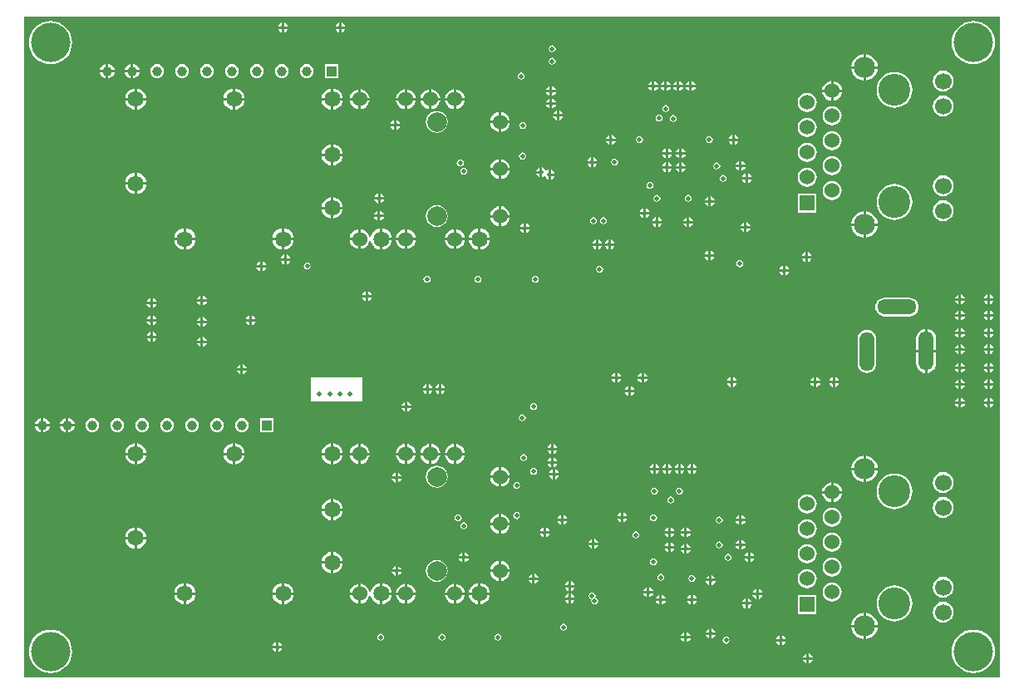
<source format=gbl>
%FSLAX44Y44*%
%MOMM*%
G71*
G01*
G75*
G04 Layer_Physical_Order=4*
G04 Layer_Color=16711680*
%ADD10R,0.5000X0.6000*%
%ADD11R,0.6000X0.5000*%
%ADD12R,1.2954X1.1938*%
%ADD13R,2.0000X0.5004*%
%ADD14R,1.0160X0.8890*%
%ADD15R,1.3970X1.3970*%
G04:AMPARAMS|DCode=16|XSize=1.5mm|YSize=1.4mm|CornerRadius=0mm|HoleSize=0mm|Usage=FLASHONLY|Rotation=225.000|XOffset=0mm|YOffset=0mm|HoleType=Round|Shape=Rectangle|*
%AMROTATEDRECTD16*
4,1,4,0.0354,1.0253,1.0253,0.0354,-0.0354,-1.0253,-1.0253,-0.0354,0.0354,1.0253,0.0*
%
%ADD16ROTATEDRECTD16*%

%ADD17R,0.8000X0.2000*%
%ADD18R,0.2000X0.8000*%
%ADD19R,3.7000X3.7000*%
%ADD20R,1.4000X1.2000*%
%ADD21R,0.8128X0.8128*%
%ADD22C,1.0000*%
G04:AMPARAMS|DCode=23|XSize=2mm|YSize=2mm|CornerRadius=0mm|HoleSize=0mm|Usage=FLASHONLY|Rotation=180.000|XOffset=0mm|YOffset=0mm|HoleType=Round|Shape=RoundedRectangle|*
%AMROUNDEDRECTD23*
21,1,2.0000,2.0000,0,0,180.0*
21,1,2.0000,2.0000,0,0,180.0*
1,1,0.0000,-1.0000,1.0000*
1,1,0.0000,1.0000,1.0000*
1,1,0.0000,1.0000,-1.0000*
1,1,0.0000,-1.0000,-1.0000*
%
%ADD23ROUNDEDRECTD23*%
%ADD24R,2.4000X0.8000*%
%ADD25R,5.0000X5.3000*%
%ADD26R,1.3970X1.3970*%
%ADD27R,7.3000X2.6500*%
%ADD28C,0.8000*%
%ADD29C,0.1780*%
%ADD30C,0.4000*%
%ADD31C,0.2000*%
%ADD32C,0.3000*%
%ADD33C,0.6000*%
%ADD34C,0.1270*%
%ADD35C,0.2540*%
%ADD36C,0.1800*%
%ADD37C,1.0000*%
%ADD38R,0.8890X0.8890*%
%ADD39C,3.2500*%
%ADD40R,1.5240X1.5240*%
%ADD41C,1.5240*%
%ADD42C,2.1590*%
%ADD43C,1.7000*%
%ADD44C,1.6500*%
%ADD45R,1.0000X1.0000*%
%ADD46C,4.0000*%
%ADD47O,1.5000X4.0000*%
%ADD48O,4.0000X1.5000*%
%ADD49C,0.5000*%
%ADD50C,2.0000*%
G36*
X996666Y3334D02*
X3334D01*
Y676666D01*
X996666D01*
Y3334D01*
D02*
G37*
%LPC*%
G36*
X127555Y229870D02*
X118110D01*
Y220424D01*
X119656Y220628D01*
X122280Y221715D01*
X124534Y223444D01*
X126264Y225698D01*
X127351Y228323D01*
X127555Y229870D01*
D02*
G37*
G36*
X227555Y229870D02*
X218110D01*
Y220424D01*
X219655Y220628D01*
X222280Y221715D01*
X224534Y223445D01*
X226264Y225699D01*
X227351Y228323D01*
X227555Y229870D01*
D02*
G37*
G36*
X215570D02*
X206123D01*
X206327Y228323D01*
X207414Y225699D01*
X209143Y223445D01*
X211397Y221715D01*
X214022Y220628D01*
X215570Y220424D01*
Y229870D01*
D02*
G37*
G36*
X545906Y220980D02*
X542290D01*
Y217364D01*
X542986Y217502D01*
X544654Y218616D01*
X545768Y220284D01*
X545906Y220980D01*
D02*
G37*
G36*
X115570Y229870D02*
X106123D01*
X106326Y228323D01*
X107414Y225698D01*
X109143Y223444D01*
X111397Y221715D01*
X114022Y220628D01*
X115570Y220424D01*
Y229870D01*
D02*
G37*
G36*
X315570Y229870D02*
X306123D01*
X306327Y228324D01*
X307414Y225699D01*
X309143Y223445D01*
X311397Y221715D01*
X314022Y220628D01*
X315570Y220424D01*
Y229870D01*
D02*
G37*
G36*
X401919Y229872D02*
X393108D01*
Y221061D01*
X394491Y221243D01*
X396963Y222267D01*
X399085Y223896D01*
X400713Y226018D01*
X401737Y228489D01*
X401919Y229872D01*
D02*
G37*
G36*
X390568D02*
X381758D01*
X381940Y228489D01*
X382964Y226018D01*
X384593Y223896D01*
X386715Y222267D01*
X389186Y221243D01*
X390568Y221061D01*
Y229872D01*
D02*
G37*
G36*
X426919Y229870D02*
X418109D01*
Y221060D01*
X419491Y221242D01*
X421963Y222266D01*
X424085Y223894D01*
X425713Y226017D01*
X426737Y228488D01*
X426919Y229870D01*
D02*
G37*
G36*
X327555D02*
X318110D01*
Y220425D01*
X319656Y220628D01*
X322280Y221715D01*
X324534Y223445D01*
X326264Y225699D01*
X327351Y228324D01*
X327555Y229870D01*
D02*
G37*
G36*
X415569D02*
X406758D01*
X406940Y228488D01*
X407964Y226017D01*
X409592Y223894D01*
X411715Y222266D01*
X414186Y221242D01*
X415569Y221060D01*
Y229870D01*
D02*
G37*
G36*
X659130Y220786D02*
Y217170D01*
X662746D01*
X662608Y217866D01*
X661494Y219534D01*
X659827Y220648D01*
X659130Y220786D01*
D02*
G37*
G36*
X669290D02*
X668594Y220648D01*
X666926Y219534D01*
X665812Y217866D01*
X665674Y217170D01*
X669290D01*
Y220786D01*
D02*
G37*
G36*
X656590D02*
X655893Y220648D01*
X654226Y219534D01*
X653112Y217866D01*
X652974Y217170D01*
X656590D01*
Y220786D01*
D02*
G37*
G36*
X643890D02*
X643194Y220648D01*
X641526Y219534D01*
X640412Y217866D01*
X640274Y217170D01*
X643890D01*
Y220786D01*
D02*
G37*
G36*
X646430D02*
Y217170D01*
X650046D01*
X649908Y217866D01*
X648794Y219534D01*
X647126Y220648D01*
X646430Y220786D01*
D02*
G37*
G36*
X671830D02*
Y217170D01*
X675446D01*
X675308Y217866D01*
X674194Y219534D01*
X672526Y220648D01*
X671830Y220786D01*
D02*
G37*
G36*
X860430Y229183D02*
Y217170D01*
X872443D01*
X872152Y219381D01*
X870808Y222625D01*
X868671Y225411D01*
X865885Y227548D01*
X862641Y228892D01*
X860430Y229183D01*
D02*
G37*
G36*
X539750Y220980D02*
X536134D01*
X536272Y220284D01*
X537386Y218616D01*
X539053Y217502D01*
X539750Y217364D01*
Y220980D01*
D02*
G37*
G36*
X857890Y229183D02*
X855679Y228892D01*
X852435Y227548D01*
X849649Y225411D01*
X847512Y222625D01*
X846168Y219381D01*
X845877Y217170D01*
X857890D01*
Y229183D01*
D02*
G37*
G36*
X681990Y220786D02*
X681293Y220648D01*
X679626Y219534D01*
X678512Y217866D01*
X678374Y217170D01*
X681990D01*
Y220786D01*
D02*
G37*
G36*
X684530D02*
Y217170D01*
X688146D01*
X688008Y217866D01*
X686894Y219534D01*
X685227Y220648D01*
X684530Y220786D01*
D02*
G37*
G36*
X318110Y241856D02*
Y232411D01*
X327555D01*
X327351Y233957D01*
X326264Y236582D01*
X324534Y238836D01*
X322280Y240566D01*
X319656Y241653D01*
X318110Y241856D01*
D02*
G37*
G36*
X415569Y241221D02*
X414186Y241039D01*
X411715Y240015D01*
X409592Y238387D01*
X407964Y236264D01*
X406940Y233793D01*
X406758Y232411D01*
X415569D01*
Y241221D01*
D02*
G37*
G36*
X315570Y241857D02*
X314022Y241653D01*
X311397Y240566D01*
X309143Y238836D01*
X307414Y236582D01*
X306327Y233957D01*
X306123Y232411D01*
X315570D01*
Y241857D01*
D02*
G37*
G36*
X215570Y241856D02*
X214022Y241653D01*
X211397Y240565D01*
X209143Y238836D01*
X207414Y236582D01*
X206327Y233957D01*
X206123Y232410D01*
X215570D01*
Y241856D01*
D02*
G37*
G36*
X218110Y241856D02*
Y232410D01*
X227555D01*
X227351Y233957D01*
X226264Y236582D01*
X224534Y238836D01*
X222280Y240565D01*
X219655Y241653D01*
X218110Y241856D01*
D02*
G37*
G36*
X418109Y241221D02*
Y232411D01*
X426919D01*
X426737Y233793D01*
X425713Y236264D01*
X424085Y238387D01*
X421963Y240015D01*
X419491Y241039D01*
X418109Y241221D01*
D02*
G37*
G36*
X346108Y241223D02*
Y232412D01*
X354919D01*
X354737Y233794D01*
X353713Y236266D01*
X352085Y238388D01*
X349963Y240017D01*
X347491Y241040D01*
X346108Y241223D01*
D02*
G37*
G36*
X440568Y241222D02*
X439187Y241040D01*
X436715Y240017D01*
X434593Y238388D01*
X432964Y236266D01*
X431940Y233794D01*
X431758Y232412D01*
X440568D01*
Y241222D01*
D02*
G37*
G36*
X343568D02*
X342187Y241040D01*
X339715Y240017D01*
X337593Y238388D01*
X335964Y236266D01*
X334940Y233794D01*
X334758Y232412D01*
X343568D01*
Y241222D01*
D02*
G37*
G36*
X390568Y241222D02*
X389186Y241040D01*
X386715Y240016D01*
X384593Y238388D01*
X382964Y236266D01*
X381940Y233794D01*
X381758Y232412D01*
X390568D01*
Y241222D01*
D02*
G37*
G36*
X393108Y241222D02*
Y232412D01*
X401919D01*
X401737Y233794D01*
X400713Y236266D01*
X399085Y238388D01*
X396963Y240016D01*
X394491Y241040D01*
X393108Y241222D01*
D02*
G37*
G36*
X440568Y229872D02*
X431758D01*
X431940Y228490D01*
X432964Y226018D01*
X434593Y223896D01*
X436715Y222267D01*
X439187Y221243D01*
X440568Y221062D01*
Y229872D01*
D02*
G37*
G36*
X539750Y227136D02*
X539053Y226998D01*
X537386Y225884D01*
X536272Y224216D01*
X536134Y223520D01*
X539750D01*
Y227136D01*
D02*
G37*
G36*
X343568Y229872D02*
X334758D01*
X334940Y228490D01*
X335964Y226018D01*
X337593Y223896D01*
X339715Y222267D01*
X342187Y221243D01*
X343568Y221062D01*
Y229872D01*
D02*
G37*
G36*
X354919D02*
X346108D01*
Y221061D01*
X347491Y221243D01*
X349963Y222267D01*
X352085Y223896D01*
X353713Y226018D01*
X354737Y228490D01*
X354919Y229872D01*
D02*
G37*
G36*
X451919D02*
X443108D01*
Y221061D01*
X444491Y221243D01*
X446963Y222267D01*
X449085Y223896D01*
X450714Y226018D01*
X451737Y228490D01*
X451919Y229872D01*
D02*
G37*
G36*
X542290Y227136D02*
Y223520D01*
X545906D01*
X545768Y224216D01*
X544654Y225884D01*
X542986Y226998D01*
X542290Y227136D01*
D02*
G37*
G36*
X115570Y241856D02*
X114022Y241652D01*
X111397Y240565D01*
X109143Y238836D01*
X107414Y236582D01*
X106326Y233957D01*
X106123Y232410D01*
X115570D01*
Y241856D01*
D02*
G37*
G36*
X118110Y241856D02*
Y232410D01*
X127555D01*
X127351Y233957D01*
X126264Y236582D01*
X124534Y238836D01*
X122280Y240565D01*
X119656Y241652D01*
X118110Y241856D01*
D02*
G37*
G36*
X545906Y234950D02*
X542290D01*
Y231334D01*
X542986Y231472D01*
X544654Y232586D01*
X545768Y234254D01*
X545906Y234950D01*
D02*
G37*
G36*
X511869Y230898D02*
X510503Y230627D01*
X509345Y229853D01*
X508572Y228696D01*
X508300Y227330D01*
X508572Y225964D01*
X509345Y224807D01*
X510503Y224033D01*
X511869Y223761D01*
X513234Y224033D01*
X514392Y224807D01*
X515166Y225964D01*
X515437Y227330D01*
X515166Y228696D01*
X514392Y229853D01*
X513234Y230627D01*
X511869Y230898D01*
D02*
G37*
G36*
X539750Y234950D02*
X536134D01*
X536272Y234254D01*
X537386Y232586D01*
X539053Y231472D01*
X539750Y231334D01*
Y234950D01*
D02*
G37*
G36*
X544250Y215126D02*
Y211510D01*
X547866D01*
X547728Y212206D01*
X546614Y213874D01*
X544947Y214988D01*
X544250Y215126D01*
D02*
G37*
G36*
X836246Y190729D02*
X827436D01*
Y181918D01*
X828818Y182100D01*
X831289Y183124D01*
X833412Y184752D01*
X835040Y186875D01*
X836064Y189346D01*
X836246Y190729D01*
D02*
G37*
G36*
X645160Y196609D02*
X643794Y196337D01*
X642637Y195563D01*
X641863Y194406D01*
X641591Y193040D01*
X641863Y191674D01*
X642637Y190517D01*
X643794Y189743D01*
X645160Y189471D01*
X646526Y189743D01*
X647683Y190517D01*
X648457Y191674D01*
X648729Y193040D01*
X648457Y194406D01*
X647683Y195563D01*
X646526Y196337D01*
X645160Y196609D01*
D02*
G37*
G36*
X824895Y190729D02*
X816085D01*
X816267Y189346D01*
X817291Y186875D01*
X818919Y184752D01*
X821042Y183124D01*
X823513Y182100D01*
X824895Y181918D01*
Y190729D01*
D02*
G37*
G36*
X318110Y185056D02*
Y175611D01*
X327555D01*
X327352Y177157D01*
X326264Y179782D01*
X324535Y182036D01*
X322281Y183766D01*
X319656Y184853D01*
X318110Y185056D01*
D02*
G37*
G36*
X661670Y187719D02*
X660304Y187447D01*
X659147Y186673D01*
X658373Y185516D01*
X658101Y184150D01*
X658373Y182784D01*
X659147Y181627D01*
X660304Y180853D01*
X661670Y180581D01*
X663036Y180853D01*
X664193Y181627D01*
X664967Y182784D01*
X665239Y184150D01*
X664967Y185516D01*
X664193Y186673D01*
X663036Y187447D01*
X661670Y187719D01*
D02*
G37*
G36*
X670560Y196609D02*
X669194Y196337D01*
X668037Y195563D01*
X667263Y194406D01*
X666991Y193040D01*
X667263Y191674D01*
X668037Y190517D01*
X669194Y189743D01*
X670560Y189471D01*
X671926Y189743D01*
X673083Y190517D01*
X673857Y191674D01*
X674129Y193040D01*
X673857Y194406D01*
X673083Y195563D01*
X671926Y196337D01*
X670560Y196609D01*
D02*
G37*
G36*
X504770Y202379D02*
X503404Y202107D01*
X502247Y201333D01*
X501473Y200176D01*
X501201Y198810D01*
X501473Y197444D01*
X502247Y196287D01*
X503404Y195513D01*
X504770Y195241D01*
X506136Y195513D01*
X507293Y196287D01*
X508067Y197444D01*
X508339Y198810D01*
X508067Y200176D01*
X507293Y201333D01*
X506136Y202107D01*
X504770Y202379D01*
D02*
G37*
G36*
X423458Y218987D02*
X420587Y218608D01*
X417911Y217500D01*
X415613Y215737D01*
X413850Y213439D01*
X412742Y210763D01*
X412363Y207892D01*
X412742Y205020D01*
X413850Y202344D01*
X415613Y200046D01*
X417911Y198283D01*
X420587Y197175D01*
X423458Y196797D01*
X426330Y197175D01*
X429006Y198283D01*
X431304Y200046D01*
X433067Y202344D01*
X434175Y205020D01*
X434553Y207892D01*
X434175Y210763D01*
X433067Y213439D01*
X431304Y215737D01*
X429006Y217500D01*
X426330Y218608D01*
X423458Y218987D01*
D02*
G37*
G36*
X827436Y202079D02*
Y193269D01*
X836246D01*
X836064Y194651D01*
X835040Y197122D01*
X833412Y199245D01*
X831289Y200873D01*
X828818Y201897D01*
X827436Y202079D01*
D02*
G37*
G36*
X939195Y212521D02*
X936454Y212160D01*
X933900Y211102D01*
X931707Y209419D01*
X930024Y207225D01*
X928966Y204671D01*
X928605Y201930D01*
X928966Y199189D01*
X930024Y196635D01*
X931707Y194441D01*
X933900Y192758D01*
X936454Y191700D01*
X939195Y191339D01*
X941936Y191700D01*
X944491Y192758D01*
X946684Y194441D01*
X948367Y196635D01*
X949425Y199189D01*
X949786Y201930D01*
X949425Y204671D01*
X948367Y207225D01*
X946684Y209419D01*
X944491Y211102D01*
X941936Y212160D01*
X939195Y212521D01*
D02*
G37*
G36*
X824895Y202079D02*
X823513Y201897D01*
X821042Y200873D01*
X818919Y199245D01*
X817291Y197122D01*
X816267Y194651D01*
X816085Y193269D01*
X824895D01*
Y202079D01*
D02*
G37*
G36*
X731520Y168716D02*
X730824Y168578D01*
X729156Y167464D01*
X728042Y165797D01*
X727904Y165100D01*
X731520D01*
Y168716D01*
D02*
G37*
G36*
X734060D02*
Y165100D01*
X737676D01*
X737538Y165797D01*
X736424Y167464D01*
X734756Y168578D01*
X734060Y168716D01*
D02*
G37*
G36*
X552450D02*
Y165100D01*
X556066D01*
X555928Y165797D01*
X554814Y167464D01*
X553147Y168578D01*
X552450Y168716D01*
D02*
G37*
G36*
X504770Y171789D02*
X503404Y171517D01*
X502247Y170743D01*
X501473Y169586D01*
X501201Y168220D01*
X501473Y166854D01*
X502247Y165697D01*
X503404Y164923D01*
X504770Y164651D01*
X506136Y164923D01*
X507293Y165697D01*
X508067Y166854D01*
X508339Y168220D01*
X508067Y169586D01*
X507293Y170743D01*
X506136Y171517D01*
X504770Y171789D01*
D02*
G37*
G36*
X549910Y168716D02*
X549213Y168578D01*
X547546Y167464D01*
X546432Y165797D01*
X546294Y165100D01*
X549910D01*
Y168716D01*
D02*
G37*
G36*
X939195Y187121D02*
X936454Y186760D01*
X933900Y185702D01*
X931707Y184019D01*
X930024Y181825D01*
X928966Y179271D01*
X928605Y176530D01*
X928966Y173789D01*
X930024Y171235D01*
X931707Y169041D01*
X933900Y167358D01*
X936454Y166300D01*
X939195Y165939D01*
X941936Y166300D01*
X944491Y167358D01*
X946684Y169041D01*
X948367Y171235D01*
X949425Y173789D01*
X949786Y176530D01*
X949425Y179271D01*
X948367Y181825D01*
X946684Y184019D01*
X944491Y185702D01*
X941936Y186760D01*
X939195Y187121D01*
D02*
G37*
G36*
X889666Y211226D02*
X886088Y210874D01*
X882648Y209830D01*
X879477Y208135D01*
X876698Y205855D01*
X874418Y203076D01*
X872723Y199905D01*
X871680Y196465D01*
X871327Y192888D01*
X871680Y189310D01*
X872723Y185870D01*
X874418Y182700D01*
X876698Y179921D01*
X879477Y177640D01*
X882648Y175945D01*
X886088Y174902D01*
X889666Y174549D01*
X893243Y174902D01*
X896683Y175945D01*
X899854Y177640D01*
X902633Y179921D01*
X904913Y182700D01*
X906608Y185870D01*
X907651Y189310D01*
X908004Y192888D01*
X907651Y196465D01*
X906608Y199905D01*
X904913Y203076D01*
X902633Y205855D01*
X899854Y208135D01*
X896683Y209830D01*
X893243Y210874D01*
X889666Y211226D01*
D02*
G37*
G36*
X315570Y185057D02*
X314023Y184853D01*
X311398Y183766D01*
X309144Y182036D01*
X307414Y179782D01*
X306327Y177157D01*
X306123Y175611D01*
X315570D01*
Y185057D01*
D02*
G37*
G36*
X800766Y189992D02*
X798254Y189662D01*
X795914Y188692D01*
X793904Y187150D01*
X792362Y185141D01*
X791393Y182801D01*
X791062Y180289D01*
X791393Y177778D01*
X792362Y175438D01*
X793904Y173428D01*
X795914Y171886D01*
X798254Y170917D01*
X800766Y170586D01*
X803277Y170917D01*
X805617Y171886D01*
X807626Y173428D01*
X809168Y175438D01*
X810138Y177778D01*
X810469Y180289D01*
X810138Y182801D01*
X809168Y185141D01*
X807626Y187150D01*
X805617Y188692D01*
X803277Y189662D01*
X800766Y189992D01*
D02*
G37*
G36*
X610870Y171256D02*
X610173Y171118D01*
X608506Y170004D01*
X607392Y168337D01*
X607254Y167640D01*
X610870D01*
Y171256D01*
D02*
G37*
G36*
X613410D02*
Y167640D01*
X617026D01*
X616888Y168337D01*
X615774Y170004D01*
X614106Y171118D01*
X613410Y171256D01*
D02*
G37*
G36*
X650046Y214630D02*
X646430D01*
Y211014D01*
X647126Y211152D01*
X648794Y212266D01*
X649908Y213934D01*
X650046Y214630D01*
D02*
G37*
G36*
X656590D02*
X652974D01*
X653112Y213934D01*
X654226Y212266D01*
X655893Y211152D01*
X656590Y211014D01*
Y214630D01*
D02*
G37*
G36*
X643890D02*
X640274D01*
X640412Y213934D01*
X641526Y212266D01*
X643194Y211152D01*
X643890Y211014D01*
Y214630D01*
D02*
G37*
G36*
X489108Y217923D02*
Y209113D01*
X497920D01*
X497738Y210495D01*
X496714Y212966D01*
X495085Y215089D01*
X492963Y216717D01*
X490492Y217741D01*
X489108Y217923D01*
D02*
G37*
G36*
X521970Y216929D02*
X520604Y216657D01*
X519447Y215883D01*
X518673Y214726D01*
X518401Y213360D01*
X518673Y211994D01*
X519447Y210837D01*
X520604Y210063D01*
X521970Y209791D01*
X523336Y210063D01*
X524493Y210837D01*
X525267Y211994D01*
X525539Y213360D01*
X525267Y214726D01*
X524493Y215883D01*
X523336Y216657D01*
X521970Y216929D01*
D02*
G37*
G36*
X662746Y214630D02*
X659130D01*
Y211014D01*
X659827Y211152D01*
X661494Y212266D01*
X662608Y213934D01*
X662746Y214630D01*
D02*
G37*
G36*
X688146D02*
X684530D01*
Y211014D01*
X685227Y211152D01*
X686894Y212266D01*
X688008Y213934D01*
X688146Y214630D01*
D02*
G37*
G36*
X541710Y215126D02*
X541013Y214988D01*
X539346Y213874D01*
X538232Y212206D01*
X538094Y211510D01*
X541710D01*
Y215126D01*
D02*
G37*
G36*
X681990Y214630D02*
X678374D01*
X678512Y213934D01*
X679626Y212266D01*
X681293Y211152D01*
X681990Y211014D01*
Y214630D01*
D02*
G37*
G36*
X669290D02*
X665674D01*
X665812Y213934D01*
X666926Y212266D01*
X668594Y211152D01*
X669290Y211014D01*
Y214630D01*
D02*
G37*
G36*
X675446D02*
X671830D01*
Y211014D01*
X672526Y211152D01*
X674194Y212266D01*
X675308Y213934D01*
X675446Y214630D01*
D02*
G37*
G36*
X387349Y205547D02*
X383733D01*
Y201931D01*
X384429Y202070D01*
X386096Y203184D01*
X387210Y204851D01*
X387349Y205547D01*
D02*
G37*
G36*
X857890Y214630D02*
X845877D01*
X846168Y212419D01*
X847512Y209175D01*
X849649Y206389D01*
X852435Y204252D01*
X855679Y202908D01*
X857890Y202617D01*
Y214630D01*
D02*
G37*
G36*
X381193Y205547D02*
X377577D01*
X377715Y204851D01*
X378829Y203184D01*
X380496Y202070D01*
X381193Y201931D01*
Y205547D01*
D02*
G37*
G36*
X497920Y206573D02*
X489108D01*
Y197762D01*
X490492Y197944D01*
X492963Y198968D01*
X495085Y200596D01*
X496714Y202719D01*
X497738Y205190D01*
X497920Y206573D01*
D02*
G37*
G36*
X486568D02*
X477759D01*
X477941Y205190D01*
X478965Y202719D01*
X480593Y200596D01*
X482715Y198968D01*
X485187Y197944D01*
X486568Y197762D01*
Y206573D01*
D02*
G37*
G36*
X872443Y214630D02*
X860430D01*
Y202617D01*
X862641Y202908D01*
X865885Y204252D01*
X868671Y206389D01*
X870808Y209175D01*
X872152Y212419D01*
X872443Y214630D01*
D02*
G37*
G36*
X383733Y211703D02*
Y208087D01*
X387349D01*
X387210Y208784D01*
X386096Y210451D01*
X384429Y211565D01*
X383733Y211703D01*
D02*
G37*
G36*
X486568Y217923D02*
X485187Y217741D01*
X482715Y216717D01*
X480593Y215089D01*
X478965Y212966D01*
X477941Y210495D01*
X477759Y209113D01*
X486568D01*
Y217923D01*
D02*
G37*
G36*
X381193Y211703D02*
X380496Y211565D01*
X378829Y210451D01*
X377715Y208784D01*
X377577Y208087D01*
X381193D01*
Y211703D01*
D02*
G37*
G36*
X541710Y208970D02*
X538094D01*
X538232Y208274D01*
X539346Y206606D01*
X541013Y205492D01*
X541710Y205354D01*
Y208970D01*
D02*
G37*
G36*
X547866D02*
X544250D01*
Y205354D01*
X544947Y205492D01*
X546614Y206606D01*
X547728Y208274D01*
X547866Y208970D01*
D02*
G37*
G36*
X986790Y307146D02*
Y303530D01*
X990406D01*
X990268Y304226D01*
X989154Y305894D01*
X987486Y307008D01*
X986790Y307146D01*
D02*
G37*
G36*
X605210Y307340D02*
X601594D01*
X601732Y306644D01*
X602846Y304976D01*
X604514Y303862D01*
X605210Y303724D01*
Y307340D01*
D02*
G37*
G36*
X984250Y307146D02*
X983553Y307008D01*
X981886Y305894D01*
X980772Y304226D01*
X980634Y303530D01*
X984250D01*
Y307146D01*
D02*
G37*
G36*
X955040D02*
X954343Y307008D01*
X952676Y305894D01*
X951562Y304226D01*
X951424Y303530D01*
X955040D01*
Y307146D01*
D02*
G37*
G36*
X957580D02*
Y303530D01*
X961196D01*
X961058Y304226D01*
X959944Y305894D01*
X958277Y307008D01*
X957580Y307146D01*
D02*
G37*
G36*
X611366Y307340D02*
X607750D01*
Y303724D01*
X608447Y303862D01*
X610114Y304976D01*
X611228Y306644D01*
X611366Y307340D01*
D02*
G37*
G36*
X725170Y309106D02*
Y305490D01*
X728786D01*
X728648Y306187D01*
X727534Y307854D01*
X725866Y308968D01*
X725170Y309106D01*
D02*
G37*
G36*
X807720D02*
X807023Y308968D01*
X805356Y307854D01*
X804242Y306187D01*
X804104Y305490D01*
X807720D01*
Y309106D01*
D02*
G37*
G36*
X722630D02*
X721934Y308968D01*
X720266Y307854D01*
X719152Y306187D01*
X719014Y305490D01*
X722630D01*
Y309106D01*
D02*
G37*
G36*
X631770Y307340D02*
X628154D01*
X628292Y306644D01*
X629406Y304976D01*
X631073Y303862D01*
X631770Y303724D01*
Y307340D01*
D02*
G37*
G36*
X637926D02*
X634310D01*
Y303724D01*
X635006Y303862D01*
X636674Y304976D01*
X637788Y306644D01*
X637926Y307340D01*
D02*
G37*
G36*
X425450Y302066D02*
X424753Y301928D01*
X423086Y300814D01*
X421972Y299146D01*
X421834Y298450D01*
X425450D01*
Y302066D01*
D02*
G37*
G36*
X427990D02*
Y298450D01*
X431606D01*
X431468Y299146D01*
X430354Y300814D01*
X428686Y301928D01*
X427990Y302066D01*
D02*
G37*
G36*
X415290D02*
Y298450D01*
X418906D01*
X418768Y299146D01*
X417654Y300814D01*
X415987Y301928D01*
X415290Y302066D01*
D02*
G37*
G36*
X990406Y300990D02*
X986790D01*
Y297374D01*
X987486Y297512D01*
X989154Y298626D01*
X990268Y300294D01*
X990406Y300990D01*
D02*
G37*
G36*
X412750Y302066D02*
X412053Y301928D01*
X410386Y300814D01*
X409272Y299146D01*
X409134Y298450D01*
X412750D01*
Y302066D01*
D02*
G37*
G36*
X722630Y302950D02*
X719014D01*
X719152Y302253D01*
X720266Y300586D01*
X721934Y299472D01*
X722630Y299334D01*
Y302950D01*
D02*
G37*
G36*
X826770D02*
X823154D01*
X823292Y302253D01*
X824406Y300586D01*
X826074Y299472D01*
X826770Y299334D01*
Y302950D01*
D02*
G37*
G36*
X832926D02*
X829310D01*
Y299334D01*
X830006Y299472D01*
X831674Y300586D01*
X832788Y302253D01*
X832926Y302950D01*
D02*
G37*
G36*
X813876D02*
X810260D01*
Y299334D01*
X810956Y299472D01*
X812624Y300586D01*
X813738Y302253D01*
X813876Y302950D01*
D02*
G37*
G36*
X728786D02*
X725170D01*
Y299334D01*
X725866Y299472D01*
X727534Y300586D01*
X728648Y302253D01*
X728786Y302950D01*
D02*
G37*
G36*
X807720D02*
X804104D01*
X804242Y302253D01*
X805356Y300586D01*
X807023Y299472D01*
X807720Y299334D01*
Y302950D01*
D02*
G37*
G36*
X984250Y317500D02*
X980634D01*
X980772Y316803D01*
X981886Y315136D01*
X983553Y314022D01*
X984250Y313884D01*
Y317500D01*
D02*
G37*
G36*
X990406D02*
X986790D01*
Y313884D01*
X987486Y314022D01*
X989154Y315136D01*
X990268Y316803D01*
X990406Y317500D01*
D02*
G37*
G36*
X961196D02*
X957580D01*
Y313884D01*
X958277Y314022D01*
X959944Y315136D01*
X961058Y316803D01*
X961196Y317500D01*
D02*
G37*
G36*
X861653Y357710D02*
X859173Y357383D01*
X856862Y356426D01*
X854877Y354903D01*
X853354Y352919D01*
X852397Y350608D01*
X852071Y348128D01*
Y323128D01*
X852397Y320648D01*
X853354Y318337D01*
X854877Y316352D01*
X856862Y314829D01*
X859173Y313872D01*
X861653Y313546D01*
X864133Y313872D01*
X866444Y314829D01*
X868428Y316352D01*
X869951Y318337D01*
X870908Y320648D01*
X871235Y323128D01*
Y348128D01*
X870908Y350608D01*
X869951Y352919D01*
X868428Y354903D01*
X866444Y356426D01*
X864133Y357383D01*
X861653Y357710D01*
D02*
G37*
G36*
X955040Y317500D02*
X951424D01*
X951562Y316803D01*
X952676Y315136D01*
X954343Y314022D01*
X955040Y313884D01*
Y317500D01*
D02*
G37*
G36*
X223520Y322386D02*
X222824Y322248D01*
X221156Y321134D01*
X220042Y319466D01*
X219904Y318770D01*
X223520D01*
Y322386D01*
D02*
G37*
G36*
X984250Y323656D02*
X983553Y323518D01*
X981886Y322404D01*
X980772Y320737D01*
X980634Y320040D01*
X984250D01*
Y323656D01*
D02*
G37*
G36*
X986790D02*
Y320040D01*
X990406D01*
X990268Y320737D01*
X989154Y322404D01*
X987486Y323518D01*
X986790Y323656D01*
D02*
G37*
G36*
X957580D02*
Y320040D01*
X961196D01*
X961058Y320737D01*
X959944Y322404D01*
X958277Y323518D01*
X957580Y323656D01*
D02*
G37*
G36*
X226060Y322386D02*
Y318770D01*
X229676D01*
X229538Y319466D01*
X228424Y321134D01*
X226756Y322248D01*
X226060Y322386D01*
D02*
G37*
G36*
X955040Y323656D02*
X954343Y323518D01*
X952676Y322404D01*
X951562Y320737D01*
X951424Y320040D01*
X955040D01*
Y323656D01*
D02*
G37*
G36*
X605210Y313496D02*
X604514Y313358D01*
X602846Y312244D01*
X601732Y310576D01*
X601594Y309880D01*
X605210D01*
Y313496D01*
D02*
G37*
G36*
X607750D02*
Y309880D01*
X611366D01*
X611228Y310576D01*
X610114Y312244D01*
X608447Y313358D01*
X607750Y313496D01*
D02*
G37*
G36*
X829310Y309106D02*
Y305490D01*
X832926D01*
X832788Y306187D01*
X831674Y307854D01*
X830006Y308968D01*
X829310Y309106D01*
D02*
G37*
G36*
X810260D02*
Y305490D01*
X813876D01*
X813738Y306187D01*
X812624Y307854D01*
X810956Y308968D01*
X810260Y309106D01*
D02*
G37*
G36*
X826770D02*
X826074Y308968D01*
X824406Y307854D01*
X823292Y306187D01*
X823154Y305490D01*
X826770D01*
Y309106D01*
D02*
G37*
G36*
X631770Y313496D02*
X631073Y313358D01*
X629406Y312244D01*
X628292Y310576D01*
X628154Y309880D01*
X631770D01*
Y313496D01*
D02*
G37*
G36*
X920601Y334690D02*
X911744D01*
Y323460D01*
X912089Y320839D01*
X913101Y318397D01*
X914710Y316300D01*
X916808Y314690D01*
X919250Y313679D01*
X920601Y313501D01*
Y334690D01*
D02*
G37*
G36*
X931998D02*
X923141D01*
Y313501D01*
X924492Y313679D01*
X926934Y314690D01*
X929032Y316300D01*
X930641Y318397D01*
X931653Y320839D01*
X931998Y323460D01*
Y334690D01*
D02*
G37*
G36*
X229676Y316230D02*
X226060D01*
Y312614D01*
X226756Y312752D01*
X228424Y313866D01*
X229538Y315534D01*
X229676Y316230D01*
D02*
G37*
G36*
X634310Y313496D02*
Y309880D01*
X637926D01*
X637788Y310576D01*
X636674Y312244D01*
X635006Y313358D01*
X634310Y313496D01*
D02*
G37*
G36*
X223520Y316230D02*
X219904D01*
X220042Y315534D01*
X221156Y313866D01*
X222824Y312752D01*
X223520Y312614D01*
Y316230D01*
D02*
G37*
G36*
X984250Y300990D02*
X980634D01*
X980772Y300294D01*
X981886Y298626D01*
X983553Y297512D01*
X984250Y297374D01*
Y300990D01*
D02*
G37*
G36*
X257190Y267350D02*
X243190D01*
Y253350D01*
X257190D01*
Y267350D01*
D02*
G37*
G36*
X20320Y267788D02*
X19622Y267696D01*
X17787Y266936D01*
X16212Y265728D01*
X15004Y264153D01*
X14244Y262318D01*
X14152Y261620D01*
X20320D01*
Y267788D01*
D02*
G37*
G36*
X224790Y267410D02*
X222963Y267170D01*
X221260Y266465D01*
X219798Y265342D01*
X218675Y263880D01*
X217970Y262177D01*
X217730Y260350D01*
X217970Y258523D01*
X218675Y256820D01*
X219798Y255358D01*
X221260Y254235D01*
X222963Y253530D01*
X224790Y253290D01*
X226617Y253530D01*
X228320Y254235D01*
X229782Y255358D01*
X230905Y256820D01*
X231610Y258523D01*
X231850Y260350D01*
X231610Y262177D01*
X230905Y263880D01*
X229782Y265342D01*
X228320Y266465D01*
X226617Y267170D01*
X224790Y267410D01*
D02*
G37*
G36*
X173990D02*
X172163Y267170D01*
X170460Y266465D01*
X168998Y265342D01*
X167875Y263880D01*
X167170Y262177D01*
X166930Y260350D01*
X167170Y258523D01*
X167875Y256820D01*
X168998Y255358D01*
X170460Y254235D01*
X172163Y253530D01*
X173990Y253290D01*
X175817Y253530D01*
X177520Y254235D01*
X178982Y255358D01*
X180105Y256820D01*
X180810Y258523D01*
X181050Y260350D01*
X180810Y262177D01*
X180105Y263880D01*
X178982Y265342D01*
X177520Y266465D01*
X175817Y267170D01*
X173990Y267410D01*
D02*
G37*
G36*
X199390D02*
X197563Y267170D01*
X195860Y266465D01*
X194398Y265342D01*
X193276Y263880D01*
X192570Y262177D01*
X192330Y260350D01*
X192570Y258523D01*
X193276Y256820D01*
X194398Y255358D01*
X195860Y254235D01*
X197563Y253530D01*
X199390Y253290D01*
X201217Y253530D01*
X202920Y254235D01*
X204382Y255358D01*
X205504Y256820D01*
X206210Y258523D01*
X206450Y260350D01*
X206210Y262177D01*
X205504Y263880D01*
X204382Y265342D01*
X202920Y266465D01*
X201217Y267170D01*
X199390Y267410D01*
D02*
G37*
G36*
X22860Y267788D02*
Y261620D01*
X29028D01*
X28936Y262318D01*
X28176Y264153D01*
X26968Y265728D01*
X25392Y266936D01*
X23558Y267696D01*
X22860Y267788D01*
D02*
G37*
G36*
X391160Y278130D02*
X387544D01*
X387682Y277433D01*
X388796Y275766D01*
X390463Y274652D01*
X391160Y274514D01*
Y278130D01*
D02*
G37*
G36*
X397316D02*
X393700D01*
Y274514D01*
X394397Y274652D01*
X396064Y275766D01*
X397178Y277433D01*
X397316Y278130D01*
D02*
G37*
G36*
X510599Y271539D02*
X509233Y271267D01*
X508075Y270493D01*
X507302Y269336D01*
X507030Y267970D01*
X507302Y266604D01*
X508075Y265447D01*
X509233Y264673D01*
X510599Y264401D01*
X511964Y264673D01*
X513122Y265447D01*
X513896Y266604D01*
X514167Y267970D01*
X513896Y269336D01*
X513122Y270493D01*
X511964Y271267D01*
X510599Y271539D01*
D02*
G37*
G36*
X45720Y267788D02*
X45022Y267696D01*
X43187Y266936D01*
X41612Y265728D01*
X40404Y264153D01*
X39644Y262318D01*
X39552Y261620D01*
X45720D01*
Y267788D01*
D02*
G37*
G36*
X48260D02*
Y261620D01*
X54428D01*
X54336Y262318D01*
X53576Y264153D01*
X52368Y265728D01*
X50792Y266936D01*
X48958Y267696D01*
X48260Y267788D01*
D02*
G37*
G36*
X20320Y259080D02*
X14152D01*
X14244Y258382D01*
X15004Y256548D01*
X16212Y254972D01*
X17787Y253764D01*
X19622Y253004D01*
X20320Y252912D01*
Y259080D01*
D02*
G37*
G36*
X29028D02*
X22860D01*
Y252912D01*
X23558Y253004D01*
X25392Y253764D01*
X26968Y254972D01*
X28176Y256548D01*
X28936Y258382D01*
X29028Y259080D01*
D02*
G37*
G36*
X542290Y241106D02*
Y237490D01*
X545906D01*
X545768Y238186D01*
X544654Y239854D01*
X542986Y240968D01*
X542290Y241106D01*
D02*
G37*
G36*
X443108Y241223D02*
Y232412D01*
X451919D01*
X451737Y233794D01*
X450714Y236266D01*
X449085Y238388D01*
X446963Y240017D01*
X444491Y241040D01*
X443108Y241223D01*
D02*
G37*
G36*
X539750Y241106D02*
X539053Y240968D01*
X537386Y239854D01*
X536272Y238186D01*
X536134Y237490D01*
X539750D01*
Y241106D01*
D02*
G37*
G36*
X45720Y259080D02*
X39552D01*
X39644Y258382D01*
X40404Y256548D01*
X41612Y254972D01*
X43187Y253764D01*
X45022Y253004D01*
X45720Y252912D01*
Y259080D01*
D02*
G37*
G36*
X123190Y267410D02*
X121363Y267170D01*
X119660Y266465D01*
X118198Y265342D01*
X117076Y263880D01*
X116370Y262177D01*
X116130Y260350D01*
X116370Y258523D01*
X117076Y256820D01*
X118198Y255358D01*
X119660Y254235D01*
X121363Y253530D01*
X123190Y253290D01*
X125017Y253530D01*
X126720Y254235D01*
X128182Y255358D01*
X129305Y256820D01*
X130010Y258523D01*
X130250Y260350D01*
X130010Y262177D01*
X129305Y263880D01*
X128182Y265342D01*
X126720Y266465D01*
X125017Y267170D01*
X123190Y267410D01*
D02*
G37*
G36*
X148590D02*
X146763Y267170D01*
X145060Y266465D01*
X143598Y265342D01*
X142476Y263880D01*
X141770Y262177D01*
X141530Y260350D01*
X141770Y258523D01*
X142476Y256820D01*
X143598Y255358D01*
X145060Y254235D01*
X146763Y253530D01*
X148590Y253290D01*
X150417Y253530D01*
X152120Y254235D01*
X153582Y255358D01*
X154705Y256820D01*
X155410Y258523D01*
X155650Y260350D01*
X155410Y262177D01*
X154705Y263880D01*
X153582Y265342D01*
X152120Y266465D01*
X150417Y267170D01*
X148590Y267410D01*
D02*
G37*
G36*
X97790D02*
X95963Y267170D01*
X94260Y266465D01*
X92798Y265342D01*
X91676Y263880D01*
X90970Y262177D01*
X90730Y260350D01*
X90970Y258523D01*
X91676Y256820D01*
X92798Y255358D01*
X94260Y254235D01*
X95963Y253530D01*
X97790Y253290D01*
X99617Y253530D01*
X101320Y254235D01*
X102782Y255358D01*
X103904Y256820D01*
X104610Y258523D01*
X104850Y260350D01*
X104610Y262177D01*
X103904Y263880D01*
X102782Y265342D01*
X101320Y266465D01*
X99617Y267170D01*
X97790Y267410D01*
D02*
G37*
G36*
X54428Y259080D02*
X48260D01*
Y252912D01*
X48958Y253004D01*
X50792Y253764D01*
X52368Y254972D01*
X53576Y256548D01*
X54336Y258382D01*
X54428Y259080D01*
D02*
G37*
G36*
X72390Y267410D02*
X70563Y267170D01*
X68860Y266465D01*
X67398Y265342D01*
X66276Y263880D01*
X65570Y262177D01*
X65330Y260350D01*
X65570Y258523D01*
X66276Y256820D01*
X67398Y255358D01*
X68860Y254235D01*
X70563Y253530D01*
X72390Y253290D01*
X74217Y253530D01*
X75920Y254235D01*
X77382Y255358D01*
X78505Y256820D01*
X79210Y258523D01*
X79450Y260350D01*
X79210Y262177D01*
X78505Y263880D01*
X77382Y265342D01*
X75920Y266465D01*
X74217Y267170D01*
X72390Y267410D01*
D02*
G37*
G36*
X412750Y295910D02*
X409134D01*
X409272Y295214D01*
X410386Y293546D01*
X412053Y292432D01*
X412750Y292294D01*
Y295910D01*
D02*
G37*
G36*
X418906D02*
X415290D01*
Y292294D01*
X415987Y292432D01*
X417654Y293546D01*
X418768Y295214D01*
X418906Y295910D01*
D02*
G37*
G36*
X624646Y294060D02*
X621030D01*
Y290444D01*
X621726Y290582D01*
X623394Y291696D01*
X624508Y293363D01*
X624646Y294060D01*
D02*
G37*
G36*
X986790Y288096D02*
Y284480D01*
X990406D01*
X990268Y285177D01*
X989154Y286844D01*
X987486Y287958D01*
X986790Y288096D01*
D02*
G37*
G36*
X618490Y294060D02*
X614874D01*
X615012Y293363D01*
X616126Y291696D01*
X617794Y290582D01*
X618490Y290444D01*
Y294060D01*
D02*
G37*
G36*
X425450Y295910D02*
X421834D01*
X421972Y295214D01*
X423086Y293546D01*
X424753Y292432D01*
X425450Y292294D01*
Y295910D01*
D02*
G37*
G36*
X955040Y300990D02*
X951424D01*
X951562Y300294D01*
X952676Y298626D01*
X954343Y297512D01*
X955040Y297374D01*
Y300990D01*
D02*
G37*
G36*
X961196D02*
X957580D01*
Y297374D01*
X958277Y297512D01*
X959944Y298626D01*
X961058Y300294D01*
X961196Y300990D01*
D02*
G37*
G36*
X621030Y300216D02*
Y296600D01*
X624646D01*
X624508Y297297D01*
X623394Y298964D01*
X621726Y300078D01*
X621030Y300216D01*
D02*
G37*
G36*
X431606Y295910D02*
X427990D01*
Y292294D01*
X428686Y292432D01*
X430354Y293546D01*
X431468Y295214D01*
X431606Y295910D01*
D02*
G37*
G36*
X618490Y300216D02*
X617794Y300078D01*
X616126Y298964D01*
X615012Y297297D01*
X614874Y296600D01*
X618490D01*
Y300216D01*
D02*
G37*
G36*
X984250Y281940D02*
X980634D01*
X980772Y281243D01*
X981886Y279576D01*
X983553Y278462D01*
X984250Y278324D01*
Y281940D01*
D02*
G37*
G36*
X990406D02*
X986790D01*
Y278324D01*
X987486Y278462D01*
X989154Y279576D01*
X990268Y281243D01*
X990406Y281940D01*
D02*
G37*
G36*
X961196D02*
X957580D01*
Y278324D01*
X958277Y278462D01*
X959944Y279576D01*
X961058Y281243D01*
X961196Y281940D01*
D02*
G37*
G36*
X522029Y282969D02*
X520663Y282697D01*
X519505Y281923D01*
X518732Y280766D01*
X518460Y279400D01*
X518732Y278034D01*
X519505Y276877D01*
X520663Y276103D01*
X522029Y275831D01*
X523394Y276103D01*
X524552Y276877D01*
X525326Y278034D01*
X525597Y279400D01*
X525326Y280766D01*
X524552Y281923D01*
X523394Y282697D01*
X522029Y282969D01*
D02*
G37*
G36*
X955040Y281940D02*
X951424D01*
X951562Y281243D01*
X952676Y279576D01*
X954343Y278462D01*
X955040Y278324D01*
Y281940D01*
D02*
G37*
G36*
X391160Y284286D02*
X390463Y284148D01*
X388796Y283034D01*
X387682Y281367D01*
X387544Y280670D01*
X391160D01*
Y284286D01*
D02*
G37*
G36*
X957580Y288096D02*
Y284480D01*
X961196D01*
X961058Y285177D01*
X959944Y286844D01*
X958277Y287958D01*
X957580Y288096D01*
D02*
G37*
G36*
X984250D02*
X983553Y287958D01*
X981886Y286844D01*
X980772Y285177D01*
X980634Y284480D01*
X984250D01*
Y288096D01*
D02*
G37*
G36*
X955040D02*
X954343Y287958D01*
X952676Y286844D01*
X951562Y285177D01*
X951424Y284480D01*
X955040D01*
Y288096D01*
D02*
G37*
G36*
X393700Y284286D02*
Y280670D01*
X397316D01*
X397178Y281367D01*
X396064Y283034D01*
X394397Y284148D01*
X393700Y284286D01*
D02*
G37*
G36*
X347345Y309245D02*
X295275D01*
Y284480D01*
X347345D01*
Y309245D01*
D02*
G37*
G36*
X327555Y173071D02*
X318110D01*
Y163625D01*
X319656Y163828D01*
X322281Y164915D01*
X324535Y166645D01*
X326264Y168899D01*
X327352Y171524D01*
X327555Y173071D01*
D02*
G37*
G36*
X650240Y87436D02*
X649544Y87298D01*
X647876Y86184D01*
X646762Y84516D01*
X646624Y83820D01*
X650240D01*
Y87436D01*
D02*
G37*
G36*
X652780D02*
Y83820D01*
X656396D01*
X656258Y84516D01*
X655144Y86184D01*
X653476Y87298D01*
X652780Y87436D01*
D02*
G37*
G36*
X754876Y87050D02*
X751260D01*
Y83434D01*
X751956Y83572D01*
X753624Y84686D01*
X754738Y86354D01*
X754876Y87050D01*
D02*
G37*
G36*
X826165Y100102D02*
X823654Y99771D01*
X821314Y98802D01*
X819304Y97260D01*
X817762Y95250D01*
X816793Y92910D01*
X816462Y90399D01*
X816793Y87887D01*
X817762Y85547D01*
X819304Y83538D01*
X821314Y81996D01*
X823654Y81026D01*
X826165Y80696D01*
X828677Y81026D01*
X831017Y81996D01*
X833027Y83538D01*
X834568Y85547D01*
X835538Y87887D01*
X835869Y90399D01*
X835538Y92910D01*
X834568Y95250D01*
X833027Y97260D01*
X831017Y98802D01*
X828677Y99771D01*
X826165Y100102D01*
D02*
G37*
G36*
X748720Y87050D02*
X745104D01*
X745242Y86354D01*
X746356Y84686D01*
X748024Y83572D01*
X748720Y83434D01*
Y87050D01*
D02*
G37*
G36*
X681990Y87436D02*
X681293Y87298D01*
X679626Y86184D01*
X678512Y84516D01*
X678374Y83820D01*
X681990D01*
Y87436D01*
D02*
G37*
G36*
X557530Y88706D02*
X556833Y88568D01*
X555166Y87454D01*
X554052Y85787D01*
X553914Y85090D01*
X557530D01*
Y88706D01*
D02*
G37*
G36*
X560070D02*
Y85090D01*
X563686D01*
X563548Y85787D01*
X562434Y87454D01*
X560766Y88568D01*
X560070Y88706D01*
D02*
G37*
G36*
X939195Y105841D02*
X936454Y105480D01*
X933900Y104422D01*
X931707Y102739D01*
X930024Y100545D01*
X928966Y97991D01*
X928605Y95250D01*
X928966Y92509D01*
X930024Y89955D01*
X931707Y87761D01*
X933900Y86078D01*
X936454Y85020D01*
X939195Y84659D01*
X941936Y85020D01*
X944491Y86078D01*
X946684Y87761D01*
X948367Y89955D01*
X949425Y92509D01*
X949786Y95250D01*
X949425Y97991D01*
X948367Y100545D01*
X946684Y102739D01*
X944491Y104422D01*
X941936Y105480D01*
X939195Y105841D01*
D02*
G37*
G36*
X684530Y87436D02*
Y83820D01*
X688146D01*
X688008Y84516D01*
X686894Y86184D01*
X685227Y87298D01*
X684530Y87436D01*
D02*
G37*
G36*
X581660Y89929D02*
X580294Y89657D01*
X579137Y88883D01*
X578363Y87726D01*
X578091Y86360D01*
X578363Y84994D01*
X579137Y83837D01*
X580294Y83063D01*
X580294D01*
X580903Y82646D01*
X580631Y81280D01*
X580903Y79914D01*
X581677Y78757D01*
X582834Y77983D01*
X584200Y77711D01*
X585566Y77983D01*
X586723Y78757D01*
X587497Y79914D01*
X587769Y81280D01*
X587497Y82646D01*
X586723Y83803D01*
X585566Y84577D01*
X585566D01*
X584957Y84994D01*
X585229Y86360D01*
X584957Y87726D01*
X584183Y88883D01*
X583026Y89657D01*
X581660Y89929D01*
D02*
G37*
G36*
X451921Y87373D02*
X443109D01*
Y78561D01*
X444492Y78743D01*
X446964Y79767D01*
X449086Y81396D01*
X450715Y83518D01*
X451738Y85990D01*
X451921Y87373D01*
D02*
G37*
G36*
X343569D02*
X334759D01*
X334941Y85990D01*
X335965Y83518D01*
X337594Y81396D01*
X339716Y79767D01*
X342188Y78743D01*
X343569Y78562D01*
Y87373D01*
D02*
G37*
G36*
X401921D02*
X393109D01*
Y78561D01*
X394492Y78743D01*
X396964Y79767D01*
X399086Y81396D01*
X400715Y83518D01*
X401739Y85990D01*
X401921Y87373D01*
D02*
G37*
G36*
X465570Y87372D02*
X456124D01*
X456328Y85824D01*
X457415Y83199D01*
X459144Y80945D01*
X461398Y79216D01*
X464023Y78128D01*
X465570Y77925D01*
Y87372D01*
D02*
G37*
G36*
X477556D02*
X468110D01*
Y77925D01*
X469657Y78128D01*
X472281Y79216D01*
X474535Y80945D01*
X476265Y83199D01*
X477352Y85824D01*
X477556Y87372D01*
D02*
G37*
G36*
X390569Y87373D02*
X381759D01*
X381941Y85990D01*
X382965Y83518D01*
X384594Y81396D01*
X386716Y79767D01*
X389188Y78743D01*
X390569Y78562D01*
Y87373D01*
D02*
G37*
G36*
X737990Y83746D02*
X737293Y83608D01*
X735626Y82494D01*
X734512Y80827D01*
X734374Y80130D01*
X737990D01*
Y83746D01*
D02*
G37*
G36*
X740530D02*
Y80130D01*
X744146D01*
X744008Y80827D01*
X742894Y82494D01*
X741227Y83608D01*
X740530Y83746D01*
D02*
G37*
G36*
X563686Y82550D02*
X560070D01*
Y78934D01*
X560766Y79072D01*
X562434Y80186D01*
X563548Y81854D01*
X563686Y82550D01*
D02*
G37*
G36*
X440569Y87373D02*
X431759D01*
X431941Y85990D01*
X432965Y83518D01*
X434594Y81396D01*
X436716Y79767D01*
X439188Y78743D01*
X440569Y78562D01*
Y87373D01*
D02*
G37*
G36*
X557530Y82550D02*
X553914D01*
X554052Y81854D01*
X555166Y80186D01*
X556833Y79072D01*
X557530Y78934D01*
Y82550D01*
D02*
G37*
G36*
X440569Y98722D02*
X439188Y98540D01*
X436716Y97517D01*
X434594Y95888D01*
X432965Y93766D01*
X431941Y91294D01*
X431759Y89913D01*
X440569D01*
Y98722D01*
D02*
G37*
G36*
X443109Y98722D02*
Y89913D01*
X451920D01*
X451738Y91294D01*
X450715Y93766D01*
X449086Y95888D01*
X446964Y97517D01*
X444492Y98540D01*
X443109Y98722D01*
D02*
G37*
G36*
X393109D02*
Y89913D01*
X401920D01*
X401739Y91294D01*
X400715Y93766D01*
X399086Y95888D01*
X396964Y97517D01*
X394492Y98540D01*
X393109Y98722D01*
D02*
G37*
G36*
X343569Y98722D02*
X342188Y98540D01*
X339716Y97517D01*
X337594Y95888D01*
X335965Y93766D01*
X334941Y91294D01*
X334759Y89913D01*
X343569D01*
Y98722D01*
D02*
G37*
G36*
X390569D02*
X389188Y98540D01*
X386716Y97517D01*
X384594Y95888D01*
X382965Y93766D01*
X381941Y91294D01*
X381760Y89913D01*
X390569D01*
Y98722D01*
D02*
G37*
G36*
X365570Y99356D02*
X364023Y99153D01*
X361398Y98066D01*
X359144Y96336D01*
X357415Y94082D01*
X356327Y91457D01*
X356157Y90164D01*
X354887D01*
X354738Y91294D01*
X353715Y93766D01*
X352086Y95888D01*
X349964Y97517D01*
X347492Y98540D01*
X346109Y98722D01*
Y88643D01*
Y78561D01*
X347492Y78743D01*
X349964Y79767D01*
X352086Y81396D01*
X353715Y83518D01*
X354738Y85990D01*
X354887Y87119D01*
X356157D01*
X356327Y85824D01*
X357415Y83199D01*
X359144Y80945D01*
X361398Y79215D01*
X364023Y78128D01*
X365570Y77924D01*
Y88641D01*
Y99356D01*
D02*
G37*
G36*
X563686Y95250D02*
X560070D01*
Y91634D01*
X560766Y91772D01*
X562434Y92886D01*
X563548Y94553D01*
X563686Y95250D01*
D02*
G37*
G36*
X800766Y113792D02*
X798254Y113462D01*
X795914Y112492D01*
X793904Y110950D01*
X792362Y108941D01*
X791393Y106601D01*
X791062Y104089D01*
X791393Y101578D01*
X792362Y99238D01*
X793904Y97228D01*
X795914Y95686D01*
X798254Y94717D01*
X800766Y94386D01*
X803277Y94717D01*
X805617Y95686D01*
X807626Y97228D01*
X809168Y99238D01*
X810138Y101578D01*
X810469Y104089D01*
X810138Y106601D01*
X809168Y108941D01*
X807626Y110950D01*
X805617Y112492D01*
X803277Y113462D01*
X800766Y113792D01*
D02*
G37*
G36*
X557530Y95250D02*
X553914D01*
X554052Y94553D01*
X555166Y92886D01*
X556833Y91772D01*
X557530Y91634D01*
Y95250D01*
D02*
G37*
G36*
X637540Y95056D02*
X636843Y94918D01*
X635176Y93804D01*
X634062Y92136D01*
X633924Y91440D01*
X637540D01*
Y95056D01*
D02*
G37*
G36*
X640080D02*
Y91440D01*
X643696D01*
X643558Y92136D01*
X642444Y93804D01*
X640777Y94918D01*
X640080Y95056D01*
D02*
G37*
G36*
X751260Y93206D02*
Y89590D01*
X754876D01*
X754738Y90287D01*
X753624Y91954D01*
X751956Y93068D01*
X751260Y93206D01*
D02*
G37*
G36*
X165571Y99356D02*
X164023Y99152D01*
X161398Y98065D01*
X159144Y96336D01*
X157415Y94082D01*
X156328Y91457D01*
X156124Y89911D01*
X165571D01*
Y99356D01*
D02*
G37*
G36*
X748720Y93206D02*
X748024Y93068D01*
X746356Y91954D01*
X745242Y90287D01*
X745104Y89590D01*
X748720D01*
Y93206D01*
D02*
G37*
G36*
X637540Y88900D02*
X633924D01*
X634062Y88203D01*
X635176Y86536D01*
X636843Y85422D01*
X637540Y85284D01*
Y88900D01*
D02*
G37*
G36*
X643696D02*
X640080D01*
Y85284D01*
X640777Y85422D01*
X642444Y86536D01*
X643558Y88203D01*
X643696Y88900D01*
D02*
G37*
G36*
X168111Y99356D02*
Y89911D01*
X177556D01*
X177352Y91457D01*
X176265Y94082D01*
X174536Y96336D01*
X172281Y98065D01*
X169657Y99152D01*
X168111Y99356D01*
D02*
G37*
G36*
X465570Y99357D02*
X464023Y99153D01*
X461398Y98066D01*
X459144Y96336D01*
X457415Y94082D01*
X456328Y91457D01*
X456124Y89912D01*
X465570D01*
Y99357D01*
D02*
G37*
G36*
X468110Y99357D02*
Y89912D01*
X477556D01*
X477352Y91457D01*
X476265Y94082D01*
X474535Y96336D01*
X472281Y98066D01*
X469657Y99153D01*
X468110Y99357D01*
D02*
G37*
G36*
X368111Y99356D02*
Y89911D01*
X377556D01*
X377352Y91457D01*
X376265Y94082D01*
X374535Y96336D01*
X372281Y98066D01*
X369656Y99153D01*
X368111Y99356D01*
D02*
G37*
G36*
X265571Y99356D02*
X264023Y99153D01*
X261398Y98066D01*
X259144Y96336D01*
X257415Y94082D01*
X256328Y91457D01*
X256124Y89911D01*
X265571D01*
Y99356D01*
D02*
G37*
G36*
X268111Y99356D02*
Y89911D01*
X277556D01*
X277352Y91457D01*
X276265Y94082D01*
X274536Y96336D01*
X272281Y98066D01*
X269657Y99153D01*
X268111Y99356D01*
D02*
G37*
G36*
X377556Y87371D02*
X368111D01*
Y77925D01*
X369656Y78128D01*
X372281Y79215D01*
X374535Y80945D01*
X376265Y83199D01*
X377352Y85824D01*
X377556Y87371D01*
D02*
G37*
G36*
X681796Y43180D02*
X678180D01*
Y39564D01*
X678876Y39702D01*
X680544Y40816D01*
X681658Y42484D01*
X681796Y43180D01*
D02*
G37*
G36*
X366450Y48019D02*
X365084Y47747D01*
X363927Y46973D01*
X363153Y45816D01*
X362881Y44450D01*
X363153Y43084D01*
X363927Y41927D01*
X365084Y41153D01*
X366450Y40881D01*
X367816Y41153D01*
X368973Y41927D01*
X369747Y43084D01*
X370019Y44450D01*
X369747Y45816D01*
X368973Y46973D01*
X367816Y47747D01*
X366450Y48019D01*
D02*
G37*
G36*
X675640Y43180D02*
X672024D01*
X672162Y42484D01*
X673276Y40816D01*
X674943Y39702D01*
X675640Y39564D01*
Y43180D01*
D02*
G37*
G36*
X778896Y39950D02*
X775280D01*
Y36334D01*
X775976Y36472D01*
X777644Y37586D01*
X778758Y39253D01*
X778896Y39950D01*
D02*
G37*
G36*
X718130Y44789D02*
X716764Y44517D01*
X715607Y43743D01*
X714833Y42586D01*
X714561Y41220D01*
X714833Y39854D01*
X715607Y38697D01*
X716764Y37923D01*
X718130Y37651D01*
X719496Y37923D01*
X720653Y38697D01*
X721427Y39854D01*
X721699Y41220D01*
X721427Y42586D01*
X720653Y43743D01*
X719496Y44517D01*
X718130Y44789D01*
D02*
G37*
G36*
X428680Y48019D02*
X427314Y47747D01*
X426157Y46973D01*
X425383Y45816D01*
X425111Y44450D01*
X425383Y43084D01*
X426157Y41927D01*
X427314Y41153D01*
X428680Y40881D01*
X430046Y41153D01*
X431203Y41927D01*
X431977Y43084D01*
X432249Y44450D01*
X431977Y45816D01*
X431203Y46973D01*
X430046Y47747D01*
X428680Y48019D01*
D02*
G37*
G36*
X857890Y54610D02*
X845877D01*
X846168Y52399D01*
X847512Y49155D01*
X849649Y46369D01*
X852435Y44232D01*
X855679Y42888D01*
X857890Y42597D01*
Y54610D01*
D02*
G37*
G36*
X872443D02*
X860430D01*
Y42597D01*
X862641Y42888D01*
X865885Y44232D01*
X868671Y46369D01*
X870808Y49155D01*
X872152Y52399D01*
X872443Y54610D01*
D02*
G37*
G36*
X775280Y46106D02*
Y42490D01*
X778896D01*
X778758Y43186D01*
X777644Y44854D01*
X775976Y45968D01*
X775280Y46106D01*
D02*
G37*
G36*
X485830Y48019D02*
X484464Y47747D01*
X483307Y46973D01*
X482533Y45816D01*
X482261Y44450D01*
X482533Y43084D01*
X483307Y41927D01*
X484464Y41153D01*
X485830Y40881D01*
X487196Y41153D01*
X488353Y41927D01*
X489127Y43084D01*
X489399Y44450D01*
X489127Y45816D01*
X488353Y46973D01*
X487196Y47747D01*
X485830Y48019D01*
D02*
G37*
G36*
X772740Y46106D02*
X772044Y45968D01*
X770376Y44854D01*
X769262Y43186D01*
X769124Y42490D01*
X772740D01*
Y46106D01*
D02*
G37*
G36*
X806256Y21590D02*
X802640D01*
Y17974D01*
X803336Y18112D01*
X805004Y19226D01*
X806118Y20893D01*
X806256Y21590D01*
D02*
G37*
G36*
X800100Y27746D02*
X799404Y27608D01*
X797736Y26494D01*
X796622Y24827D01*
X796484Y24130D01*
X800100D01*
Y27746D01*
D02*
G37*
G36*
Y21590D02*
X796484D01*
X796622Y20893D01*
X797736Y19226D01*
X799404Y18112D01*
X800100Y17974D01*
Y21590D01*
D02*
G37*
G36*
X30000Y52106D02*
X25687Y51682D01*
X21540Y50424D01*
X17718Y48381D01*
X14368Y45632D01*
X11619Y42282D01*
X9576Y38460D01*
X8318Y34313D01*
X7894Y30000D01*
X8318Y25687D01*
X9576Y21540D01*
X11619Y17718D01*
X14368Y14368D01*
X17718Y11619D01*
X21540Y9576D01*
X25687Y8318D01*
X30000Y7894D01*
X34313Y8318D01*
X38460Y9576D01*
X42282Y11619D01*
X45632Y14368D01*
X48381Y17718D01*
X50424Y21540D01*
X51682Y25687D01*
X52106Y30000D01*
X51682Y34313D01*
X50424Y38460D01*
X48381Y42282D01*
X45632Y45632D01*
X42282Y48381D01*
X38460Y50424D01*
X34313Y51682D01*
X30000Y52106D01*
D02*
G37*
G36*
X970000D02*
X965687Y51682D01*
X961540Y50424D01*
X957718Y48381D01*
X954368Y45632D01*
X951619Y42282D01*
X949576Y38460D01*
X948318Y34313D01*
X947894Y30000D01*
X948318Y25687D01*
X949576Y21540D01*
X951619Y17718D01*
X954368Y14368D01*
X957718Y11619D01*
X961540Y9576D01*
X965687Y8318D01*
X970000Y7894D01*
X974313Y8318D01*
X978460Y9576D01*
X982282Y11619D01*
X985632Y14368D01*
X988381Y17718D01*
X990424Y21540D01*
X991682Y25687D01*
X992106Y30000D01*
X991682Y34313D01*
X990424Y38460D01*
X988381Y42282D01*
X985632Y45632D01*
X982282Y48381D01*
X978460Y50424D01*
X974313Y51682D01*
X970000Y52106D01*
D02*
G37*
G36*
X802640Y27746D02*
Y24130D01*
X806256D01*
X806118Y24827D01*
X805004Y26494D01*
X803336Y27608D01*
X802640Y27746D01*
D02*
G37*
G36*
X262310Y39176D02*
Y35560D01*
X265926D01*
X265788Y36256D01*
X264674Y37924D01*
X263006Y39038D01*
X262310Y39176D01*
D02*
G37*
G36*
X772740Y39950D02*
X769124D01*
X769262Y39253D01*
X770376Y37586D01*
X772044Y36472D01*
X772740Y36334D01*
Y39950D01*
D02*
G37*
G36*
X259770Y39176D02*
X259074Y39038D01*
X257406Y37924D01*
X256292Y36256D01*
X256154Y35560D01*
X259770D01*
Y39176D01*
D02*
G37*
G36*
Y33020D02*
X256154D01*
X256292Y32324D01*
X257406Y30656D01*
X259074Y29542D01*
X259770Y29404D01*
Y33020D01*
D02*
G37*
G36*
X265926D02*
X262310D01*
Y29404D01*
X263006Y29542D01*
X264674Y30656D01*
X265788Y32324D01*
X265926Y33020D01*
D02*
G37*
G36*
X650240Y81280D02*
X646624D01*
X646762Y80583D01*
X647876Y78916D01*
X649544Y77802D01*
X650240Y77664D01*
Y81280D01*
D02*
G37*
G36*
X656396D02*
X652780D01*
Y77664D01*
X653476Y77802D01*
X655144Y78916D01*
X656258Y80583D01*
X656396Y81280D01*
D02*
G37*
G36*
X744146Y77590D02*
X740530D01*
Y73974D01*
X741227Y74112D01*
X742894Y75226D01*
X744008Y76894D01*
X744146Y77590D01*
D02*
G37*
G36*
X810324Y87184D02*
X791085D01*
Y67944D01*
X810324D01*
Y87184D01*
D02*
G37*
G36*
X737990Y77590D02*
X734374D01*
X734512Y76894D01*
X735626Y75226D01*
X737293Y74112D01*
X737990Y73974D01*
Y77590D01*
D02*
G37*
G36*
X681990Y81280D02*
X678374D01*
X678512Y80583D01*
X679626Y78916D01*
X681293Y77802D01*
X681990Y77664D01*
Y81280D01*
D02*
G37*
G36*
X265571Y87371D02*
X256124D01*
X256328Y85824D01*
X257415Y83199D01*
X259144Y80945D01*
X261398Y79215D01*
X264023Y78128D01*
X265571Y77924D01*
Y87371D01*
D02*
G37*
G36*
X277556D02*
X268111D01*
Y77925D01*
X269657Y78128D01*
X272281Y79215D01*
X274536Y80945D01*
X276265Y83199D01*
X277352Y85824D01*
X277556Y87371D01*
D02*
G37*
G36*
X177556Y87371D02*
X168111D01*
Y77924D01*
X169657Y78128D01*
X172281Y79215D01*
X174536Y80945D01*
X176265Y83199D01*
X177352Y85823D01*
X177556Y87371D01*
D02*
G37*
G36*
X688146Y81280D02*
X684530D01*
Y77664D01*
X685227Y77802D01*
X686894Y78916D01*
X688008Y80583D01*
X688146Y81280D01*
D02*
G37*
G36*
X165571Y87371D02*
X156124D01*
X156328Y85823D01*
X157415Y83199D01*
X159144Y80945D01*
X161398Y79215D01*
X164023Y78128D01*
X165571Y77924D01*
Y87371D01*
D02*
G37*
G36*
X678180Y49336D02*
Y45720D01*
X681796D01*
X681658Y46417D01*
X680544Y48084D01*
X678876Y49198D01*
X678180Y49336D01*
D02*
G37*
G36*
X701040Y53146D02*
X700343Y53008D01*
X698676Y51894D01*
X697562Y50226D01*
X697424Y49530D01*
X701040D01*
Y53146D01*
D02*
G37*
G36*
X675640Y49336D02*
X674943Y49198D01*
X673276Y48084D01*
X672162Y46417D01*
X672024Y45720D01*
X675640D01*
Y49336D01*
D02*
G37*
G36*
X701040Y46990D02*
X697424D01*
X697562Y46294D01*
X698676Y44626D01*
X700343Y43512D01*
X701040Y43374D01*
Y46990D01*
D02*
G37*
G36*
X707196D02*
X703580D01*
Y43374D01*
X704277Y43512D01*
X705944Y44626D01*
X707058Y46294D01*
X707196Y46990D01*
D02*
G37*
G36*
X703580Y53146D02*
Y49530D01*
X707196D01*
X707058Y50226D01*
X705944Y51894D01*
X704277Y53008D01*
X703580Y53146D01*
D02*
G37*
G36*
X939195Y80441D02*
X936454Y80080D01*
X933900Y79022D01*
X931707Y77339D01*
X930024Y75145D01*
X928966Y72591D01*
X928605Y69850D01*
X928966Y67109D01*
X930024Y64555D01*
X931707Y62361D01*
X933900Y60678D01*
X936454Y59620D01*
X939195Y59259D01*
X941936Y59620D01*
X944491Y60678D01*
X946684Y62361D01*
X948367Y64555D01*
X949425Y67109D01*
X949786Y69850D01*
X949425Y72591D01*
X948367Y75145D01*
X946684Y77339D01*
X944491Y79022D01*
X941936Y80080D01*
X939195Y80441D01*
D02*
G37*
G36*
X889666Y97231D02*
X886088Y96878D01*
X882648Y95835D01*
X879477Y94140D01*
X876698Y91860D01*
X874418Y89081D01*
X872723Y85910D01*
X871680Y82470D01*
X871327Y78892D01*
X871680Y75315D01*
X872723Y71875D01*
X874418Y68704D01*
X876698Y65925D01*
X879477Y63645D01*
X882648Y61950D01*
X886088Y60907D01*
X889666Y60554D01*
X893243Y60907D01*
X896683Y61950D01*
X899854Y63645D01*
X902633Y65925D01*
X904913Y68704D01*
X906608Y71875D01*
X907651Y75315D01*
X908004Y78892D01*
X907651Y82470D01*
X906608Y85910D01*
X904913Y89081D01*
X902633Y91860D01*
X899854Y94140D01*
X896683Y95835D01*
X893243Y96878D01*
X889666Y97231D01*
D02*
G37*
G36*
X860430Y69163D02*
Y57150D01*
X872443D01*
X872152Y59361D01*
X870808Y62605D01*
X868671Y65391D01*
X865885Y67528D01*
X862641Y68872D01*
X860430Y69163D01*
D02*
G37*
G36*
X552450Y58179D02*
X551084Y57907D01*
X549927Y57133D01*
X549153Y55976D01*
X548881Y54610D01*
X549153Y53244D01*
X549927Y52087D01*
X551084Y51313D01*
X552450Y51041D01*
X553816Y51313D01*
X554973Y52087D01*
X555747Y53244D01*
X556019Y54610D01*
X555747Y55976D01*
X554973Y57133D01*
X553816Y57907D01*
X552450Y58179D01*
D02*
G37*
G36*
X857890Y69163D02*
X855679Y68872D01*
X852435Y67528D01*
X849649Y65391D01*
X847512Y62605D01*
X846168Y59361D01*
X845877Y57150D01*
X857890D01*
Y69163D01*
D02*
G37*
G36*
X532130Y149860D02*
X528514D01*
X528652Y149164D01*
X529766Y147496D01*
X531433Y146382D01*
X532130Y146244D01*
Y149860D01*
D02*
G37*
G36*
X538286D02*
X534670D01*
Y146244D01*
X535367Y146382D01*
X537034Y147496D01*
X538148Y149164D01*
X538286Y149860D01*
D02*
G37*
G36*
X800766Y164592D02*
X798254Y164262D01*
X795914Y163292D01*
X793904Y161750D01*
X792362Y159741D01*
X791393Y157401D01*
X791062Y154889D01*
X791393Y152378D01*
X792362Y150038D01*
X793904Y148028D01*
X795914Y146486D01*
X798254Y145517D01*
X800766Y145186D01*
X803277Y145517D01*
X805617Y146486D01*
X807626Y148028D01*
X809168Y150038D01*
X810138Y152378D01*
X810469Y154889D01*
X810138Y157401D01*
X809168Y159741D01*
X807626Y161750D01*
X805617Y163292D01*
X803277Y164262D01*
X800766Y164592D01*
D02*
G37*
G36*
X584200Y144586D02*
Y140970D01*
X587816D01*
X587678Y141666D01*
X586564Y143334D01*
X584897Y144448D01*
X584200Y144586D01*
D02*
G37*
G36*
X626110Y152159D02*
X624744Y151887D01*
X623587Y151113D01*
X622813Y149956D01*
X622541Y148590D01*
X622813Y147224D01*
X623587Y146067D01*
X624744Y145293D01*
X626110Y145021D01*
X627476Y145293D01*
X628633Y146067D01*
X629407Y147224D01*
X629679Y148590D01*
X629407Y149956D01*
X628633Y151113D01*
X627476Y151887D01*
X626110Y152159D01*
D02*
G37*
G36*
X659130Y149860D02*
X655514D01*
X655652Y149164D01*
X656766Y147496D01*
X658434Y146382D01*
X659130Y146244D01*
Y149860D01*
D02*
G37*
G36*
X115569Y156056D02*
X114021Y155852D01*
X111396Y154765D01*
X109142Y153036D01*
X107412Y150782D01*
X106325Y148157D01*
X106121Y146609D01*
X115569D01*
Y156056D01*
D02*
G37*
G36*
X118109Y156056D02*
Y146609D01*
X127554D01*
X127350Y148157D01*
X126263Y150782D01*
X124533Y153036D01*
X122279Y154765D01*
X119654Y155852D01*
X118109Y156056D01*
D02*
G37*
G36*
X681796Y149860D02*
X678180D01*
Y146244D01*
X678876Y146382D01*
X680544Y147496D01*
X681658Y149164D01*
X681796Y149860D01*
D02*
G37*
G36*
X665286D02*
X661670D01*
Y146244D01*
X662366Y146382D01*
X664034Y147496D01*
X665148Y149164D01*
X665286Y149860D01*
D02*
G37*
G36*
X675640D02*
X672024D01*
X672162Y149164D01*
X673276Y147496D01*
X674943Y146382D01*
X675640Y146244D01*
Y149860D01*
D02*
G37*
G36*
X711200Y141999D02*
X709834Y141727D01*
X708677Y140953D01*
X707903Y139796D01*
X707631Y138430D01*
X707903Y137064D01*
X708677Y135907D01*
X709834Y135133D01*
X711200Y134861D01*
X712566Y135133D01*
X713723Y135907D01*
X714497Y137064D01*
X714769Y138430D01*
X714497Y139796D01*
X713723Y140953D01*
X712566Y141727D01*
X711200Y141999D01*
D02*
G37*
G36*
X675640Y139506D02*
X674943Y139368D01*
X673276Y138254D01*
X672162Y136587D01*
X672024Y135890D01*
X675640D01*
Y139506D01*
D02*
G37*
G36*
X587816Y138430D02*
X584200D01*
Y134814D01*
X584897Y134952D01*
X586564Y136066D01*
X587678Y137733D01*
X587816Y138430D01*
D02*
G37*
G36*
X127553Y144069D02*
X118109D01*
Y134624D01*
X119654Y134828D01*
X122279Y135915D01*
X124533Y137645D01*
X126263Y139899D01*
X127350Y142523D01*
X127553Y144069D01*
D02*
G37*
G36*
X581660Y138430D02*
X578044D01*
X578182Y137733D01*
X579296Y136066D01*
X580964Y134952D01*
X581660Y134814D01*
Y138430D01*
D02*
G37*
G36*
X678180Y139506D02*
Y135890D01*
X681796D01*
X681658Y136587D01*
X680544Y138254D01*
X678876Y139368D01*
X678180Y139506D01*
D02*
G37*
G36*
X734060Y143316D02*
Y139700D01*
X737676D01*
X737538Y140396D01*
X736424Y142064D01*
X734756Y143178D01*
X734060Y143316D01*
D02*
G37*
G36*
X581660Y144586D02*
X580964Y144448D01*
X579296Y143334D01*
X578182Y141666D01*
X578044Y140970D01*
X581660D01*
Y144586D01*
D02*
G37*
G36*
X731520Y143316D02*
X730824Y143178D01*
X729156Y142064D01*
X728042Y140396D01*
X727904Y139700D01*
X731520D01*
Y143316D01*
D02*
G37*
G36*
X659130Y140776D02*
X658434Y140638D01*
X656766Y139524D01*
X655652Y137857D01*
X655514Y137160D01*
X659130D01*
Y140776D01*
D02*
G37*
G36*
X661670D02*
Y137160D01*
X665286D01*
X665148Y137857D01*
X664034Y139524D01*
X662366Y140638D01*
X661670Y140776D01*
D02*
G37*
G36*
X711200Y167399D02*
X709834Y167127D01*
X708677Y166353D01*
X707903Y165196D01*
X707631Y163830D01*
X707903Y162464D01*
X708677Y161307D01*
X709834Y160533D01*
X711200Y160261D01*
X712566Y160533D01*
X713723Y161307D01*
X714497Y162464D01*
X714769Y163830D01*
X714497Y165196D01*
X713723Y166353D01*
X712566Y167127D01*
X711200Y167399D01*
D02*
G37*
G36*
X486567Y169923D02*
X485186Y169741D01*
X482715Y168717D01*
X480592Y167089D01*
X478964Y164966D01*
X477940Y162495D01*
X477758Y161112D01*
X486567D01*
Y169923D01*
D02*
G37*
G36*
X737676Y162560D02*
X734060D01*
Y158944D01*
X734756Y159082D01*
X736424Y160196D01*
X737538Y161863D01*
X737676Y162560D01*
D02*
G37*
G36*
X556066D02*
X552450D01*
Y158944D01*
X553147Y159082D01*
X554814Y160196D01*
X555928Y161863D01*
X556066Y162560D01*
D02*
G37*
G36*
X731520D02*
X727904D01*
X728042Y161863D01*
X729156Y160196D01*
X730824Y159082D01*
X731520Y158944D01*
Y162560D01*
D02*
G37*
G36*
X489107Y169923D02*
Y161112D01*
X497919D01*
X497737Y162495D01*
X496713Y164966D01*
X495085Y167089D01*
X492962Y168717D01*
X490491Y169741D01*
X489107Y169923D01*
D02*
G37*
G36*
X644296Y169532D02*
X642931Y169261D01*
X641773Y168487D01*
X641000Y167329D01*
X640728Y165964D01*
X641000Y164598D01*
X641773Y163440D01*
X642931Y162667D01*
X644296Y162395D01*
X645662Y162667D01*
X646820Y163440D01*
X647593Y164598D01*
X647865Y165964D01*
X647593Y167329D01*
X646820Y168487D01*
X645662Y169261D01*
X644296Y169532D01*
D02*
G37*
G36*
X315570Y173071D02*
X306123D01*
X306327Y171524D01*
X307414Y168899D01*
X309144Y166645D01*
X311398Y164915D01*
X314023Y163828D01*
X315570Y163624D01*
Y173071D01*
D02*
G37*
G36*
X445292Y169460D02*
X443926Y169188D01*
X442768Y168415D01*
X441995Y167257D01*
X441723Y165892D01*
X441995Y164526D01*
X442768Y163368D01*
X443926Y162595D01*
X445292Y162323D01*
X446657Y162595D01*
X447815Y163368D01*
X448588Y164526D01*
X448860Y165892D01*
X448588Y167257D01*
X447815Y168415D01*
X446657Y169188D01*
X445292Y169460D01*
D02*
G37*
G36*
X610870Y165100D02*
X607254D01*
X607392Y164403D01*
X608506Y162736D01*
X610173Y161622D01*
X610870Y161484D01*
Y165100D01*
D02*
G37*
G36*
X617026D02*
X613410D01*
Y161484D01*
X614106Y161622D01*
X615774Y162736D01*
X616888Y164403D01*
X617026Y165100D01*
D02*
G37*
G36*
X534670Y156016D02*
Y152400D01*
X538286D01*
X538148Y153097D01*
X537034Y154764D01*
X535367Y155878D01*
X534670Y156016D01*
D02*
G37*
G36*
X659130D02*
X658434Y155878D01*
X656766Y154764D01*
X655652Y153097D01*
X655514Y152400D01*
X659130D01*
Y156016D01*
D02*
G37*
G36*
X532130D02*
X531433Y155878D01*
X529766Y154764D01*
X528652Y153097D01*
X528514Y152400D01*
X532130D01*
Y156016D01*
D02*
G37*
G36*
X497919Y158572D02*
X489107D01*
Y149762D01*
X490491Y149944D01*
X492962Y150968D01*
X495085Y152596D01*
X496713Y154719D01*
X497737Y157190D01*
X497919Y158572D01*
D02*
G37*
G36*
X486567D02*
X477758D01*
X477940Y157190D01*
X478964Y154719D01*
X480592Y152596D01*
X482715Y150968D01*
X485186Y149944D01*
X486567Y149762D01*
Y158572D01*
D02*
G37*
G36*
X661670Y156016D02*
Y152400D01*
X665286D01*
X665148Y153097D01*
X664034Y154764D01*
X662366Y155878D01*
X661670Y156016D01*
D02*
G37*
G36*
X826165Y176302D02*
X823654Y175971D01*
X821314Y175002D01*
X819304Y173460D01*
X817762Y171450D01*
X816793Y169110D01*
X816462Y166599D01*
X816793Y164087D01*
X817762Y161747D01*
X819304Y159738D01*
X821314Y158196D01*
X823654Y157226D01*
X826165Y156896D01*
X828677Y157226D01*
X831017Y158196D01*
X833027Y159738D01*
X834568Y161747D01*
X835538Y164087D01*
X835869Y166599D01*
X835538Y169110D01*
X834568Y171450D01*
X833027Y173460D01*
X831017Y175002D01*
X828677Y175971D01*
X826165Y176302D01*
D02*
G37*
G36*
X549910Y162560D02*
X546294D01*
X546432Y161863D01*
X547546Y160196D01*
X549213Y159082D01*
X549910Y158944D01*
Y162560D01*
D02*
G37*
G36*
X450850Y161460D02*
X449484Y161189D01*
X448327Y160415D01*
X447553Y159257D01*
X447281Y157892D01*
X447553Y156526D01*
X448327Y155368D01*
X449484Y154595D01*
X450850Y154323D01*
X452216Y154595D01*
X453373Y155368D01*
X454147Y156526D01*
X454419Y157892D01*
X454147Y159257D01*
X453373Y160415D01*
X452216Y161189D01*
X450850Y161460D01*
D02*
G37*
G36*
X675640Y156016D02*
X674943Y155878D01*
X673276Y154764D01*
X672162Y153097D01*
X672024Y152400D01*
X675640D01*
Y156016D01*
D02*
G37*
G36*
X678180D02*
Y152400D01*
X681796D01*
X681658Y153097D01*
X680544Y154764D01*
X678876Y155878D01*
X678180Y156016D01*
D02*
G37*
G36*
X115569Y144069D02*
X106122D01*
X106325Y142523D01*
X107412Y139899D01*
X109142Y137645D01*
X111396Y135915D01*
X114021Y134828D01*
X115569Y134624D01*
Y144069D01*
D02*
G37*
G36*
X523240Y109026D02*
Y105410D01*
X526856D01*
X526718Y106107D01*
X525604Y107774D01*
X523937Y108888D01*
X523240Y109026D01*
D02*
G37*
G36*
X826165Y125502D02*
X823654Y125171D01*
X821314Y124202D01*
X819304Y122660D01*
X817762Y120650D01*
X816793Y118310D01*
X816462Y115799D01*
X816793Y113287D01*
X817762Y110947D01*
X819304Y108938D01*
X821314Y107396D01*
X823654Y106426D01*
X826165Y106096D01*
X828677Y106426D01*
X831017Y107396D01*
X833027Y108938D01*
X834568Y110947D01*
X835538Y113287D01*
X835869Y115799D01*
X835538Y118310D01*
X834568Y120650D01*
X833027Y122660D01*
X831017Y124202D01*
X828677Y125171D01*
X826165Y125502D01*
D02*
G37*
G36*
X520700Y109026D02*
X520004Y108888D01*
X518336Y107774D01*
X517222Y106107D01*
X517084Y105410D01*
X520700D01*
Y109026D01*
D02*
G37*
G36*
X701040Y107446D02*
X700343Y107308D01*
X698676Y106194D01*
X697562Y104527D01*
X697424Y103830D01*
X701040D01*
Y107446D01*
D02*
G37*
G36*
X703580D02*
Y103830D01*
X707196D01*
X707058Y104527D01*
X705944Y106194D01*
X704277Y107308D01*
X703580Y107446D01*
D02*
G37*
G36*
X381193Y110683D02*
X377577D01*
X377715Y109986D01*
X378829Y108319D01*
X380496Y107205D01*
X381193Y107067D01*
Y110683D01*
D02*
G37*
G36*
X486566Y121923D02*
X485185Y121741D01*
X482714Y120717D01*
X480591Y119089D01*
X478963Y116966D01*
X477939Y114495D01*
X477757Y113111D01*
X486566D01*
Y121923D01*
D02*
G37*
G36*
X489106Y121923D02*
Y113111D01*
X497918D01*
X497736Y114495D01*
X496712Y116966D01*
X495084Y119089D01*
X492961Y120717D01*
X490490Y121741D01*
X489106Y121923D01*
D02*
G37*
G36*
X327555Y119071D02*
X318110D01*
Y109625D01*
X319656Y109828D01*
X322280Y110915D01*
X324534Y112645D01*
X326264Y114899D01*
X327351Y117524D01*
X327555Y119071D01*
D02*
G37*
G36*
X387349Y110683D02*
X383733D01*
Y107067D01*
X384429Y107205D01*
X386096Y108319D01*
X387210Y109986D01*
X387349Y110683D01*
D02*
G37*
G36*
X315570Y119071D02*
X306123D01*
X306327Y117524D01*
X307414Y114899D01*
X309143Y112645D01*
X311397Y110915D01*
X314022Y109828D01*
X315570Y109625D01*
Y119071D01*
D02*
G37*
G36*
X560070Y101406D02*
Y97790D01*
X563686D01*
X563548Y98486D01*
X562434Y100154D01*
X560766Y101268D01*
X560070Y101406D01*
D02*
G37*
G36*
X520700Y102870D02*
X517084D01*
X517222Y102174D01*
X518336Y100506D01*
X520004Y99392D01*
X520700Y99254D01*
Y102870D01*
D02*
G37*
G36*
X557530Y101406D02*
X556833Y101268D01*
X555166Y100154D01*
X554052Y98486D01*
X553914Y97790D01*
X557530D01*
Y101406D01*
D02*
G37*
G36*
X701040Y101290D02*
X697424D01*
X697562Y100594D01*
X698676Y98926D01*
X700343Y97812D01*
X701040Y97674D01*
Y101290D01*
D02*
G37*
G36*
X707196D02*
X703580D01*
Y97674D01*
X704277Y97812D01*
X705944Y98926D01*
X707058Y100594D01*
X707196Y101290D01*
D02*
G37*
G36*
X526856Y102870D02*
X523240D01*
Y99254D01*
X523937Y99392D01*
X525604Y100506D01*
X526718Y102174D01*
X526856Y102870D01*
D02*
G37*
G36*
X486566Y110571D02*
X477757D01*
X477939Y109190D01*
X478963Y106719D01*
X480591Y104596D01*
X482714Y102968D01*
X485185Y101944D01*
X486566Y101762D01*
Y110571D01*
D02*
G37*
G36*
X651510Y108979D02*
X650144Y108707D01*
X648987Y107933D01*
X648213Y106776D01*
X647941Y105410D01*
X648213Y104044D01*
X648987Y102887D01*
X650144Y102113D01*
X651510Y101841D01*
X652876Y102113D01*
X654033Y102887D01*
X654807Y104044D01*
X655079Y105410D01*
X654807Y106776D01*
X654033Y107933D01*
X652876Y108707D01*
X651510Y108979D01*
D02*
G37*
G36*
X497918Y110571D02*
X489106D01*
Y101762D01*
X490490Y101944D01*
X492961Y102968D01*
X495084Y104596D01*
X496712Y106719D01*
X497736Y109190D01*
X497918Y110571D01*
D02*
G37*
G36*
X683260Y107709D02*
X681894Y107437D01*
X680737Y106663D01*
X679963Y105506D01*
X679691Y104140D01*
X679963Y102774D01*
X680737Y101617D01*
X681894Y100843D01*
X683260Y100571D01*
X684626Y100843D01*
X685783Y101617D01*
X686557Y102774D01*
X686829Y104140D01*
X686557Y105506D01*
X685783Y106663D01*
X684626Y107437D01*
X683260Y107709D01*
D02*
G37*
G36*
X423458Y122986D02*
X420587Y122608D01*
X417911Y121500D01*
X415613Y119737D01*
X413850Y117439D01*
X412742Y114763D01*
X412363Y111892D01*
X412742Y109020D01*
X413850Y106344D01*
X415613Y104046D01*
X417911Y102283D01*
X420587Y101175D01*
X423458Y100797D01*
X426330Y101175D01*
X429006Y102283D01*
X431304Y104046D01*
X433067Y106344D01*
X434175Y109020D01*
X434553Y111892D01*
X434175Y114763D01*
X433067Y117439D01*
X431304Y119737D01*
X429006Y121500D01*
X426330Y122608D01*
X423458Y122986D01*
D02*
G37*
G36*
X452120Y130778D02*
Y127162D01*
X455736D01*
X455598Y127858D01*
X454484Y129525D01*
X452817Y130639D01*
X452120Y130778D01*
D02*
G37*
G36*
X675640Y133350D02*
X672024D01*
X672162Y132654D01*
X673276Y130986D01*
X674943Y129872D01*
X675640Y129734D01*
Y133350D01*
D02*
G37*
G36*
X449580Y130778D02*
X448884Y130639D01*
X447216Y129525D01*
X446102Y127858D01*
X445964Y127162D01*
X449580D01*
Y130778D01*
D02*
G37*
G36*
X740410Y130616D02*
X739714Y130478D01*
X738046Y129364D01*
X736932Y127697D01*
X736794Y127000D01*
X740410D01*
Y130616D01*
D02*
G37*
G36*
X742950D02*
Y127000D01*
X746566D01*
X746428Y127697D01*
X745314Y129364D01*
X743646Y130478D01*
X742950Y130616D01*
D02*
G37*
G36*
X681796Y133350D02*
X678180D01*
Y129734D01*
X678876Y129872D01*
X680544Y130986D01*
X681658Y132654D01*
X681796Y133350D01*
D02*
G37*
G36*
X731520Y137160D02*
X727904D01*
X728042Y136463D01*
X729156Y134796D01*
X730824Y133682D01*
X731520Y133544D01*
Y137160D01*
D02*
G37*
G36*
X737676D02*
X734060D01*
Y133544D01*
X734756Y133682D01*
X736424Y134796D01*
X737538Y136463D01*
X737676Y137160D01*
D02*
G37*
G36*
X826165Y150902D02*
X823654Y150571D01*
X821314Y149602D01*
X819304Y148060D01*
X817762Y146050D01*
X816793Y143710D01*
X816462Y141199D01*
X816793Y138687D01*
X817762Y136347D01*
X819304Y134338D01*
X821314Y132796D01*
X823654Y131826D01*
X826165Y131496D01*
X828677Y131826D01*
X831017Y132796D01*
X833027Y134338D01*
X834568Y136347D01*
X835538Y138687D01*
X835869Y141199D01*
X835538Y143710D01*
X834568Y146050D01*
X833027Y148060D01*
X831017Y149602D01*
X828677Y150571D01*
X826165Y150902D01*
D02*
G37*
G36*
X659130Y134620D02*
X655514D01*
X655652Y133924D01*
X656766Y132256D01*
X658434Y131142D01*
X659130Y131004D01*
Y134620D01*
D02*
G37*
G36*
X665286D02*
X661670D01*
Y131004D01*
X662366Y131142D01*
X664034Y132256D01*
X665148Y133924D01*
X665286Y134620D01*
D02*
G37*
G36*
X800766Y139192D02*
X798254Y138862D01*
X795914Y137892D01*
X793904Y136350D01*
X792362Y134341D01*
X791393Y132001D01*
X791062Y129489D01*
X791393Y126978D01*
X792362Y124638D01*
X793904Y122628D01*
X795914Y121086D01*
X798254Y120117D01*
X800766Y119786D01*
X803277Y120117D01*
X805617Y121086D01*
X807626Y122628D01*
X809168Y124638D01*
X810138Y126978D01*
X810469Y129489D01*
X810138Y132001D01*
X809168Y134341D01*
X807626Y136350D01*
X805617Y137892D01*
X803277Y138862D01*
X800766Y139192D01*
D02*
G37*
G36*
X740410Y124460D02*
X736794D01*
X736932Y123764D01*
X738046Y122096D01*
X739714Y120982D01*
X740410Y120844D01*
Y124460D01*
D02*
G37*
G36*
X644296Y124625D02*
X642931Y124353D01*
X641773Y123580D01*
X641000Y122422D01*
X640728Y121056D01*
X641000Y119691D01*
X641773Y118533D01*
X642931Y117760D01*
X644296Y117488D01*
X645662Y117760D01*
X646820Y118533D01*
X647593Y119691D01*
X647865Y121056D01*
X647593Y122422D01*
X646820Y123580D01*
X645662Y124353D01*
X644296Y124625D01*
D02*
G37*
G36*
X381193Y116839D02*
X380496Y116700D01*
X378829Y115586D01*
X377715Y113919D01*
X377577Y113223D01*
X381193D01*
Y116839D01*
D02*
G37*
G36*
X383733D02*
Y113223D01*
X387349D01*
X387210Y113919D01*
X386096Y115586D01*
X384429Y116700D01*
X383733Y116839D01*
D02*
G37*
G36*
X746566Y124460D02*
X742950D01*
Y120844D01*
X743646Y120982D01*
X745314Y122096D01*
X746428Y123764D01*
X746566Y124460D01*
D02*
G37*
G36*
X318110Y131056D02*
Y121611D01*
X327555D01*
X327351Y123157D01*
X326264Y125782D01*
X324534Y128036D01*
X322280Y129766D01*
X319656Y130853D01*
X318110Y131056D01*
D02*
G37*
G36*
X720090Y129299D02*
X718724Y129027D01*
X717567Y128253D01*
X716793Y127096D01*
X716521Y125730D01*
X716793Y124364D01*
X717567Y123207D01*
X718724Y122433D01*
X720090Y122161D01*
X721456Y122433D01*
X722613Y123207D01*
X723387Y124364D01*
X723659Y125730D01*
X723387Y127096D01*
X722613Y128253D01*
X721456Y129027D01*
X720090Y129299D01*
D02*
G37*
G36*
X315570Y131057D02*
X314022Y130853D01*
X311397Y129766D01*
X309143Y128036D01*
X307414Y125782D01*
X306327Y123157D01*
X306123Y121611D01*
X315570D01*
Y131057D01*
D02*
G37*
G36*
X449580Y124622D02*
X445964D01*
X446102Y123925D01*
X447216Y122258D01*
X448884Y121144D01*
X449580Y121005D01*
Y124622D01*
D02*
G37*
G36*
X455736D02*
X452120D01*
Y121005D01*
X452817Y121144D01*
X454484Y122258D01*
X455598Y123925D01*
X455736Y124622D01*
D02*
G37*
G36*
X724480Y549910D02*
X720864D01*
X721002Y549213D01*
X722116Y547546D01*
X723783Y546432D01*
X724480Y546294D01*
Y549910D01*
D02*
G37*
G36*
X730636D02*
X727020D01*
Y546294D01*
X727717Y546432D01*
X729384Y547546D01*
X730498Y549213D01*
X730636Y549910D01*
D02*
G37*
G36*
X605596D02*
X601980D01*
Y546294D01*
X602677Y546432D01*
X604344Y547546D01*
X605458Y549213D01*
X605596Y549910D01*
D02*
G37*
G36*
X826165Y559842D02*
X823654Y559511D01*
X821314Y558542D01*
X819304Y557000D01*
X817762Y554990D01*
X816793Y552650D01*
X816462Y550139D01*
X816793Y547627D01*
X817762Y545287D01*
X819304Y543278D01*
X821314Y541736D01*
X823654Y540766D01*
X826165Y540436D01*
X828677Y540766D01*
X831017Y541736D01*
X833027Y543278D01*
X834568Y545287D01*
X835538Y547627D01*
X835869Y550139D01*
X835538Y552650D01*
X834568Y554990D01*
X833027Y557000D01*
X831017Y558542D01*
X828677Y559511D01*
X826165Y559842D01*
D02*
G37*
G36*
X599440Y549910D02*
X595824D01*
X595962Y549213D01*
X597076Y547546D01*
X598744Y546432D01*
X599440Y546294D01*
Y549910D01*
D02*
G37*
G36*
X629920Y554749D02*
X628554Y554477D01*
X627397Y553703D01*
X626623Y552546D01*
X626351Y551180D01*
X626623Y549814D01*
X627397Y548657D01*
X628554Y547883D01*
X629920Y547611D01*
X631286Y547883D01*
X632443Y548657D01*
X633217Y549814D01*
X633489Y551180D01*
X633217Y552546D01*
X632443Y553703D01*
X631286Y554477D01*
X629920Y554749D01*
D02*
G37*
G36*
X724480Y556066D02*
X723783Y555928D01*
X722116Y554814D01*
X721002Y553147D01*
X720864Y552450D01*
X724480D01*
Y556066D01*
D02*
G37*
G36*
X727020D02*
Y552450D01*
X730636D01*
X730498Y553147D01*
X729384Y554814D01*
X727717Y555928D01*
X727020Y556066D01*
D02*
G37*
G36*
X601980D02*
Y552450D01*
X605596D01*
X605458Y553147D01*
X604344Y554814D01*
X602677Y555928D01*
X601980Y556066D01*
D02*
G37*
G36*
X701040Y554749D02*
X699674Y554477D01*
X698517Y553703D01*
X697743Y552546D01*
X697471Y551180D01*
X697743Y549814D01*
X698517Y548657D01*
X699674Y547883D01*
X701040Y547611D01*
X702406Y547883D01*
X703563Y548657D01*
X704337Y549814D01*
X704609Y551180D01*
X704337Y552546D01*
X703563Y553703D01*
X702406Y554477D01*
X701040Y554749D01*
D02*
G37*
G36*
X599440Y556066D02*
X598744Y555928D01*
X597076Y554814D01*
X595962Y553147D01*
X595824Y552450D01*
X599440D01*
Y556066D01*
D02*
G37*
G36*
X670560Y535940D02*
X666944D01*
X667082Y535243D01*
X668196Y533576D01*
X669864Y532462D01*
X670560Y532324D01*
Y535940D01*
D02*
G37*
G36*
X676716D02*
X673100D01*
Y532324D01*
X673796Y532462D01*
X675464Y533576D01*
X676578Y535243D01*
X676716Y535940D01*
D02*
G37*
G36*
X662746D02*
X659130D01*
Y532324D01*
X659827Y532462D01*
X661494Y533576D01*
X662608Y535243D01*
X662746Y535940D01*
D02*
G37*
G36*
X510650Y538129D02*
X509284Y537857D01*
X508127Y537083D01*
X507353Y535926D01*
X507081Y534560D01*
X507353Y533194D01*
X508127Y532037D01*
X509284Y531263D01*
X510650Y530991D01*
X512016Y531263D01*
X513173Y532037D01*
X513947Y533194D01*
X514219Y534560D01*
X513947Y535926D01*
X513173Y537083D01*
X512016Y537857D01*
X510650Y538129D01*
D02*
G37*
G36*
X656590Y535940D02*
X652974D01*
X653112Y535243D01*
X654226Y533576D01*
X655893Y532462D01*
X656590Y532324D01*
Y535940D01*
D02*
G37*
G36*
X315570Y546450D02*
X314023Y546246D01*
X311398Y545159D01*
X309144Y543429D01*
X307414Y541175D01*
X306327Y538551D01*
X306123Y537004D01*
X315570D01*
Y546450D01*
D02*
G37*
G36*
X670560Y542096D02*
X669864Y541958D01*
X668196Y540844D01*
X667082Y539176D01*
X666944Y538480D01*
X670560D01*
Y542096D01*
D02*
G37*
G36*
X673100D02*
Y538480D01*
X676716D01*
X676578Y539176D01*
X675464Y540844D01*
X673796Y541958D01*
X673100Y542096D01*
D02*
G37*
G36*
X659130D02*
Y538480D01*
X662746D01*
X662608Y539176D01*
X661494Y540844D01*
X659827Y541958D01*
X659130Y542096D01*
D02*
G37*
G36*
X318110Y546450D02*
Y537004D01*
X327555D01*
X327352Y538551D01*
X326264Y541175D01*
X324535Y543429D01*
X322281Y545159D01*
X319656Y546246D01*
X318110Y546450D01*
D02*
G37*
G36*
X656590Y542096D02*
X655893Y541958D01*
X654226Y540844D01*
X653112Y539176D01*
X652974Y538480D01*
X656590D01*
Y542096D01*
D02*
G37*
G36*
X545520Y574620D02*
X541904D01*
X542042Y573923D01*
X543156Y572256D01*
X544823Y571142D01*
X545520Y571004D01*
Y574620D01*
D02*
G37*
G36*
X551676D02*
X548060D01*
Y571004D01*
X548756Y571142D01*
X550424Y572256D01*
X551538Y573923D01*
X551676Y574620D01*
D02*
G37*
G36*
X489108Y579317D02*
Y570507D01*
X497920D01*
X497738Y571888D01*
X496714Y574360D01*
X495085Y576482D01*
X492963Y578111D01*
X490492Y579134D01*
X489108Y579317D01*
D02*
G37*
G36*
X649685Y576894D02*
X648319Y576622D01*
X647162Y575848D01*
X646388Y574691D01*
X646116Y573325D01*
X646388Y571959D01*
X647162Y570802D01*
X648319Y570028D01*
X649685Y569756D01*
X651051Y570028D01*
X652208Y570802D01*
X652982Y571959D01*
X653254Y573325D01*
X652982Y574691D01*
X652208Y575848D01*
X651051Y576622D01*
X649685Y576894D01*
D02*
G37*
G36*
X486568Y579316D02*
X485187Y579134D01*
X482715Y578111D01*
X480593Y576482D01*
X478965Y574360D01*
X477941Y571888D01*
X477759Y570507D01*
X486568D01*
Y579316D01*
D02*
G37*
G36*
X939195Y596061D02*
X936454Y595700D01*
X933900Y594642D01*
X931707Y592959D01*
X930024Y590765D01*
X928966Y588211D01*
X928605Y585470D01*
X928966Y582729D01*
X930024Y580175D01*
X931707Y577981D01*
X933900Y576298D01*
X936454Y575240D01*
X939195Y574879D01*
X941936Y575240D01*
X944491Y576298D01*
X946684Y577981D01*
X948367Y580175D01*
X949425Y582729D01*
X949786Y585470D01*
X949425Y588211D01*
X948367Y590765D01*
X946684Y592959D01*
X944491Y594642D01*
X941936Y595700D01*
X939195Y596061D01*
D02*
G37*
G36*
X800766Y598932D02*
X798254Y598602D01*
X795914Y597632D01*
X793904Y596090D01*
X792362Y594081D01*
X791393Y591740D01*
X791062Y589229D01*
X791393Y586718D01*
X792362Y584378D01*
X793904Y582368D01*
X795914Y580826D01*
X798254Y579857D01*
X800766Y579526D01*
X803277Y579857D01*
X805617Y580826D01*
X807626Y582368D01*
X809168Y584378D01*
X810138Y586718D01*
X810469Y589229D01*
X810138Y591740D01*
X809168Y594081D01*
X807626Y596090D01*
X805617Y597632D01*
X803277Y598602D01*
X800766Y598932D01*
D02*
G37*
G36*
X115570Y591263D02*
X106123D01*
X106326Y589717D01*
X107414Y587092D01*
X109143Y584838D01*
X111397Y583108D01*
X114022Y582021D01*
X115570Y581817D01*
Y591263D01*
D02*
G37*
G36*
X656590Y586499D02*
X655224Y586227D01*
X654067Y585453D01*
X653293Y584296D01*
X653021Y582930D01*
X653293Y581564D01*
X654067Y580407D01*
X655224Y579633D01*
X656590Y579361D01*
X657956Y579633D01*
X659113Y580407D01*
X659887Y581564D01*
X660159Y582930D01*
X659887Y584296D01*
X659113Y585453D01*
X657956Y586227D01*
X656590Y586499D01*
D02*
G37*
G36*
X545520Y580776D02*
X544823Y580638D01*
X543156Y579524D01*
X542042Y577856D01*
X541904Y577160D01*
X545520D01*
Y580776D01*
D02*
G37*
G36*
X548060D02*
Y577160D01*
X551676D01*
X551538Y577856D01*
X550424Y579524D01*
X548756Y580638D01*
X548060Y580776D01*
D02*
G37*
G36*
X486568Y567966D02*
X477759D01*
X477941Y566584D01*
X478965Y564112D01*
X480593Y561990D01*
X482715Y560361D01*
X485187Y559338D01*
X486568Y559156D01*
Y567966D01*
D02*
G37*
G36*
X379925Y564955D02*
X376309D01*
X376447Y564259D01*
X377561Y562592D01*
X379228Y561478D01*
X379925Y561339D01*
Y564955D01*
D02*
G37*
G36*
X497920Y567966D02*
X489108D01*
Y559155D01*
X490492Y559338D01*
X492963Y560361D01*
X495085Y561990D01*
X496714Y564112D01*
X497738Y566584D01*
X497920Y567966D01*
D02*
G37*
G36*
X800766Y573532D02*
X798254Y573202D01*
X795914Y572232D01*
X793904Y570690D01*
X792362Y568681D01*
X791393Y566340D01*
X791062Y563829D01*
X791393Y561318D01*
X792362Y558978D01*
X793904Y556968D01*
X795914Y555426D01*
X798254Y554457D01*
X800766Y554126D01*
X803277Y554457D01*
X805617Y555426D01*
X807626Y556968D01*
X809168Y558978D01*
X810138Y561318D01*
X810469Y563829D01*
X810138Y566340D01*
X809168Y568681D01*
X807626Y570690D01*
X805617Y572232D01*
X803277Y573202D01*
X800766Y573532D01*
D02*
G37*
G36*
X423458Y580380D02*
X420587Y580002D01*
X417911Y578894D01*
X415613Y577130D01*
X413850Y574832D01*
X412742Y572157D01*
X412363Y569285D01*
X412742Y566413D01*
X413850Y563737D01*
X415613Y561440D01*
X417911Y559677D01*
X420587Y558568D01*
X423458Y558190D01*
X426330Y558568D01*
X429006Y559677D01*
X431304Y561440D01*
X433067Y563737D01*
X434175Y566413D01*
X434553Y569285D01*
X434175Y572157D01*
X433067Y574832D01*
X431304Y577130D01*
X429006Y578894D01*
X426330Y580002D01*
X423458Y580380D01*
D02*
G37*
G36*
X386081Y564955D02*
X382465D01*
Y561339D01*
X383161Y561478D01*
X384828Y562592D01*
X385942Y564259D01*
X386081Y564955D01*
D02*
G37*
G36*
X382465Y571111D02*
Y567495D01*
X386081D01*
X385942Y568192D01*
X384828Y569859D01*
X383161Y570973D01*
X382465Y571111D01*
D02*
G37*
G36*
X664210Y576339D02*
X662844Y576067D01*
X661687Y575293D01*
X660913Y574136D01*
X660641Y572770D01*
X660913Y571404D01*
X661687Y570247D01*
X662844Y569473D01*
X664210Y569201D01*
X665576Y569473D01*
X666733Y570247D01*
X667507Y571404D01*
X667779Y572770D01*
X667507Y574136D01*
X666733Y575293D01*
X665576Y576067D01*
X664210Y576339D01*
D02*
G37*
G36*
X379925Y571111D02*
X379228Y570973D01*
X377561Y569859D01*
X376447Y568192D01*
X376309Y567495D01*
X379925D01*
Y571111D01*
D02*
G37*
G36*
X511120Y569409D02*
X509754Y569137D01*
X508597Y568363D01*
X507823Y567206D01*
X507551Y565840D01*
X507823Y564474D01*
X508597Y563317D01*
X509754Y562543D01*
X511120Y562271D01*
X512486Y562543D01*
X513643Y563317D01*
X514417Y564474D01*
X514689Y565840D01*
X514417Y567206D01*
X513643Y568363D01*
X512486Y569137D01*
X511120Y569409D01*
D02*
G37*
G36*
X826165Y585242D02*
X823654Y584911D01*
X821314Y583942D01*
X819304Y582400D01*
X817762Y580390D01*
X816793Y578050D01*
X816462Y575539D01*
X816793Y573027D01*
X817762Y570687D01*
X819304Y568678D01*
X821314Y567136D01*
X823654Y566166D01*
X826165Y565836D01*
X828677Y566166D01*
X831017Y567136D01*
X833027Y568678D01*
X834568Y570687D01*
X835538Y573027D01*
X835869Y575539D01*
X835538Y578050D01*
X834568Y580390D01*
X833027Y582400D01*
X831017Y583942D01*
X828677Y584911D01*
X826165Y585242D01*
D02*
G37*
G36*
X582930Y533206D02*
Y529590D01*
X586546D01*
X586408Y530286D01*
X585294Y531954D01*
X583627Y533068D01*
X582930Y533206D01*
D02*
G37*
G36*
X737870Y516696D02*
X737173Y516558D01*
X735506Y515444D01*
X734392Y513777D01*
X734254Y513080D01*
X737870D01*
Y516696D01*
D02*
G37*
G36*
X740410D02*
Y513080D01*
X744026D01*
X743888Y513777D01*
X742774Y515444D01*
X741106Y516558D01*
X740410Y516696D01*
D02*
G37*
G36*
X486567Y519966D02*
X477758D01*
X477940Y518583D01*
X478964Y516112D01*
X480592Y513990D01*
X482715Y512361D01*
X485186Y511337D01*
X486567Y511156D01*
Y519966D01*
D02*
G37*
G36*
X543366Y514350D02*
X539750D01*
Y510734D01*
X540447Y510872D01*
X542114Y511986D01*
X543228Y513653D01*
X543366Y514350D01*
D02*
G37*
G36*
X497919Y519966D02*
X489107D01*
Y511155D01*
X490491Y511337D01*
X492962Y512361D01*
X495085Y513990D01*
X496713Y516112D01*
X497737Y518583D01*
X497919Y519966D01*
D02*
G37*
G36*
X528320Y516890D02*
X524704D01*
X524842Y516194D01*
X525956Y514526D01*
X527623Y513412D01*
X528320Y513274D01*
Y516890D01*
D02*
G37*
G36*
X656590Y521970D02*
X652974D01*
X653112Y521273D01*
X654226Y519606D01*
X655893Y518492D01*
X656590Y518354D01*
Y521970D01*
D02*
G37*
G36*
X662746D02*
X659130D01*
Y518354D01*
X659827Y518492D01*
X661494Y519606D01*
X662608Y521273D01*
X662746Y521970D01*
D02*
G37*
G36*
X539750Y520506D02*
Y516890D01*
X543366D01*
X543228Y517587D01*
X542114Y519254D01*
X540447Y520368D01*
X539750Y520506D01*
D02*
G37*
G36*
X826165Y534442D02*
X823654Y534111D01*
X821314Y533142D01*
X819304Y531600D01*
X817762Y529590D01*
X816793Y527250D01*
X816462Y524739D01*
X816793Y522227D01*
X817762Y519887D01*
X819304Y517878D01*
X821314Y516336D01*
X823654Y515366D01*
X826165Y515036D01*
X828677Y515366D01*
X831017Y516336D01*
X833027Y517878D01*
X834568Y519887D01*
X835538Y522227D01*
X835869Y524739D01*
X835538Y527250D01*
X834568Y529590D01*
X833027Y531600D01*
X831017Y533142D01*
X828677Y534111D01*
X826165Y534442D01*
D02*
G37*
G36*
X450850Y522854D02*
X449484Y522582D01*
X448327Y521808D01*
X447553Y520651D01*
X447281Y519285D01*
X447553Y517919D01*
X448327Y516762D01*
X449484Y515988D01*
X450850Y515716D01*
X452216Y515988D01*
X453373Y516762D01*
X454147Y517919D01*
X454419Y519285D01*
X454147Y520651D01*
X453373Y521808D01*
X452216Y522582D01*
X450850Y522854D01*
D02*
G37*
G36*
X640486Y508165D02*
X639121Y507893D01*
X637963Y507120D01*
X637189Y505962D01*
X636918Y504596D01*
X637189Y503231D01*
X637963Y502073D01*
X639121Y501300D01*
X640486Y501028D01*
X641852Y501300D01*
X643010Y502073D01*
X643783Y503231D01*
X644055Y504596D01*
X643783Y505962D01*
X643010Y507120D01*
X641852Y507893D01*
X640486Y508165D01*
D02*
G37*
G36*
X800766Y522732D02*
X798254Y522402D01*
X795914Y521432D01*
X793904Y519890D01*
X792362Y517881D01*
X791393Y515541D01*
X791062Y513029D01*
X791393Y510518D01*
X792362Y508178D01*
X793904Y506168D01*
X795914Y504626D01*
X798254Y503657D01*
X800766Y503326D01*
X803277Y503657D01*
X805617Y504626D01*
X807626Y506168D01*
X809168Y508178D01*
X810138Y510518D01*
X810469Y513029D01*
X810138Y515541D01*
X809168Y517881D01*
X807626Y519890D01*
X805617Y521432D01*
X803277Y522402D01*
X800766Y522732D01*
D02*
G37*
G36*
X127553Y505462D02*
X118109D01*
Y496018D01*
X119654Y496221D01*
X122279Y497308D01*
X124533Y499038D01*
X126263Y501292D01*
X127350Y503917D01*
X127553Y505462D01*
D02*
G37*
G36*
X939195Y514781D02*
X936454Y514420D01*
X933900Y513362D01*
X931707Y511679D01*
X930024Y509485D01*
X928966Y506931D01*
X928605Y504190D01*
X928966Y501449D01*
X930024Y498895D01*
X931707Y496701D01*
X933900Y495018D01*
X936454Y493960D01*
X939195Y493599D01*
X941936Y493960D01*
X944491Y495018D01*
X946684Y496701D01*
X948367Y498895D01*
X949425Y501449D01*
X949786Y504190D01*
X949425Y506931D01*
X948367Y509485D01*
X946684Y511679D01*
X944491Y513362D01*
X941936Y514420D01*
X939195Y514781D01*
D02*
G37*
G36*
X115569Y505462D02*
X106122D01*
X106325Y503917D01*
X107412Y501292D01*
X109142Y499038D01*
X111396Y497308D01*
X114021Y496221D01*
X115569Y496017D01*
Y505462D01*
D02*
G37*
G36*
X737870Y510540D02*
X734254D01*
X734392Y509843D01*
X735506Y508176D01*
X737173Y507062D01*
X737870Y506924D01*
Y510540D01*
D02*
G37*
G36*
X714996Y515379D02*
X713630Y515107D01*
X712473Y514333D01*
X711699Y513176D01*
X711428Y511810D01*
X711699Y510444D01*
X712473Y509287D01*
X713630Y508513D01*
X714996Y508241D01*
X716362Y508513D01*
X717519Y509287D01*
X718293Y510444D01*
X718565Y511810D01*
X718293Y513176D01*
X717519Y514333D01*
X716362Y515107D01*
X714996Y515379D01*
D02*
G37*
G36*
X530860Y523046D02*
Y518160D01*
Y513274D01*
X531557Y513412D01*
X533224Y514526D01*
X533224D01*
X533732Y513653D01*
Y513653D01*
X533732Y513653D01*
X534846Y511986D01*
X536513Y510872D01*
X537210Y510734D01*
Y515620D01*
Y520506D01*
X536513Y520368D01*
X535617Y519769D01*
X534380Y520054D01*
X534338Y520126D01*
Y520126D01*
X534338Y520126D01*
X533224Y521794D01*
X531557Y522908D01*
X530860Y523046D01*
D02*
G37*
G36*
X118109Y517449D02*
Y508002D01*
X127554D01*
X127350Y509550D01*
X126263Y512175D01*
X124533Y514429D01*
X122279Y516158D01*
X119654Y517246D01*
X118109Y517449D01*
D02*
G37*
G36*
X744026Y510540D02*
X740410D01*
Y506924D01*
X741106Y507062D01*
X742774Y508176D01*
X743888Y509843D01*
X744026Y510540D01*
D02*
G37*
G36*
X115569Y517450D02*
X114021Y517246D01*
X111396Y516158D01*
X109142Y514429D01*
X107412Y512175D01*
X106325Y509550D01*
X106121Y508002D01*
X115569D01*
Y517450D01*
D02*
G37*
G36*
X673100Y528126D02*
Y524510D01*
X676716D01*
X676578Y525206D01*
X675464Y526874D01*
X673796Y527988D01*
X673100Y528126D01*
D02*
G37*
G36*
X604520Y531889D02*
X603154Y531617D01*
X601997Y530843D01*
X601223Y529686D01*
X600951Y528320D01*
X601223Y526954D01*
X601997Y525797D01*
X603154Y525023D01*
X604520Y524751D01*
X605886Y525023D01*
X607043Y525797D01*
X607817Y526954D01*
X608089Y528320D01*
X607817Y529686D01*
X607043Y530843D01*
X605886Y531617D01*
X604520Y531889D01*
D02*
G37*
G36*
X670560Y528126D02*
X669864Y527988D01*
X668196Y526874D01*
X667082Y525206D01*
X666944Y524510D01*
X670560D01*
Y528126D01*
D02*
G37*
G36*
X656590D02*
X655893Y527988D01*
X654226Y526874D01*
X653112Y525206D01*
X652974Y524510D01*
X656590D01*
Y528126D01*
D02*
G37*
G36*
X659130D02*
Y524510D01*
X662746D01*
X662608Y525206D01*
X661494Y526874D01*
X659827Y527988D01*
X659130Y528126D01*
D02*
G37*
G36*
X315570Y534464D02*
X306123D01*
X306327Y532917D01*
X307414Y530292D01*
X309144Y528038D01*
X311398Y526309D01*
X314023Y525222D01*
X315570Y525018D01*
Y534464D01*
D02*
G37*
G36*
X800766Y548132D02*
X798254Y547802D01*
X795914Y546832D01*
X793904Y545290D01*
X792362Y543281D01*
X791393Y540941D01*
X791062Y538429D01*
X791393Y535918D01*
X792362Y533578D01*
X793904Y531568D01*
X795914Y530026D01*
X798254Y529057D01*
X800766Y528726D01*
X803277Y529057D01*
X805617Y530026D01*
X807626Y531568D01*
X809168Y533578D01*
X810138Y535918D01*
X810469Y538429D01*
X810138Y540941D01*
X809168Y543281D01*
X807626Y545290D01*
X805617Y546832D01*
X803277Y547802D01*
X800766Y548132D01*
D02*
G37*
G36*
X580390Y533206D02*
X579693Y533068D01*
X578026Y531954D01*
X576912Y530286D01*
X576774Y529590D01*
X580390D01*
Y533206D01*
D02*
G37*
G36*
X734060Y529396D02*
Y525780D01*
X737676D01*
X737538Y526477D01*
X736424Y528144D01*
X734756Y529258D01*
X734060Y529396D01*
D02*
G37*
G36*
X327555Y534464D02*
X318110D01*
Y525018D01*
X319656Y525222D01*
X322281Y526309D01*
X324535Y528038D01*
X326264Y530292D01*
X327352Y532917D01*
X327555Y534464D01*
D02*
G37*
G36*
X731520Y529396D02*
X730824Y529258D01*
X729156Y528144D01*
X728042Y526477D01*
X727904Y525780D01*
X731520D01*
Y529396D01*
D02*
G37*
G36*
Y523240D02*
X727904D01*
X728042Y522543D01*
X729156Y520876D01*
X730824Y519762D01*
X731520Y519624D01*
Y523240D01*
D02*
G37*
G36*
X737676D02*
X734060D01*
Y519624D01*
X734756Y519762D01*
X736424Y520876D01*
X737538Y522543D01*
X737676Y523240D01*
D02*
G37*
G36*
X528320Y523046D02*
X527623Y522908D01*
X525956Y521794D01*
X524842Y520126D01*
X524704Y519430D01*
X528320D01*
Y523046D01*
D02*
G37*
G36*
X670560Y521970D02*
X666944D01*
X667082Y521273D01*
X668196Y519606D01*
X669864Y518492D01*
X670560Y518354D01*
Y521970D01*
D02*
G37*
G36*
X676716D02*
X673100D01*
Y518354D01*
X673796Y518492D01*
X675464Y519606D01*
X676578Y521273D01*
X676716Y521970D01*
D02*
G37*
G36*
X708660Y528079D02*
X707294Y527807D01*
X706137Y527033D01*
X705363Y525876D01*
X705091Y524510D01*
X705363Y523144D01*
X706137Y521987D01*
X707294Y521213D01*
X708660Y520941D01*
X710026Y521213D01*
X711183Y521987D01*
X711957Y523144D01*
X712229Y524510D01*
X711957Y525876D01*
X711183Y527033D01*
X710026Y527807D01*
X708660Y528079D01*
D02*
G37*
G36*
X586546Y527050D02*
X582930D01*
Y523434D01*
X583627Y523572D01*
X585294Y524686D01*
X586408Y526353D01*
X586546Y527050D01*
D02*
G37*
G36*
X447275Y530854D02*
X445909Y530582D01*
X444752Y529808D01*
X443978Y528651D01*
X443706Y527285D01*
X443978Y525919D01*
X444752Y524762D01*
X445909Y523988D01*
X447275Y523716D01*
X448641Y523988D01*
X449798Y524762D01*
X450572Y525919D01*
X450844Y527285D01*
X450572Y528651D01*
X449798Y529808D01*
X448641Y530582D01*
X447275Y530854D01*
D02*
G37*
G36*
X580390Y527050D02*
X576774D01*
X576912Y526353D01*
X578026Y524686D01*
X579693Y523572D01*
X580390Y523434D01*
Y527050D01*
D02*
G37*
G36*
X486567Y531316D02*
X485186Y531134D01*
X482715Y530111D01*
X480592Y528482D01*
X478964Y526360D01*
X477940Y523888D01*
X477758Y522506D01*
X486567D01*
Y531316D01*
D02*
G37*
G36*
X489107Y531316D02*
Y522506D01*
X497919D01*
X497737Y523888D01*
X496713Y526360D01*
X495085Y528482D01*
X492962Y530111D01*
X490491Y531134D01*
X489107Y531316D01*
D02*
G37*
G36*
X215570Y591264D02*
X206123D01*
X206327Y589717D01*
X207414Y587092D01*
X209143Y584838D01*
X211397Y583108D01*
X214022Y582021D01*
X215570Y581818D01*
Y591264D01*
D02*
G37*
G36*
X86360Y619760D02*
X80192D01*
X80284Y619062D01*
X81044Y617228D01*
X82252Y615652D01*
X83827Y614444D01*
X85662Y613684D01*
X86360Y613592D01*
Y619760D01*
D02*
G37*
G36*
X95068D02*
X88900D01*
Y613592D01*
X89598Y613684D01*
X91433Y614444D01*
X93008Y615652D01*
X94216Y617228D01*
X94976Y619062D01*
X95068Y619760D01*
D02*
G37*
G36*
X509270Y619519D02*
X507904Y619247D01*
X506747Y618473D01*
X505973Y617316D01*
X505701Y615950D01*
X505973Y614584D01*
X506747Y613427D01*
X507904Y612653D01*
X509270Y612381D01*
X510636Y612653D01*
X511793Y613427D01*
X512567Y614584D01*
X512839Y615950D01*
X512567Y617316D01*
X511793Y618473D01*
X510636Y619247D01*
X509270Y619519D01*
D02*
G37*
G36*
X857890Y623570D02*
X845877D01*
X846168Y621359D01*
X847512Y618115D01*
X849649Y615329D01*
X852435Y613192D01*
X855679Y611848D01*
X857890Y611557D01*
Y623570D01*
D02*
G37*
G36*
X872443D02*
X860430D01*
Y611557D01*
X862641Y611848D01*
X865885Y613192D01*
X868671Y615329D01*
X870808Y618115D01*
X872152Y621359D01*
X872443Y623570D01*
D02*
G37*
G36*
X111760Y619760D02*
X105592D01*
X105684Y619062D01*
X106444Y617228D01*
X107652Y615652D01*
X109228Y614444D01*
X111062Y613684D01*
X111760Y613592D01*
Y619760D01*
D02*
G37*
G36*
X189230Y628090D02*
X187403Y627850D01*
X185700Y627145D01*
X184238Y626022D01*
X183116Y624560D01*
X182410Y622857D01*
X182170Y621030D01*
X182410Y619203D01*
X183116Y617500D01*
X184238Y616038D01*
X185700Y614916D01*
X187403Y614210D01*
X189230Y613970D01*
X191057Y614210D01*
X192760Y614916D01*
X194222Y616038D01*
X195345Y617500D01*
X196050Y619203D01*
X196290Y621030D01*
X196050Y622857D01*
X195345Y624560D01*
X194222Y626022D01*
X192760Y627145D01*
X191057Y627850D01*
X189230Y628090D01*
D02*
G37*
G36*
X214630D02*
X212803Y627850D01*
X211100Y627145D01*
X209638Y626022D01*
X208515Y624560D01*
X207810Y622857D01*
X207570Y621030D01*
X207810Y619203D01*
X208515Y617500D01*
X209638Y616038D01*
X211100Y614916D01*
X212803Y614210D01*
X214630Y613970D01*
X216457Y614210D01*
X218160Y614916D01*
X219622Y616038D01*
X220744Y617500D01*
X221450Y619203D01*
X221690Y621030D01*
X221450Y622857D01*
X220744Y624560D01*
X219622Y626022D01*
X218160Y627145D01*
X216457Y627850D01*
X214630Y628090D01*
D02*
G37*
G36*
X163830D02*
X162003Y627850D01*
X160300Y627145D01*
X158838Y626022D01*
X157716Y624560D01*
X157010Y622857D01*
X156770Y621030D01*
X157010Y619203D01*
X157716Y617500D01*
X158838Y616038D01*
X160300Y614916D01*
X162003Y614210D01*
X163830Y613970D01*
X165657Y614210D01*
X167360Y614916D01*
X168822Y616038D01*
X169944Y617500D01*
X170650Y619203D01*
X170890Y621030D01*
X170650Y622857D01*
X169944Y624560D01*
X168822Y626022D01*
X167360Y627145D01*
X165657Y627850D01*
X163830Y628090D01*
D02*
G37*
G36*
X120468Y619760D02*
X114300D01*
Y613592D01*
X114998Y613684D01*
X116833Y614444D01*
X118408Y615652D01*
X119616Y617228D01*
X120376Y619062D01*
X120468Y619760D01*
D02*
G37*
G36*
X138430Y628090D02*
X136603Y627850D01*
X134900Y627145D01*
X133438Y626022D01*
X132316Y624560D01*
X131610Y622857D01*
X131370Y621030D01*
X131610Y619203D01*
X132316Y617500D01*
X133438Y616038D01*
X134900Y614916D01*
X136603Y614210D01*
X138430Y613970D01*
X140257Y614210D01*
X141960Y614916D01*
X143422Y616038D01*
X144544Y617500D01*
X145250Y619203D01*
X145490Y621030D01*
X145250Y622857D01*
X144544Y624560D01*
X143422Y626022D01*
X141960Y627145D01*
X140257Y627850D01*
X138430Y628090D01*
D02*
G37*
G36*
X642620Y610676D02*
X641924Y610538D01*
X640256Y609424D01*
X639142Y607757D01*
X639004Y607060D01*
X642620D01*
Y610676D01*
D02*
G37*
G36*
X645160D02*
Y607060D01*
X648776D01*
X648638Y607757D01*
X647524Y609424D01*
X645856Y610538D01*
X645160Y610676D01*
D02*
G37*
G36*
X827436Y611019D02*
Y602209D01*
X836246D01*
X836064Y603591D01*
X835040Y606063D01*
X833412Y608185D01*
X831289Y609813D01*
X828818Y610837D01*
X827436Y611019D01*
D02*
G37*
G36*
X541020Y605596D02*
Y601980D01*
X544636D01*
X544498Y602677D01*
X543384Y604344D01*
X541716Y605458D01*
X541020Y605596D01*
D02*
G37*
G36*
X824895Y611019D02*
X823513Y610837D01*
X821042Y609813D01*
X818919Y608185D01*
X817291Y606063D01*
X816267Y603591D01*
X816085Y602209D01*
X824895D01*
Y611019D01*
D02*
G37*
G36*
X655320Y610676D02*
X654623Y610538D01*
X652956Y609424D01*
X651842Y607757D01*
X651704Y607060D01*
X655320D01*
Y610676D01*
D02*
G37*
G36*
X680720D02*
X680023Y610538D01*
X678356Y609424D01*
X677242Y607757D01*
X677104Y607060D01*
X680720D01*
Y610676D01*
D02*
G37*
G36*
X683260D02*
Y607060D01*
X686876D01*
X686738Y607757D01*
X685624Y609424D01*
X683957Y610538D01*
X683260Y610676D01*
D02*
G37*
G36*
X670560D02*
Y607060D01*
X674176D01*
X674038Y607757D01*
X672924Y609424D01*
X671256Y610538D01*
X670560Y610676D01*
D02*
G37*
G36*
X657860D02*
Y607060D01*
X661476D01*
X661338Y607757D01*
X660224Y609424D01*
X658557Y610538D01*
X657860Y610676D01*
D02*
G37*
G36*
X668020D02*
X667324Y610538D01*
X665656Y609424D01*
X664542Y607757D01*
X664404Y607060D01*
X668020D01*
Y610676D01*
D02*
G37*
G36*
X265430Y664210D02*
X261814D01*
X261952Y663513D01*
X263066Y661846D01*
X264734Y660732D01*
X265430Y660594D01*
Y664210D01*
D02*
G37*
G36*
X271586D02*
X267970D01*
Y660594D01*
X268666Y660732D01*
X270334Y661846D01*
X271448Y663513D01*
X271586Y664210D01*
D02*
G37*
G36*
X541020Y647459D02*
X539654Y647187D01*
X538497Y646413D01*
X537723Y645256D01*
X537451Y643890D01*
X537723Y642524D01*
X538497Y641367D01*
X539654Y640593D01*
X541020Y640321D01*
X542386Y640593D01*
X543543Y641367D01*
X544317Y642524D01*
X544589Y643890D01*
X544317Y645256D01*
X543543Y646413D01*
X542386Y647187D01*
X541020Y647459D01*
D02*
G37*
G36*
X30000Y672106D02*
X25687Y671682D01*
X21540Y670424D01*
X17718Y668381D01*
X14368Y665632D01*
X11619Y662282D01*
X9576Y658460D01*
X8318Y654313D01*
X7894Y650000D01*
X8318Y645687D01*
X9576Y641540D01*
X11619Y637718D01*
X14368Y634368D01*
X17718Y631619D01*
X21540Y629576D01*
X25687Y628318D01*
X30000Y627894D01*
X34313Y628318D01*
X38460Y629576D01*
X42282Y631619D01*
X45632Y634368D01*
X48381Y637718D01*
X50424Y641540D01*
X51682Y645687D01*
X52106Y650000D01*
X51682Y654313D01*
X50424Y658460D01*
X48381Y662282D01*
X45632Y665632D01*
X42282Y668381D01*
X38460Y670424D01*
X34313Y671682D01*
X30000Y672106D01*
D02*
G37*
G36*
X970000D02*
X965687Y671682D01*
X961540Y670424D01*
X957718Y668381D01*
X954368Y665632D01*
X951619Y662282D01*
X949576Y658460D01*
X948318Y654313D01*
X947894Y650000D01*
X948318Y645687D01*
X949576Y641540D01*
X951619Y637718D01*
X954368Y634368D01*
X957718Y631619D01*
X961540Y629576D01*
X965687Y628318D01*
X970000Y627894D01*
X974313Y628318D01*
X978460Y629576D01*
X982282Y631619D01*
X985632Y634368D01*
X988381Y637718D01*
X990424Y641540D01*
X991682Y645687D01*
X992106Y650000D01*
X991682Y654313D01*
X990424Y658460D01*
X988381Y662282D01*
X985632Y665632D01*
X982282Y668381D01*
X978460Y670424D01*
X974313Y671682D01*
X970000Y672106D01*
D02*
G37*
G36*
X323850Y664210D02*
X320234D01*
X320372Y663513D01*
X321486Y661846D01*
X323153Y660732D01*
X323850Y660594D01*
Y664210D01*
D02*
G37*
G36*
Y670366D02*
X323153Y670228D01*
X321486Y669114D01*
X320372Y667447D01*
X320234Y666750D01*
X323850D01*
Y670366D01*
D02*
G37*
G36*
X326390D02*
Y666750D01*
X330006D01*
X329868Y667447D01*
X328754Y669114D01*
X327086Y670228D01*
X326390Y670366D01*
D02*
G37*
G36*
X267970D02*
Y666750D01*
X271586D01*
X271448Y667447D01*
X270334Y669114D01*
X268666Y670228D01*
X267970Y670366D01*
D02*
G37*
G36*
X330006Y664210D02*
X326390D01*
Y660594D01*
X327086Y660732D01*
X328754Y661846D01*
X329868Y663513D01*
X330006Y664210D01*
D02*
G37*
G36*
X265430Y670366D02*
X264734Y670228D01*
X263066Y669114D01*
X261952Y667447D01*
X261814Y666750D01*
X265430D01*
Y670366D01*
D02*
G37*
G36*
X323230Y628030D02*
X309230D01*
Y614030D01*
X323230D01*
Y628030D01*
D02*
G37*
G36*
X86360Y628468D02*
X85662Y628376D01*
X83827Y627616D01*
X82252Y626408D01*
X81044Y624832D01*
X80284Y622998D01*
X80192Y622300D01*
X86360D01*
Y628468D01*
D02*
G37*
G36*
X290830Y628090D02*
X289003Y627850D01*
X287300Y627145D01*
X285838Y626022D01*
X284715Y624560D01*
X284010Y622857D01*
X283770Y621030D01*
X284010Y619203D01*
X284715Y617500D01*
X285838Y616038D01*
X287300Y614916D01*
X289003Y614210D01*
X290830Y613970D01*
X292657Y614210D01*
X294360Y614916D01*
X295822Y616038D01*
X296945Y617500D01*
X297650Y619203D01*
X297890Y621030D01*
X297650Y622857D01*
X296945Y624560D01*
X295822Y626022D01*
X294360Y627145D01*
X292657Y627850D01*
X290830Y628090D01*
D02*
G37*
G36*
X240030D02*
X238203Y627850D01*
X236500Y627145D01*
X235038Y626022D01*
X233916Y624560D01*
X233210Y622857D01*
X232970Y621030D01*
X233210Y619203D01*
X233916Y617500D01*
X235038Y616038D01*
X236500Y614916D01*
X238203Y614210D01*
X240030Y613970D01*
X241857Y614210D01*
X243560Y614916D01*
X245022Y616038D01*
X246145Y617500D01*
X246850Y619203D01*
X247090Y621030D01*
X246850Y622857D01*
X246145Y624560D01*
X245022Y626022D01*
X243560Y627145D01*
X241857Y627850D01*
X240030Y628090D01*
D02*
G37*
G36*
X265430D02*
X263603Y627850D01*
X261900Y627145D01*
X260438Y626022D01*
X259315Y624560D01*
X258610Y622857D01*
X258370Y621030D01*
X258610Y619203D01*
X259315Y617500D01*
X260438Y616038D01*
X261900Y614916D01*
X263603Y614210D01*
X265430Y613970D01*
X267257Y614210D01*
X268960Y614916D01*
X270422Y616038D01*
X271544Y617500D01*
X272250Y619203D01*
X272490Y621030D01*
X272250Y622857D01*
X271544Y624560D01*
X270422Y626022D01*
X268960Y627145D01*
X267257Y627850D01*
X265430Y628090D01*
D02*
G37*
G36*
X88900Y628468D02*
Y622300D01*
X95068D01*
X94976Y622998D01*
X94216Y624832D01*
X93008Y626408D01*
X91433Y627616D01*
X89598Y628376D01*
X88900Y628468D01*
D02*
G37*
G36*
X860430Y638123D02*
Y626110D01*
X872443D01*
X872152Y628321D01*
X870808Y631565D01*
X868671Y634351D01*
X865885Y636488D01*
X862641Y637832D01*
X860430Y638123D01*
D02*
G37*
G36*
X541020Y634759D02*
X539654Y634487D01*
X538497Y633713D01*
X537723Y632556D01*
X537451Y631190D01*
X537723Y629824D01*
X538497Y628667D01*
X539654Y627893D01*
X541020Y627621D01*
X542386Y627893D01*
X543543Y628667D01*
X544317Y629824D01*
X544589Y631190D01*
X544317Y632556D01*
X543543Y633713D01*
X542386Y634487D01*
X541020Y634759D01*
D02*
G37*
G36*
X857890Y638123D02*
X855679Y637832D01*
X852435Y636488D01*
X849649Y634351D01*
X847512Y631565D01*
X846168Y628321D01*
X845877Y626110D01*
X857890D01*
Y638123D01*
D02*
G37*
G36*
X111760Y628468D02*
X111062Y628376D01*
X109228Y627616D01*
X107652Y626408D01*
X106444Y624832D01*
X105684Y622998D01*
X105592Y622300D01*
X111760D01*
Y628468D01*
D02*
G37*
G36*
X114300D02*
Y622300D01*
X120468D01*
X120376Y622998D01*
X119616Y624832D01*
X118408Y626408D01*
X116833Y627616D01*
X114998Y628376D01*
X114300Y628468D01*
D02*
G37*
G36*
X538480Y605596D02*
X537784Y605458D01*
X536116Y604344D01*
X535002Y602677D01*
X534864Y601980D01*
X538480D01*
Y605596D01*
D02*
G37*
G36*
X889666Y620166D02*
X886088Y619813D01*
X882648Y618770D01*
X879477Y617075D01*
X876698Y614795D01*
X874418Y612016D01*
X872723Y608845D01*
X871680Y605405D01*
X871327Y601828D01*
X871680Y598250D01*
X872723Y594810D01*
X874418Y591640D01*
X876698Y588861D01*
X879477Y586580D01*
X882648Y584885D01*
X886088Y583842D01*
X889666Y583489D01*
X893243Y583842D01*
X896683Y584885D01*
X899854Y586580D01*
X902633Y588861D01*
X904913Y591640D01*
X906608Y594810D01*
X907651Y598250D01*
X908004Y601828D01*
X907651Y605405D01*
X906608Y608845D01*
X904913Y612016D01*
X902633Y614795D01*
X899854Y617075D01*
X896683Y618770D01*
X893243Y619813D01*
X889666Y620166D01*
D02*
G37*
G36*
X538480Y592896D02*
X537784Y592758D01*
X536116Y591644D01*
X535002Y589977D01*
X534864Y589280D01*
X538480D01*
Y592896D01*
D02*
G37*
G36*
X544636Y586740D02*
X541020D01*
Y583124D01*
X541716Y583262D01*
X543384Y584376D01*
X544498Y586044D01*
X544636Y586740D01*
D02*
G37*
G36*
X440568Y591265D02*
X431758D01*
X431940Y589883D01*
X432964Y587412D01*
X434593Y585289D01*
X436715Y583661D01*
X439187Y582637D01*
X440568Y582455D01*
Y591265D01*
D02*
G37*
G36*
X538480Y586740D02*
X534864D01*
X535002Y586044D01*
X536116Y584376D01*
X537784Y583262D01*
X538480Y583124D01*
Y586740D01*
D02*
G37*
G36*
X541020Y592896D02*
Y589280D01*
X544636D01*
X544498Y589977D01*
X543384Y591644D01*
X541716Y592758D01*
X541020Y592896D01*
D02*
G37*
G36*
X118110Y603249D02*
Y593803D01*
X127555D01*
X127351Y595350D01*
X126264Y597975D01*
X124534Y600229D01*
X122280Y601959D01*
X119656Y603046D01*
X118110Y603249D01*
D02*
G37*
G36*
X215570Y603250D02*
X214022Y603046D01*
X211397Y601959D01*
X209143Y600229D01*
X207414Y597975D01*
X206327Y595350D01*
X206123Y593804D01*
X215570D01*
Y603250D01*
D02*
G37*
G36*
X115570Y603250D02*
X114022Y603046D01*
X111397Y601959D01*
X109143Y600229D01*
X107414Y597975D01*
X106326Y595350D01*
X106123Y593803D01*
X115570D01*
Y603250D01*
D02*
G37*
G36*
X824895Y599669D02*
X816085D01*
X816267Y598286D01*
X817291Y595815D01*
X818919Y593692D01*
X821042Y592064D01*
X823513Y591040D01*
X824895Y590858D01*
Y599669D01*
D02*
G37*
G36*
X836246D02*
X827436D01*
Y590858D01*
X828818Y591040D01*
X831289Y592064D01*
X833412Y593692D01*
X835040Y595815D01*
X836064Y598286D01*
X836246Y599669D01*
D02*
G37*
G36*
X327555Y591264D02*
X318110D01*
Y581818D01*
X319656Y582021D01*
X322280Y583109D01*
X324534Y584838D01*
X326264Y587092D01*
X327351Y589717D01*
X327555Y591264D01*
D02*
G37*
G36*
X415569D02*
X406758D01*
X406940Y589882D01*
X407964Y587410D01*
X409592Y585288D01*
X411715Y583659D01*
X414186Y582635D01*
X415569Y582453D01*
Y591264D01*
D02*
G37*
G36*
X315570D02*
X306123D01*
X306327Y589717D01*
X307414Y587092D01*
X309143Y584838D01*
X311397Y583109D01*
X314022Y582021D01*
X315570Y581818D01*
Y591264D01*
D02*
G37*
G36*
X127555Y591263D02*
X118110D01*
Y581818D01*
X119656Y582021D01*
X122280Y583108D01*
X124534Y584838D01*
X126264Y587092D01*
X127351Y589717D01*
X127555Y591263D01*
D02*
G37*
G36*
X227555Y591264D02*
X218110D01*
Y581818D01*
X219655Y582021D01*
X222280Y583108D01*
X224534Y584838D01*
X226264Y587092D01*
X227351Y589717D01*
X227555Y591264D01*
D02*
G37*
G36*
X426919Y591264D02*
X418109D01*
Y582453D01*
X419491Y582635D01*
X421963Y583659D01*
X424085Y585288D01*
X425713Y587410D01*
X426737Y589882D01*
X426919Y591264D01*
D02*
G37*
G36*
X451919Y591265D02*
X443108D01*
Y582455D01*
X444491Y582637D01*
X446963Y583661D01*
X449085Y585289D01*
X450714Y587412D01*
X451737Y589883D01*
X451919Y591265D01*
D02*
G37*
G36*
X343568D02*
X334758D01*
X334940Y589883D01*
X335964Y587412D01*
X337593Y585289D01*
X339715Y583661D01*
X342187Y582637D01*
X343568Y582455D01*
Y591265D01*
D02*
G37*
G36*
X354919D02*
X346108D01*
Y582455D01*
X347491Y582637D01*
X349963Y583661D01*
X352085Y585289D01*
X353713Y587412D01*
X354737Y589883D01*
X354919Y591265D01*
D02*
G37*
G36*
X401919Y591265D02*
X393108D01*
Y582455D01*
X394491Y582637D01*
X396963Y583660D01*
X399085Y585289D01*
X400713Y587411D01*
X401737Y589883D01*
X401919Y591265D01*
D02*
G37*
G36*
X390568D02*
X381758D01*
X381940Y589883D01*
X382964Y587411D01*
X384593Y585289D01*
X386715Y583660D01*
X389186Y582637D01*
X390568Y582455D01*
Y591265D01*
D02*
G37*
G36*
X642620Y604520D02*
X639004D01*
X639142Y603824D01*
X640256Y602156D01*
X641924Y601042D01*
X642620Y600904D01*
Y604520D01*
D02*
G37*
G36*
X648776D02*
X645160D01*
Y600904D01*
X645856Y601042D01*
X647524Y602156D01*
X648638Y603824D01*
X648776Y604520D01*
D02*
G37*
G36*
X939195Y621461D02*
X936454Y621100D01*
X933900Y620042D01*
X931707Y618359D01*
X930024Y616165D01*
X928966Y613611D01*
X928605Y610870D01*
X928966Y608129D01*
X930024Y605575D01*
X931707Y603381D01*
X933900Y601698D01*
X936454Y600640D01*
X939195Y600279D01*
X941936Y600640D01*
X944491Y601698D01*
X946684Y603381D01*
X948367Y605575D01*
X949425Y608129D01*
X949786Y610870D01*
X949425Y613611D01*
X948367Y616165D01*
X946684Y618359D01*
X944491Y620042D01*
X941936Y621100D01*
X939195Y621461D01*
D02*
G37*
G36*
X538480Y599440D02*
X534864D01*
X535002Y598744D01*
X536116Y597076D01*
X537784Y595962D01*
X538480Y595824D01*
Y599440D01*
D02*
G37*
G36*
X544636D02*
X541020D01*
Y595824D01*
X541716Y595962D01*
X543384Y597076D01*
X544498Y598744D01*
X544636Y599440D01*
D02*
G37*
G36*
X655320Y604520D02*
X651704D01*
X651842Y603824D01*
X652956Y602156D01*
X654623Y601042D01*
X655320Y600904D01*
Y604520D01*
D02*
G37*
G36*
X680720D02*
X677104D01*
X677242Y603824D01*
X678356Y602156D01*
X680023Y601042D01*
X680720Y600904D01*
Y604520D01*
D02*
G37*
G36*
X686876D02*
X683260D01*
Y600904D01*
X683957Y601042D01*
X685624Y602156D01*
X686738Y603824D01*
X686876Y604520D01*
D02*
G37*
G36*
X674176D02*
X670560D01*
Y600904D01*
X671256Y601042D01*
X672924Y602156D01*
X674038Y603824D01*
X674176Y604520D01*
D02*
G37*
G36*
X661476D02*
X657860D01*
Y600904D01*
X658557Y601042D01*
X660224Y602156D01*
X661338Y603824D01*
X661476Y604520D01*
D02*
G37*
G36*
X668020D02*
X664404D01*
X664542Y603824D01*
X665656Y602156D01*
X667324Y601042D01*
X668020Y600904D01*
Y604520D01*
D02*
G37*
G36*
X415569Y602614D02*
X414186Y602432D01*
X411715Y601409D01*
X409592Y599780D01*
X407964Y597658D01*
X406940Y595186D01*
X406758Y593804D01*
X415569D01*
Y602614D01*
D02*
G37*
G36*
X418109Y602614D02*
Y593804D01*
X426919D01*
X426737Y595186D01*
X425713Y597658D01*
X424085Y599780D01*
X421963Y601409D01*
X419491Y602432D01*
X418109Y602614D01*
D02*
G37*
G36*
X318110Y603250D02*
Y593804D01*
X327555D01*
X327351Y595351D01*
X326264Y597975D01*
X324534Y600229D01*
X322280Y601959D01*
X319656Y603046D01*
X318110Y603250D01*
D02*
G37*
G36*
X218110Y603249D02*
Y593804D01*
X227555D01*
X227351Y595350D01*
X226264Y597975D01*
X224534Y600229D01*
X222280Y601959D01*
X219655Y603046D01*
X218110Y603249D01*
D02*
G37*
G36*
X315570Y603250D02*
X314022Y603046D01*
X311397Y601959D01*
X309143Y600229D01*
X307414Y597975D01*
X306327Y595351D01*
X306123Y593804D01*
X315570D01*
Y603250D01*
D02*
G37*
G36*
X390568Y602616D02*
X389186Y602434D01*
X386715Y601410D01*
X384593Y599781D01*
X382964Y597659D01*
X381940Y595187D01*
X381758Y593805D01*
X390568D01*
Y602616D01*
D02*
G37*
G36*
X440568Y602616D02*
X439187Y602434D01*
X436715Y601410D01*
X434593Y599782D01*
X432964Y597659D01*
X431940Y595188D01*
X431758Y593805D01*
X440568D01*
Y602616D01*
D02*
G37*
G36*
X443108Y602616D02*
Y593805D01*
X451919D01*
X451737Y595188D01*
X450714Y597659D01*
X449085Y599782D01*
X446963Y601410D01*
X444491Y602434D01*
X443108Y602616D01*
D02*
G37*
G36*
X346108D02*
Y593805D01*
X354919D01*
X354737Y595188D01*
X353713Y597659D01*
X352085Y599782D01*
X349963Y601410D01*
X347491Y602434D01*
X346108Y602616D01*
D02*
G37*
G36*
X393108Y602616D02*
Y593805D01*
X401919D01*
X401737Y595187D01*
X400713Y597659D01*
X399085Y599781D01*
X396963Y601410D01*
X394491Y602434D01*
X393108Y602616D01*
D02*
G37*
G36*
X343568Y602616D02*
X342187Y602434D01*
X339715Y601410D01*
X337593Y599782D01*
X335964Y597659D01*
X334940Y595188D01*
X334758Y593805D01*
X343568D01*
Y602616D01*
D02*
G37*
G36*
X182880Y392236D02*
X182183Y392098D01*
X180516Y390984D01*
X179402Y389316D01*
X179264Y388620D01*
X182880D01*
Y392236D01*
D02*
G37*
G36*
X185420D02*
Y388620D01*
X189036D01*
X188898Y389316D01*
X187784Y390984D01*
X186117Y392098D01*
X185420Y392236D01*
D02*
G37*
G36*
X357256Y390580D02*
X353640D01*
Y386964D01*
X354337Y387102D01*
X356004Y388216D01*
X357118Y389883D01*
X357256Y390580D01*
D02*
G37*
G36*
X134040Y389696D02*
Y386080D01*
X137656D01*
X137518Y386777D01*
X136404Y388444D01*
X134736Y389558D01*
X134040Y389696D01*
D02*
G37*
G36*
X351100Y390580D02*
X347484D01*
X347622Y389883D01*
X348736Y388216D01*
X350404Y387102D01*
X351100Y386964D01*
Y390580D01*
D02*
G37*
G36*
X955040Y393506D02*
X954343Y393368D01*
X952676Y392254D01*
X951562Y390587D01*
X951424Y389890D01*
X955040D01*
Y393506D01*
D02*
G37*
G36*
X351100Y396736D02*
X350404Y396598D01*
X348736Y395484D01*
X347622Y393816D01*
X347484Y393120D01*
X351100D01*
Y396736D01*
D02*
G37*
G36*
X353640D02*
Y393120D01*
X357256D01*
X357118Y393816D01*
X356004Y395484D01*
X354337Y396598D01*
X353640Y396736D01*
D02*
G37*
G36*
X986790Y393506D02*
Y389890D01*
X990406D01*
X990268Y390587D01*
X989154Y392254D01*
X987486Y393368D01*
X986790Y393506D01*
D02*
G37*
G36*
X957580D02*
Y389890D01*
X961196D01*
X961058Y390587D01*
X959944Y392254D01*
X958277Y393368D01*
X957580Y393506D01*
D02*
G37*
G36*
X984250D02*
X983553Y393368D01*
X981886Y392254D01*
X980772Y390587D01*
X980634Y389890D01*
X984250D01*
Y393506D01*
D02*
G37*
G36*
X137656Y383540D02*
X134040D01*
Y379924D01*
X134736Y380062D01*
X136404Y381176D01*
X137518Y382844D01*
X137656Y383540D01*
D02*
G37*
G36*
X182880Y386080D02*
X179264D01*
X179402Y385383D01*
X180516Y383716D01*
X182183Y382602D01*
X182880Y382464D01*
Y386080D01*
D02*
G37*
G36*
X131500Y383540D02*
X127884D01*
X128022Y382844D01*
X129136Y381176D01*
X130803Y380062D01*
X131500Y379924D01*
Y383540D01*
D02*
G37*
G36*
X984250Y376996D02*
X983553Y376858D01*
X981886Y375744D01*
X980772Y374076D01*
X980634Y373380D01*
X984250D01*
Y376996D01*
D02*
G37*
G36*
X986790D02*
Y373380D01*
X990406D01*
X990268Y374076D01*
X989154Y375744D01*
X987486Y376858D01*
X986790Y376996D01*
D02*
G37*
G36*
X189036Y386080D02*
X185420D01*
Y382464D01*
X186117Y382602D01*
X187784Y383716D01*
X188898Y385383D01*
X189036Y386080D01*
D02*
G37*
G36*
X990406Y387350D02*
X986790D01*
Y383734D01*
X987486Y383872D01*
X989154Y384986D01*
X990268Y386654D01*
X990406Y387350D01*
D02*
G37*
G36*
X131500Y389696D02*
X130803Y389558D01*
X129136Y388444D01*
X128022Y386777D01*
X127884Y386080D01*
X131500D01*
Y389696D01*
D02*
G37*
G36*
X984250Y387350D02*
X980634D01*
X980772Y386654D01*
X981886Y384986D01*
X983553Y383872D01*
X984250Y383734D01*
Y387350D01*
D02*
G37*
G36*
X955040D02*
X951424D01*
X951562Y386654D01*
X952676Y384986D01*
X954343Y383872D01*
X955040Y383734D01*
Y387350D01*
D02*
G37*
G36*
X961196D02*
X957580D01*
Y383734D01*
X958277Y383872D01*
X959944Y384986D01*
X961058Y386654D01*
X961196Y387350D01*
D02*
G37*
G36*
X267970Y427990D02*
X264354D01*
X264492Y427294D01*
X265606Y425626D01*
X267274Y424512D01*
X267970Y424374D01*
Y427990D01*
D02*
G37*
G36*
X274126D02*
X270510D01*
Y424374D01*
X271206Y424512D01*
X272874Y425626D01*
X273988Y427294D01*
X274126Y427990D01*
D02*
G37*
G36*
X245800Y427216D02*
Y423600D01*
X249416D01*
X249278Y424296D01*
X248164Y425964D01*
X246497Y427078D01*
X245800Y427216D01*
D02*
G37*
G36*
X732210Y428329D02*
X730844Y428057D01*
X729687Y427283D01*
X728913Y426126D01*
X728641Y424760D01*
X728913Y423394D01*
X729687Y422237D01*
X730844Y421463D01*
X732210Y421191D01*
X733576Y421463D01*
X734733Y422237D01*
X735507Y423394D01*
X735779Y424760D01*
X735507Y426126D01*
X734733Y427283D01*
X733576Y428057D01*
X732210Y428329D01*
D02*
G37*
G36*
X243260Y427216D02*
X242563Y427078D01*
X240896Y425964D01*
X239782Y424296D01*
X239644Y423600D01*
X243260D01*
Y427216D01*
D02*
G37*
G36*
X798830Y430530D02*
X795214D01*
X795352Y429833D01*
X796466Y428166D01*
X798133Y427052D01*
X798830Y426914D01*
Y430530D01*
D02*
G37*
G36*
X267970Y434146D02*
X267274Y434008D01*
X265606Y432894D01*
X264492Y431227D01*
X264354Y430530D01*
X267970D01*
Y434146D01*
D02*
G37*
G36*
X270510D02*
Y430530D01*
X274126D01*
X273988Y431227D01*
X272874Y432894D01*
X271206Y434008D01*
X270510Y434146D01*
D02*
G37*
G36*
X705926Y431800D02*
X702310D01*
Y428184D01*
X703007Y428322D01*
X704674Y429436D01*
X705788Y431104D01*
X705926Y431800D01*
D02*
G37*
G36*
X804986Y430530D02*
X801370D01*
Y426914D01*
X802066Y427052D01*
X803734Y428166D01*
X804848Y429833D01*
X804986Y430530D01*
D02*
G37*
G36*
X699770Y431800D02*
X696154D01*
X696292Y431104D01*
X697406Y429436D01*
X699073Y428322D01*
X699770Y428184D01*
Y431800D01*
D02*
G37*
G36*
X775970Y416560D02*
X772354D01*
X772492Y415863D01*
X773606Y414196D01*
X775274Y413082D01*
X775970Y412944D01*
Y416560D01*
D02*
G37*
G36*
X782126D02*
X778510D01*
Y412944D01*
X779206Y413082D01*
X780874Y414196D01*
X781988Y415863D01*
X782126Y416560D01*
D02*
G37*
G36*
X523930Y412509D02*
X522564Y412237D01*
X521407Y411463D01*
X520633Y410306D01*
X520361Y408940D01*
X520633Y407574D01*
X521407Y406417D01*
X522564Y405643D01*
X523930Y405371D01*
X525296Y405643D01*
X526453Y406417D01*
X527227Y407574D01*
X527499Y408940D01*
X527227Y410306D01*
X526453Y411463D01*
X525296Y412237D01*
X523930Y412509D01*
D02*
G37*
G36*
X413440D02*
X412074Y412237D01*
X410917Y411463D01*
X410143Y410306D01*
X409871Y408940D01*
X410143Y407574D01*
X410917Y406417D01*
X412074Y405643D01*
X413440Y405371D01*
X414806Y405643D01*
X415963Y406417D01*
X416737Y407574D01*
X417009Y408940D01*
X416737Y410306D01*
X415963Y411463D01*
X414806Y412237D01*
X413440Y412509D01*
D02*
G37*
G36*
X465510D02*
X464144Y412237D01*
X462987Y411463D01*
X462213Y410306D01*
X461941Y408940D01*
X462213Y407574D01*
X462987Y406417D01*
X464144Y405643D01*
X465510Y405371D01*
X466876Y405643D01*
X468033Y406417D01*
X468807Y407574D01*
X469079Y408940D01*
X468807Y410306D01*
X468033Y411463D01*
X466876Y412237D01*
X465510Y412509D01*
D02*
G37*
G36*
X589280Y422669D02*
X587914Y422397D01*
X586757Y421623D01*
X585983Y420466D01*
X585711Y419100D01*
X585983Y417734D01*
X586757Y416577D01*
X587914Y415803D01*
X589280Y415531D01*
X590646Y415803D01*
X591803Y416577D01*
X592577Y417734D01*
X592849Y419100D01*
X592577Y420466D01*
X591803Y421623D01*
X590646Y422397D01*
X589280Y422669D01*
D02*
G37*
G36*
X775970Y422716D02*
X775274Y422578D01*
X773606Y421464D01*
X772492Y419796D01*
X772354Y419100D01*
X775970D01*
Y422716D01*
D02*
G37*
G36*
X778510D02*
Y419100D01*
X782126D01*
X781988Y419796D01*
X780874Y421464D01*
X779206Y422578D01*
X778510Y422716D01*
D02*
G37*
G36*
X291410Y425899D02*
X290044Y425627D01*
X288887Y424853D01*
X288113Y423696D01*
X287841Y422330D01*
X288113Y420964D01*
X288887Y419807D01*
X290044Y419033D01*
X291410Y418761D01*
X292776Y419033D01*
X293933Y419807D01*
X294707Y420964D01*
X294979Y422330D01*
X294707Y423696D01*
X293933Y424853D01*
X292776Y425627D01*
X291410Y425899D01*
D02*
G37*
G36*
X243260Y421060D02*
X239644D01*
X239782Y420364D01*
X240896Y418696D01*
X242563Y417582D01*
X243260Y417444D01*
Y421060D01*
D02*
G37*
G36*
X249416D02*
X245800D01*
Y417444D01*
X246497Y417582D01*
X248164Y418696D01*
X249278Y420364D01*
X249416Y421060D01*
D02*
G37*
G36*
X957580Y376996D02*
Y373380D01*
X961196D01*
X961058Y374076D01*
X959944Y375744D01*
X958277Y376858D01*
X957580Y376996D01*
D02*
G37*
G36*
X182880Y350326D02*
X182183Y350188D01*
X180516Y349074D01*
X179402Y347407D01*
X179264Y346710D01*
X182880D01*
Y350326D01*
D02*
G37*
G36*
X185420D02*
Y346710D01*
X189036D01*
X188898Y347407D01*
X187784Y349074D01*
X186117Y350188D01*
X185420Y350326D01*
D02*
G37*
G36*
X137656Y349250D02*
X134040D01*
Y345634D01*
X134736Y345772D01*
X136404Y346886D01*
X137518Y348554D01*
X137656Y349250D01*
D02*
G37*
G36*
X189036Y344170D02*
X185420D01*
Y340554D01*
X186117Y340692D01*
X187784Y341806D01*
X188898Y343474D01*
X189036Y344170D01*
D02*
G37*
G36*
X131500Y349250D02*
X127884D01*
X128022Y348554D01*
X129136Y346886D01*
X130803Y345772D01*
X131500Y345634D01*
Y349250D01*
D02*
G37*
G36*
X955040Y353060D02*
X951424D01*
X951562Y352364D01*
X952676Y350696D01*
X954343Y349582D01*
X955040Y349444D01*
Y353060D01*
D02*
G37*
G36*
X131500Y355406D02*
X130803Y355268D01*
X129136Y354154D01*
X128022Y352486D01*
X127884Y351790D01*
X131500D01*
Y355406D01*
D02*
G37*
G36*
X134040D02*
Y351790D01*
X137656D01*
X137518Y352486D01*
X136404Y354154D01*
X134736Y355268D01*
X134040Y355406D01*
D02*
G37*
G36*
X990406Y353060D02*
X986790D01*
Y349444D01*
X987486Y349582D01*
X989154Y350696D01*
X990268Y352364D01*
X990406Y353060D01*
D02*
G37*
G36*
X961196D02*
X957580D01*
Y349444D01*
X958277Y349582D01*
X959944Y350696D01*
X961058Y352364D01*
X961196Y353060D01*
D02*
G37*
G36*
X984250D02*
X980634D01*
X980772Y352364D01*
X981886Y350696D01*
X983553Y349582D01*
X984250Y349444D01*
Y353060D01*
D02*
G37*
G36*
X990406Y336550D02*
X986790D01*
Y332934D01*
X987486Y333072D01*
X989154Y334186D01*
X990268Y335854D01*
X990406Y336550D01*
D02*
G37*
G36*
X920601Y358420D02*
X919250Y358242D01*
X916808Y357230D01*
X914710Y355621D01*
X913101Y353524D01*
X912089Y351081D01*
X911744Y348460D01*
Y337230D01*
X920601D01*
Y358420D01*
D02*
G37*
G36*
X984250Y336550D02*
X980634D01*
X980772Y335854D01*
X981886Y334186D01*
X983553Y333072D01*
X984250Y332934D01*
Y336550D01*
D02*
G37*
G36*
X955040D02*
X951424D01*
X951562Y335854D01*
X952676Y334186D01*
X954343Y333072D01*
X955040Y332934D01*
Y336550D01*
D02*
G37*
G36*
X961196D02*
X957580D01*
Y332934D01*
X958277Y333072D01*
X959944Y334186D01*
X961058Y335854D01*
X961196Y336550D01*
D02*
G37*
G36*
X923141Y358420D02*
Y337230D01*
X931998D01*
Y348460D01*
X931653Y351081D01*
X930641Y353524D01*
X929032Y355621D01*
X926934Y357230D01*
X924492Y358242D01*
X923141Y358420D01*
D02*
G37*
G36*
X986790Y342706D02*
Y339090D01*
X990406D01*
X990268Y339786D01*
X989154Y341454D01*
X987486Y342568D01*
X986790Y342706D01*
D02*
G37*
G36*
X182880Y344170D02*
X179264D01*
X179402Y343474D01*
X180516Y341806D01*
X182183Y340692D01*
X182880Y340554D01*
Y344170D01*
D02*
G37*
G36*
X984250Y342706D02*
X983553Y342568D01*
X981886Y341454D01*
X980772Y339786D01*
X980634Y339090D01*
X984250D01*
Y342706D01*
D02*
G37*
G36*
X955040D02*
X954343Y342568D01*
X952676Y341454D01*
X951562Y339786D01*
X951424Y339090D01*
X955040D01*
Y342706D01*
D02*
G37*
G36*
X957580D02*
Y339090D01*
X961196D01*
X961058Y339786D01*
X959944Y341454D01*
X958277Y342568D01*
X957580Y342706D01*
D02*
G37*
G36*
X984250Y370840D02*
X980634D01*
X980772Y370144D01*
X981886Y368476D01*
X983553Y367362D01*
X984250Y367224D01*
Y370840D01*
D02*
G37*
G36*
X990406D02*
X986790D01*
Y367224D01*
X987486Y367362D01*
X989154Y368476D01*
X990268Y370144D01*
X990406Y370840D01*
D02*
G37*
G36*
X961196D02*
X957580D01*
Y367224D01*
X958277Y367362D01*
X959944Y368476D01*
X961058Y370144D01*
X961196Y370840D01*
D02*
G37*
G36*
X185420Y370646D02*
Y367030D01*
X189036D01*
X188898Y367727D01*
X187784Y369394D01*
X186117Y370508D01*
X185420Y370646D01*
D02*
G37*
G36*
X955040Y370840D02*
X951424D01*
X951562Y370144D01*
X952676Y368476D01*
X954343Y367362D01*
X955040Y367224D01*
Y370840D01*
D02*
G37*
G36*
X131500Y371916D02*
X130803Y371778D01*
X129136Y370664D01*
X128022Y368997D01*
X127884Y368300D01*
X131500D01*
Y371916D01*
D02*
G37*
G36*
X904666Y390236D02*
X879666D01*
X877186Y389910D01*
X874875Y388952D01*
X872890Y387430D01*
X871367Y385445D01*
X870410Y383134D01*
X870084Y380654D01*
X870410Y378174D01*
X871367Y375863D01*
X872890Y373879D01*
X874875Y372356D01*
X877186Y371399D01*
X879666Y371072D01*
X904666D01*
X907146Y371399D01*
X909457Y372356D01*
X911441Y373879D01*
X912964Y375863D01*
X913921Y378174D01*
X914248Y380654D01*
X913921Y383134D01*
X912964Y385445D01*
X911441Y387430D01*
X909457Y388952D01*
X907146Y389910D01*
X904666Y390236D01*
D02*
G37*
G36*
X955040Y376996D02*
X954343Y376858D01*
X952676Y375744D01*
X951562Y374076D01*
X951424Y373380D01*
X955040D01*
Y376996D01*
D02*
G37*
G36*
X234950Y371916D02*
Y368300D01*
X238566D01*
X238428Y368997D01*
X237314Y370664D01*
X235646Y371778D01*
X234950Y371916D01*
D02*
G37*
G36*
X134040D02*
Y368300D01*
X137656D01*
X137518Y368997D01*
X136404Y370664D01*
X134736Y371778D01*
X134040Y371916D01*
D02*
G37*
G36*
X232410D02*
X231714Y371778D01*
X230046Y370664D01*
X228932Y368997D01*
X228794Y368300D01*
X232410D01*
Y371916D01*
D02*
G37*
G36*
X986790Y359216D02*
Y355600D01*
X990406D01*
X990268Y356297D01*
X989154Y357964D01*
X987486Y359078D01*
X986790Y359216D01*
D02*
G37*
G36*
X182880Y364490D02*
X179264D01*
X179402Y363793D01*
X180516Y362126D01*
X182183Y361012D01*
X182880Y360874D01*
Y364490D01*
D02*
G37*
G36*
X984250Y359216D02*
X983553Y359078D01*
X981886Y357964D01*
X980772Y356297D01*
X980634Y355600D01*
X984250D01*
Y359216D01*
D02*
G37*
G36*
X955040D02*
X954343Y359078D01*
X952676Y357964D01*
X951562Y356297D01*
X951424Y355600D01*
X955040D01*
Y359216D01*
D02*
G37*
G36*
X957580D02*
Y355600D01*
X961196D01*
X961058Y356297D01*
X959944Y357964D01*
X958277Y359078D01*
X957580Y359216D01*
D02*
G37*
G36*
X189036Y364490D02*
X185420D01*
Y360874D01*
X186117Y361012D01*
X187784Y362126D01*
X188898Y363793D01*
X189036Y364490D01*
D02*
G37*
G36*
X238566Y365760D02*
X234950D01*
Y362144D01*
X235646Y362282D01*
X237314Y363396D01*
X238428Y365064D01*
X238566Y365760D01*
D02*
G37*
G36*
X182880Y370646D02*
X182183Y370508D01*
X180516Y369394D01*
X179402Y367727D01*
X179264Y367030D01*
X182880D01*
Y370646D01*
D02*
G37*
G36*
X232410Y365760D02*
X228794D01*
X228932Y365064D01*
X230046Y363396D01*
X231714Y362282D01*
X232410Y362144D01*
Y365760D01*
D02*
G37*
G36*
X131500D02*
X127884D01*
X128022Y365064D01*
X129136Y363396D01*
X130803Y362282D01*
X131500Y362144D01*
Y365760D01*
D02*
G37*
G36*
X137656D02*
X134040D01*
Y362144D01*
X134736Y362282D01*
X136404Y363396D01*
X137518Y365064D01*
X137656Y365760D01*
D02*
G37*
G36*
X798830Y436686D02*
X798133Y436548D01*
X796466Y435434D01*
X795352Y433767D01*
X795214Y433070D01*
X798830D01*
Y436686D01*
D02*
G37*
G36*
X648970Y472246D02*
Y468630D01*
X652586D01*
X652448Y469327D01*
X651334Y470994D01*
X649667Y472108D01*
X648970Y472246D01*
D02*
G37*
G36*
X678180D02*
X677484Y472108D01*
X675816Y470994D01*
X674702Y469327D01*
X674564Y468630D01*
X678180D01*
Y472246D01*
D02*
G37*
G36*
X646430D02*
X645733Y472108D01*
X644066Y470994D01*
X642952Y469327D01*
X642814Y468630D01*
X646430D01*
Y472246D01*
D02*
G37*
G36*
X860430Y478103D02*
Y466090D01*
X872443D01*
X872152Y468301D01*
X870808Y471545D01*
X868671Y474331D01*
X865885Y476468D01*
X862641Y477812D01*
X860430Y478103D01*
D02*
G37*
G36*
X939195Y489381D02*
X936454Y489020D01*
X933900Y487962D01*
X931707Y486279D01*
X930024Y484085D01*
X928966Y481531D01*
X928605Y478790D01*
X928966Y476049D01*
X930024Y473495D01*
X931707Y471301D01*
X933900Y469618D01*
X936454Y468560D01*
X939195Y468199D01*
X941936Y468560D01*
X944491Y469618D01*
X946684Y471301D01*
X948367Y473495D01*
X949425Y476049D01*
X949786Y478790D01*
X949425Y481531D01*
X948367Y484085D01*
X946684Y486279D01*
X944491Y487962D01*
X941936Y489020D01*
X939195Y489381D01*
D02*
G37*
G36*
X680720Y472246D02*
Y468630D01*
X684336D01*
X684198Y469327D01*
X683084Y470994D01*
X681416Y472108D01*
X680720Y472246D01*
D02*
G37*
G36*
X315570Y480464D02*
X306123D01*
X306327Y478917D01*
X307414Y476292D01*
X309143Y474038D01*
X311397Y472309D01*
X314022Y471222D01*
X315570Y471018D01*
Y480464D01*
D02*
G37*
G36*
X327555D02*
X318110D01*
Y471018D01*
X319656Y471222D01*
X322280Y472309D01*
X324534Y474038D01*
X326264Y476292D01*
X327351Y478917D01*
X327555Y480464D01*
D02*
G37*
G36*
X889666Y506171D02*
X886088Y505818D01*
X882648Y504775D01*
X879477Y503080D01*
X876698Y500799D01*
X874418Y498021D01*
X872723Y494850D01*
X871680Y491410D01*
X871327Y487832D01*
X871680Y484255D01*
X872723Y480815D01*
X874418Y477644D01*
X876698Y474865D01*
X879477Y472585D01*
X882648Y470890D01*
X886088Y469847D01*
X889666Y469494D01*
X893243Y469847D01*
X896683Y470890D01*
X899854Y472585D01*
X902633Y474865D01*
X904913Y477644D01*
X906608Y480815D01*
X907651Y484255D01*
X908004Y487832D01*
X907651Y491410D01*
X906608Y494850D01*
X904913Y498021D01*
X902633Y500799D01*
X899854Y503080D01*
X896683Y504775D01*
X893243Y505818D01*
X889666Y506171D01*
D02*
G37*
G36*
X363220Y472440D02*
X359604D01*
X359742Y471744D01*
X360856Y470076D01*
X362523Y468962D01*
X363220Y468824D01*
Y472440D01*
D02*
G37*
G36*
X369376D02*
X365760D01*
Y468824D01*
X366456Y468962D01*
X368124Y470076D01*
X369238Y471744D01*
X369376Y472440D01*
D02*
G37*
G36*
X684336Y466090D02*
X680720D01*
Y462474D01*
X681416Y462612D01*
X683084Y463726D01*
X684198Y465393D01*
X684336Y466090D01*
D02*
G37*
G36*
X497918Y471965D02*
X489106D01*
Y463155D01*
X490490Y463337D01*
X492961Y464361D01*
X495084Y465990D01*
X496712Y468112D01*
X497736Y470584D01*
X497918Y471965D01*
D02*
G37*
G36*
X678180Y466090D02*
X674564D01*
X674702Y465393D01*
X675816Y463726D01*
X677484Y462612D01*
X678180Y462474D01*
Y466090D01*
D02*
G37*
G36*
X646430D02*
X642814D01*
X642952Y465393D01*
X644066Y463726D01*
X645733Y462612D01*
X646430Y462474D01*
Y466090D01*
D02*
G37*
G36*
X652586D02*
X648970D01*
Y462474D01*
X649667Y462612D01*
X651334Y463726D01*
X652448Y465393D01*
X652586Y466090D01*
D02*
G37*
G36*
X486566Y471965D02*
X477757D01*
X477939Y470584D01*
X478963Y468112D01*
X480591Y465990D01*
X482714Y464361D01*
X485185Y463337D01*
X486566Y463156D01*
Y471965D01*
D02*
G37*
G36*
X593090Y472199D02*
X591724Y471927D01*
X590567Y471153D01*
X589793Y469996D01*
X589521Y468630D01*
X589793Y467264D01*
X590567Y466107D01*
X591724Y465333D01*
X593090Y465061D01*
X594456Y465333D01*
X595613Y466107D01*
X596387Y467264D01*
X596659Y468630D01*
X596387Y469996D01*
X595613Y471153D01*
X594456Y471927D01*
X593090Y472199D01*
D02*
G37*
G36*
X857890Y478103D02*
X855679Y477812D01*
X852435Y476468D01*
X849649Y474331D01*
X847512Y471545D01*
X846168Y468301D01*
X845877Y466090D01*
X857890D01*
Y478103D01*
D02*
G37*
G36*
X582930Y472199D02*
X581564Y471927D01*
X580407Y471153D01*
X579633Y469996D01*
X579361Y468630D01*
X579633Y467264D01*
X580407Y466107D01*
X581564Y465333D01*
X582930Y465061D01*
X584296Y465333D01*
X585453Y466107D01*
X586227Y467264D01*
X586499Y468630D01*
X586227Y469996D01*
X585453Y471153D01*
X584296Y471927D01*
X582930Y472199D01*
D02*
G37*
G36*
X736600Y467166D02*
X735903Y467028D01*
X734236Y465914D01*
X733122Y464246D01*
X732984Y463550D01*
X736600D01*
Y467166D01*
D02*
G37*
G36*
X739140D02*
Y463550D01*
X742756D01*
X742618Y464246D01*
X741504Y465914D01*
X739837Y467028D01*
X739140Y467166D01*
D02*
G37*
G36*
X369579Y490018D02*
X365962D01*
Y486401D01*
X366659Y486540D01*
X368326Y487654D01*
X369440Y489321D01*
X369579Y490018D01*
D02*
G37*
G36*
X647700Y495059D02*
X646334Y494787D01*
X645177Y494013D01*
X644403Y492856D01*
X644131Y491490D01*
X644403Y490124D01*
X645177Y488967D01*
X646334Y488193D01*
X647700Y487921D01*
X649066Y488193D01*
X650223Y488967D01*
X650997Y490124D01*
X651269Y491490D01*
X650997Y492856D01*
X650223Y494013D01*
X649066Y494787D01*
X647700Y495059D01*
D02*
G37*
G36*
X363422Y490018D02*
X359806D01*
X359945Y489321D01*
X361059Y487654D01*
X362726Y486540D01*
X363422Y486401D01*
Y490018D01*
D02*
G37*
G36*
X700200Y487250D02*
X696584D01*
X696722Y486553D01*
X697836Y484886D01*
X699503Y483772D01*
X700200Y483634D01*
Y487250D01*
D02*
G37*
G36*
X706356D02*
X702740D01*
Y483634D01*
X703437Y483772D01*
X705104Y484886D01*
X706218Y486553D01*
X706356Y487250D01*
D02*
G37*
G36*
X679450Y495059D02*
X678084Y494787D01*
X676927Y494013D01*
X676153Y492856D01*
X675881Y491490D01*
X676153Y490124D01*
X676927Y488967D01*
X678084Y488193D01*
X679450Y487921D01*
X680816Y488193D01*
X681973Y488967D01*
X682747Y490124D01*
X683019Y491490D01*
X682747Y492856D01*
X681973Y494013D01*
X680816Y494787D01*
X679450Y495059D01*
D02*
G37*
G36*
X363422Y496174D02*
X362726Y496035D01*
X361059Y494921D01*
X359945Y493254D01*
X359806Y492558D01*
X363422D01*
Y496174D01*
D02*
G37*
G36*
X365962D02*
Y492558D01*
X369579D01*
X369440Y493254D01*
X368326Y494921D01*
X366659Y496035D01*
X365962Y496174D01*
D02*
G37*
G36*
X702740Y493406D02*
Y489790D01*
X706356D01*
X706218Y490486D01*
X705104Y492154D01*
X703437Y493268D01*
X702740Y493406D01*
D02*
G37*
G36*
X826165Y509042D02*
X823654Y508711D01*
X821314Y507742D01*
X819304Y506200D01*
X817762Y504190D01*
X816793Y501850D01*
X816462Y499339D01*
X816793Y496827D01*
X817762Y494487D01*
X819304Y492478D01*
X821314Y490936D01*
X823654Y489966D01*
X826165Y489636D01*
X828677Y489966D01*
X831017Y490936D01*
X833027Y492478D01*
X834568Y494487D01*
X835538Y496827D01*
X835869Y499339D01*
X835538Y501850D01*
X834568Y504190D01*
X833027Y506200D01*
X831017Y507742D01*
X828677Y508711D01*
X826165Y509042D01*
D02*
G37*
G36*
X700200Y493406D02*
X699503Y493268D01*
X697836Y492154D01*
X696722Y490486D01*
X696584Y489790D01*
X700200D01*
Y493406D01*
D02*
G37*
G36*
X489106Y483317D02*
Y474505D01*
X497918D01*
X497736Y475888D01*
X496712Y478360D01*
X495084Y480482D01*
X492961Y482111D01*
X490490Y483134D01*
X489106Y483317D01*
D02*
G37*
G36*
X363220Y478596D02*
X362523Y478458D01*
X360856Y477344D01*
X359742Y475676D01*
X359604Y474980D01*
X363220D01*
Y478596D01*
D02*
G37*
G36*
X486566Y483316D02*
X485185Y483134D01*
X482714Y482111D01*
X480591Y480482D01*
X478963Y478360D01*
X477939Y475888D01*
X477757Y474505D01*
X486566D01*
Y483316D01*
D02*
G37*
G36*
X633730Y474980D02*
X630114D01*
X630252Y474283D01*
X631366Y472616D01*
X633033Y471502D01*
X633730Y471364D01*
Y474980D01*
D02*
G37*
G36*
X639886D02*
X636270D01*
Y471364D01*
X636967Y471502D01*
X638634Y472616D01*
X639748Y474283D01*
X639886Y474980D01*
D02*
G37*
G36*
X365760Y478596D02*
Y474980D01*
X369376D01*
X369238Y475676D01*
X368124Y477344D01*
X366456Y478458D01*
X365760Y478596D01*
D02*
G37*
G36*
X315570Y492450D02*
X314022Y492246D01*
X311397Y491159D01*
X309143Y489430D01*
X307414Y487176D01*
X306327Y484551D01*
X306123Y483004D01*
X315570D01*
Y492450D01*
D02*
G37*
G36*
X318110Y492450D02*
Y483004D01*
X327555D01*
X327351Y484551D01*
X326264Y487176D01*
X324534Y489430D01*
X322280Y491159D01*
X319656Y492246D01*
X318110Y492450D01*
D02*
G37*
G36*
X636270Y481136D02*
Y477520D01*
X639886D01*
X639748Y478217D01*
X638634Y479884D01*
X636967Y480998D01*
X636270Y481136D01*
D02*
G37*
G36*
X810324Y496124D02*
X791085D01*
Y476884D01*
X810324D01*
Y496124D01*
D02*
G37*
G36*
X633730Y481136D02*
X633033Y480998D01*
X631366Y479884D01*
X630252Y478217D01*
X630114Y477520D01*
X633730D01*
Y481136D01*
D02*
G37*
G36*
X514350Y465896D02*
Y462280D01*
X517966D01*
X517828Y462976D01*
X516714Y464644D01*
X515047Y465758D01*
X514350Y465896D01*
D02*
G37*
G36*
X401921Y448766D02*
X393109D01*
Y439955D01*
X394492Y440137D01*
X396964Y441161D01*
X399086Y442789D01*
X400715Y444911D01*
X401739Y447383D01*
X401921Y448766D01*
D02*
G37*
G36*
X451921D02*
X443109D01*
Y439955D01*
X444492Y440137D01*
X446964Y441161D01*
X449086Y442789D01*
X450715Y444911D01*
X451738Y447383D01*
X451921Y448766D01*
D02*
G37*
G36*
X604326Y443230D02*
X600710D01*
Y439614D01*
X601407Y439752D01*
X603074Y440866D01*
X604188Y442533D01*
X604326Y443230D01*
D02*
G37*
G36*
X591626D02*
X588010D01*
Y439614D01*
X588707Y439752D01*
X590374Y440866D01*
X591488Y442533D01*
X591626Y443230D01*
D02*
G37*
G36*
X598170D02*
X594554D01*
X594692Y442533D01*
X595806Y440866D01*
X597473Y439752D01*
X598170Y439614D01*
Y443230D01*
D02*
G37*
G36*
X343569Y448766D02*
X334759D01*
X334941Y447383D01*
X335965Y444911D01*
X337594Y442789D01*
X339716Y441161D01*
X342188Y440137D01*
X343569Y439955D01*
Y448766D01*
D02*
G37*
G36*
X588010Y449386D02*
Y445770D01*
X591626D01*
X591488Y446466D01*
X590374Y448134D01*
X588707Y449248D01*
X588010Y449386D01*
D02*
G37*
G36*
X598170D02*
X597473Y449248D01*
X595806Y448134D01*
X594692Y446466D01*
X594554Y445770D01*
X598170D01*
Y449386D01*
D02*
G37*
G36*
X585470D02*
X584773Y449248D01*
X583106Y448134D01*
X581992Y446466D01*
X581854Y445770D01*
X585470D01*
Y449386D01*
D02*
G37*
G36*
X390569Y448766D02*
X381759D01*
X381941Y447383D01*
X382965Y444911D01*
X384594Y442789D01*
X386716Y441161D01*
X389188Y440137D01*
X390569Y439955D01*
Y448766D01*
D02*
G37*
G36*
X440569D02*
X431759D01*
X431941Y447383D01*
X432965Y444911D01*
X434594Y442789D01*
X436716Y441161D01*
X439188Y440137D01*
X440569Y439955D01*
Y448766D01*
D02*
G37*
G36*
X165571Y448764D02*
X156124D01*
X156328Y447217D01*
X157415Y444592D01*
X159144Y442338D01*
X161398Y440608D01*
X164023Y439521D01*
X165571Y439317D01*
Y448764D01*
D02*
G37*
G36*
X177556D02*
X168111D01*
Y439318D01*
X169657Y439521D01*
X172281Y440608D01*
X174536Y442338D01*
X176265Y444592D01*
X177352Y447217D01*
X177556Y448764D01*
D02*
G37*
G36*
X702310Y437956D02*
Y434340D01*
X705926D01*
X705788Y435037D01*
X704674Y436704D01*
X703007Y437818D01*
X702310Y437956D01*
D02*
G37*
G36*
X801370Y436686D02*
Y433070D01*
X804986D01*
X804848Y433767D01*
X803734Y435434D01*
X802066Y436548D01*
X801370Y436686D01*
D02*
G37*
G36*
X699770Y437956D02*
X699073Y437818D01*
X697406Y436704D01*
X696292Y435037D01*
X696154Y434340D01*
X699770D01*
Y437956D01*
D02*
G37*
G36*
X265571Y448765D02*
X256124D01*
X256328Y447217D01*
X257415Y444592D01*
X259144Y442338D01*
X261398Y440609D01*
X264023Y439521D01*
X265571Y439318D01*
Y448765D01*
D02*
G37*
G36*
X477556Y448765D02*
X468110D01*
Y439318D01*
X469657Y439522D01*
X472281Y440609D01*
X474535Y442338D01*
X476265Y444593D01*
X477352Y447217D01*
X477556Y448765D01*
D02*
G37*
G36*
X585470Y443230D02*
X581854D01*
X581992Y442533D01*
X583106Y440866D01*
X584773Y439752D01*
X585470Y439614D01*
Y443230D01*
D02*
G37*
G36*
X465570Y448765D02*
X456124D01*
X456328Y447217D01*
X457415Y444593D01*
X459144Y442338D01*
X461398Y440609D01*
X464023Y439522D01*
X465570Y439318D01*
Y448765D01*
D02*
G37*
G36*
X277556Y448765D02*
X268111D01*
Y439318D01*
X269657Y439521D01*
X272281Y440609D01*
X274536Y442338D01*
X276265Y444592D01*
X277352Y447217D01*
X277556Y448765D01*
D02*
G37*
G36*
X377556D02*
X368111D01*
Y439318D01*
X369656Y439521D01*
X372281Y440609D01*
X374535Y442338D01*
X376265Y444592D01*
X377352Y447217D01*
X377556Y448765D01*
D02*
G37*
G36*
X872443Y463550D02*
X860430D01*
Y451537D01*
X862641Y451828D01*
X865885Y453172D01*
X868671Y455309D01*
X870808Y458095D01*
X872152Y461339D01*
X872443Y463550D01*
D02*
G37*
G36*
X365570Y460750D02*
X364023Y460546D01*
X361398Y459459D01*
X359144Y457729D01*
X357415Y455475D01*
X356327Y452850D01*
X356157Y451557D01*
X354887D01*
X354738Y452688D01*
X353715Y455159D01*
X352086Y457281D01*
X349964Y458910D01*
X347492Y459934D01*
X346109Y460116D01*
Y450036D01*
Y439955D01*
X347492Y440137D01*
X349964Y441161D01*
X352086Y442789D01*
X353715Y444911D01*
X354738Y447383D01*
X354887Y448512D01*
X356157D01*
X356327Y447217D01*
X357415Y444592D01*
X359144Y442338D01*
X361398Y440609D01*
X364023Y439521D01*
X365570Y439318D01*
Y450035D01*
Y460750D01*
D02*
G37*
G36*
X857890Y463550D02*
X845877D01*
X846168Y461339D01*
X847512Y458095D01*
X849649Y455309D01*
X852435Y453172D01*
X855679Y451828D01*
X857890Y451537D01*
Y463550D01*
D02*
G37*
G36*
X440569Y460116D02*
X439188Y459934D01*
X436716Y458910D01*
X434594Y457281D01*
X432965Y455159D01*
X431941Y452688D01*
X431759Y451306D01*
X440569D01*
Y460116D01*
D02*
G37*
G36*
X443109Y460116D02*
Y451306D01*
X451920D01*
X451738Y452688D01*
X450715Y455159D01*
X449086Y457281D01*
X446964Y458910D01*
X444492Y459934D01*
X443109Y460116D01*
D02*
G37*
G36*
X511810Y459740D02*
X508194D01*
X508332Y459044D01*
X509446Y457376D01*
X511114Y456262D01*
X511810Y456124D01*
Y459740D01*
D02*
G37*
G36*
X423458Y484380D02*
X420587Y484002D01*
X417911Y482893D01*
X415613Y481130D01*
X413850Y478832D01*
X412742Y476157D01*
X412363Y473285D01*
X412742Y470413D01*
X413850Y467738D01*
X415613Y465440D01*
X417911Y463676D01*
X420587Y462568D01*
X423458Y462190D01*
X426330Y462568D01*
X429006Y463676D01*
X431304Y465440D01*
X433067Y467738D01*
X434175Y470413D01*
X434553Y473285D01*
X434175Y476157D01*
X433067Y478832D01*
X431304Y481130D01*
X429006Y482893D01*
X426330Y484002D01*
X423458Y484380D01*
D02*
G37*
G36*
X511810Y465896D02*
X511114Y465758D01*
X509446Y464644D01*
X508332Y462976D01*
X508194Y462280D01*
X511810D01*
Y465896D01*
D02*
G37*
G36*
X742756Y461010D02*
X739140D01*
Y457394D01*
X739837Y457532D01*
X741504Y458646D01*
X742618Y460313D01*
X742756Y461010D01*
D02*
G37*
G36*
X517966Y459740D02*
X514350D01*
Y456124D01*
X515047Y456262D01*
X516714Y457376D01*
X517828Y459044D01*
X517966Y459740D01*
D02*
G37*
G36*
X736600Y461010D02*
X732984D01*
X733122Y460313D01*
X734236Y458646D01*
X735903Y457532D01*
X736600Y457394D01*
Y461010D01*
D02*
G37*
G36*
X265571Y460750D02*
X264023Y460546D01*
X261398Y459459D01*
X259144Y457729D01*
X257415Y455475D01*
X256328Y452850D01*
X256124Y451305D01*
X265571D01*
Y460750D01*
D02*
G37*
G36*
X268111Y460750D02*
Y451305D01*
X277556D01*
X277352Y452850D01*
X276265Y455475D01*
X274536Y457729D01*
X272281Y459459D01*
X269657Y460546D01*
X268111Y460750D01*
D02*
G37*
G36*
X168111Y460749D02*
Y451305D01*
X177556D01*
X177352Y452850D01*
X176265Y455475D01*
X174536Y457729D01*
X172281Y459459D01*
X169657Y460546D01*
X168111Y460749D01*
D02*
G37*
G36*
X600710Y449386D02*
Y445770D01*
X604326D01*
X604188Y446466D01*
X603074Y448134D01*
X601407Y449248D01*
X600710Y449386D01*
D02*
G37*
G36*
X165571Y460750D02*
X164023Y460546D01*
X161398Y459459D01*
X159144Y457729D01*
X157415Y455475D01*
X156328Y452850D01*
X156124Y451305D01*
X165571D01*
Y460750D01*
D02*
G37*
G36*
X368111D02*
Y451305D01*
X377556D01*
X377352Y452850D01*
X376265Y455475D01*
X374535Y457729D01*
X372281Y459459D01*
X369656Y460546D01*
X368111Y460750D01*
D02*
G37*
G36*
X390569Y460116D02*
X389188Y459934D01*
X386716Y458910D01*
X384594Y457281D01*
X382965Y455159D01*
X381941Y452688D01*
X381760Y451306D01*
X390569D01*
Y460116D01*
D02*
G37*
G36*
X393109Y460116D02*
Y451306D01*
X401920D01*
X401739Y452688D01*
X400715Y455159D01*
X399086Y457281D01*
X396964Y458910D01*
X394492Y459934D01*
X393109Y460116D01*
D02*
G37*
G36*
X343569Y460116D02*
X342188Y459934D01*
X339716Y458910D01*
X337594Y457281D01*
X335965Y455159D01*
X334941Y452688D01*
X334759Y451306D01*
X343569D01*
Y460116D01*
D02*
G37*
G36*
X465570Y460750D02*
X464023Y460546D01*
X461398Y459459D01*
X459144Y457730D01*
X457415Y455476D01*
X456328Y452851D01*
X456124Y451305D01*
X465570D01*
Y460750D01*
D02*
G37*
G36*
X468110Y460750D02*
Y451305D01*
X477556D01*
X477352Y452851D01*
X476265Y455476D01*
X474535Y457730D01*
X472281Y459459D01*
X469657Y460546D01*
X468110Y460750D01*
D02*
G37*
%LPD*%
D22*
X123190Y260350D02*
D03*
X148590D02*
D03*
X173990D02*
D03*
X199390D02*
D03*
X224790D02*
D03*
X97790D02*
D03*
X72390D02*
D03*
X46990D02*
D03*
X21590D02*
D03*
X189230Y621030D02*
D03*
X214630D02*
D03*
X240030D02*
D03*
X265430D02*
D03*
X290830D02*
D03*
X163830D02*
D03*
X138430D02*
D03*
X113030D02*
D03*
X87630D02*
D03*
D39*
X889666Y601828D02*
D03*
Y487832D02*
D03*
Y192888D02*
D03*
Y78892D02*
D03*
D40*
X800704Y486504D02*
D03*
Y77564D02*
D03*
D41*
X826165Y499339D02*
D03*
X800766Y513029D02*
D03*
X826165Y524739D02*
D03*
X800766Y538429D02*
D03*
X826165Y550139D02*
D03*
X800766Y563829D02*
D03*
X826165Y575539D02*
D03*
X800766Y589229D02*
D03*
X826165Y600939D02*
D03*
Y90399D02*
D03*
X800766Y104089D02*
D03*
X826165Y115799D02*
D03*
X800766Y129489D02*
D03*
X826165Y141199D02*
D03*
X800766Y154889D02*
D03*
X826165Y166599D02*
D03*
X800766Y180289D02*
D03*
X826165Y191999D02*
D03*
X344840Y450035D02*
D03*
X391840D02*
D03*
X441840D02*
D03*
X487837Y473236D02*
D03*
X487839Y521236D02*
D03*
X487839Y569236D02*
D03*
X441839Y592535D02*
D03*
X416839Y592534D02*
D03*
X391839Y592535D02*
D03*
X344839Y592535D02*
D03*
X344840Y88642D02*
D03*
X391840D02*
D03*
X441840D02*
D03*
X487837Y111843D02*
D03*
X487839Y159843D02*
D03*
X487839Y207843D02*
D03*
X441839Y231142D02*
D03*
X416839Y231140D02*
D03*
X391839Y231142D02*
D03*
X344839Y231142D02*
D03*
D42*
X859160Y464820D02*
D03*
Y624840D02*
D03*
Y55880D02*
D03*
Y215900D02*
D03*
D43*
X939195Y610870D02*
D03*
Y585470D02*
D03*
Y478790D02*
D03*
Y504190D02*
D03*
Y201930D02*
D03*
Y176530D02*
D03*
Y69850D02*
D03*
Y95250D02*
D03*
D44*
X316839Y535734D02*
D03*
X316839Y481734D02*
D03*
X116838Y506733D02*
D03*
X166840Y450033D02*
D03*
X266840Y450034D02*
D03*
X366840D02*
D03*
X466840Y450034D02*
D03*
X316839Y592534D02*
D03*
X216839Y592534D02*
D03*
X116839Y592533D02*
D03*
X316839Y174340D02*
D03*
X316839Y120341D02*
D03*
X116838Y145340D02*
D03*
X166840Y88640D02*
D03*
X266840Y88640D02*
D03*
X366840D02*
D03*
X466840Y88641D02*
D03*
X316839Y231140D02*
D03*
X216839Y231140D02*
D03*
X116839Y231140D02*
D03*
D45*
X250190Y260350D02*
D03*
X316230Y621030D02*
D03*
D46*
X970000Y650000D02*
D03*
Y30000D02*
D03*
X30000Y650000D02*
D03*
Y30000D02*
D03*
D47*
X921871Y335960D02*
D03*
X861653Y335628D02*
D03*
D48*
X892166Y380654D02*
D03*
D49*
X985520Y388620D02*
D03*
X956310D02*
D03*
X985520Y283210D02*
D03*
X956310D02*
D03*
X985520Y302260D02*
D03*
X956310D02*
D03*
X985520Y318770D02*
D03*
X956310D02*
D03*
X985520Y337820D02*
D03*
X956310D02*
D03*
X985520Y354330D02*
D03*
X956310D02*
D03*
X985520Y372110D02*
D03*
X956310D02*
D03*
X445292Y165892D02*
D03*
X656590Y582930D02*
D03*
X679450Y491490D02*
D03*
X529590Y518160D02*
D03*
X676910Y134620D02*
D03*
X660400Y135890D02*
D03*
X676910Y151130D02*
D03*
X671830Y523240D02*
D03*
X657860D02*
D03*
X671830Y537210D02*
D03*
X657860D02*
D03*
X352370Y391850D02*
D03*
X749990Y88320D02*
D03*
X599440Y444500D02*
D03*
X586740D02*
D03*
X828040Y304220D02*
D03*
X808990D02*
D03*
X723900D02*
D03*
X633040Y308610D02*
D03*
X606480D02*
D03*
X619760Y295330D02*
D03*
X800100Y431800D02*
D03*
X777240Y417830D02*
D03*
X732210Y424760D02*
D03*
X635000Y476250D02*
D03*
X647700Y467360D02*
D03*
X679450D02*
D03*
X701040Y433070D02*
D03*
X737870Y462280D02*
D03*
X739140Y511810D02*
D03*
X732790Y524510D02*
D03*
X725750Y551180D02*
D03*
X581660Y528320D02*
D03*
X600710Y551180D02*
D03*
X681990Y605790D02*
D03*
X669290D02*
D03*
X656590D02*
D03*
X643890D02*
D03*
X541020Y643890D02*
D03*
Y631190D02*
D03*
X539750Y600710D02*
D03*
Y588010D02*
D03*
X538480Y515620D02*
D03*
X546790Y575890D02*
D03*
X513080Y461010D02*
D03*
X364692Y491288D02*
D03*
X364490Y473710D02*
D03*
X381195Y566225D02*
D03*
X291410Y422330D02*
D03*
X269240Y429260D02*
D03*
X244530Y422330D02*
D03*
X132770Y367030D02*
D03*
Y350520D02*
D03*
Y384810D02*
D03*
X184150Y365760D02*
D03*
Y387350D02*
D03*
Y345440D02*
D03*
X233680Y367030D02*
D03*
X224790Y317500D02*
D03*
X801370Y22860D02*
D03*
X774010Y41220D02*
D03*
X683260Y215900D02*
D03*
X670560D02*
D03*
X657860D02*
D03*
X645160D02*
D03*
X261040Y34290D02*
D03*
X558800Y96520D02*
D03*
Y83820D02*
D03*
X612140Y166370D02*
D03*
X582930Y139700D02*
D03*
X741680Y125730D02*
D03*
X732790Y138430D02*
D03*
Y163830D02*
D03*
X683260Y82550D02*
D03*
X651510D02*
D03*
X638810Y90170D02*
D03*
X739260Y78860D02*
D03*
X702310Y48260D02*
D03*
X718130Y41220D02*
D03*
X552450Y54610D02*
D03*
X485830Y44450D02*
D03*
X428680D02*
D03*
X366450D02*
D03*
X521970Y104140D02*
D03*
X533400Y151130D02*
D03*
X551180Y163830D02*
D03*
X542980Y210240D02*
D03*
X511869Y227330D02*
D03*
X541020Y222250D02*
D03*
Y236220D02*
D03*
X510599Y267970D02*
D03*
X522029Y279400D02*
D03*
X426720Y297180D02*
D03*
X414020D02*
D03*
X392430Y279400D02*
D03*
X382463Y206817D02*
D03*
Y111953D02*
D03*
X450850Y125892D02*
D03*
X629920Y551180D02*
D03*
X664210Y572770D02*
D03*
X649685Y573325D02*
D03*
X701040Y551180D02*
D03*
X647700Y491490D02*
D03*
X504770Y168220D02*
D03*
Y198810D02*
D03*
X521970Y213360D02*
D03*
X510650Y534560D02*
D03*
X511120Y565840D02*
D03*
X509270Y615950D02*
D03*
X589280Y419100D02*
D03*
X523930Y408940D02*
D03*
X465510D02*
D03*
X413440D02*
D03*
X593090Y468630D02*
D03*
X582930D02*
D03*
X584200Y81280D02*
D03*
X701470Y488520D02*
D03*
X714996Y511810D02*
D03*
X708660Y524510D02*
D03*
X702310Y102560D02*
D03*
X640486Y504596D02*
D03*
X604520Y528320D02*
D03*
X450850Y519285D02*
D03*
X447275Y527285D02*
D03*
X450850Y157892D02*
D03*
X581660Y86360D02*
D03*
X660400Y151130D02*
D03*
X335280Y292100D02*
D03*
X325120D02*
D03*
X314960D02*
D03*
X303530D02*
D03*
X644296Y165964D02*
D03*
X626110Y148590D02*
D03*
X670560Y193040D02*
D03*
X661670Y184150D02*
D03*
X651510Y105410D02*
D03*
X683260Y104140D02*
D03*
X644296Y121056D02*
D03*
X645160Y193040D02*
D03*
X711200Y163830D02*
D03*
Y138430D02*
D03*
X720090Y125730D02*
D03*
X266700Y665480D02*
D03*
X325120D02*
D03*
X676910Y44450D02*
D03*
D50*
X423458Y111892D02*
D03*
Y207892D02*
D03*
Y569285D02*
D03*
Y473285D02*
D03*
M02*

</source>
